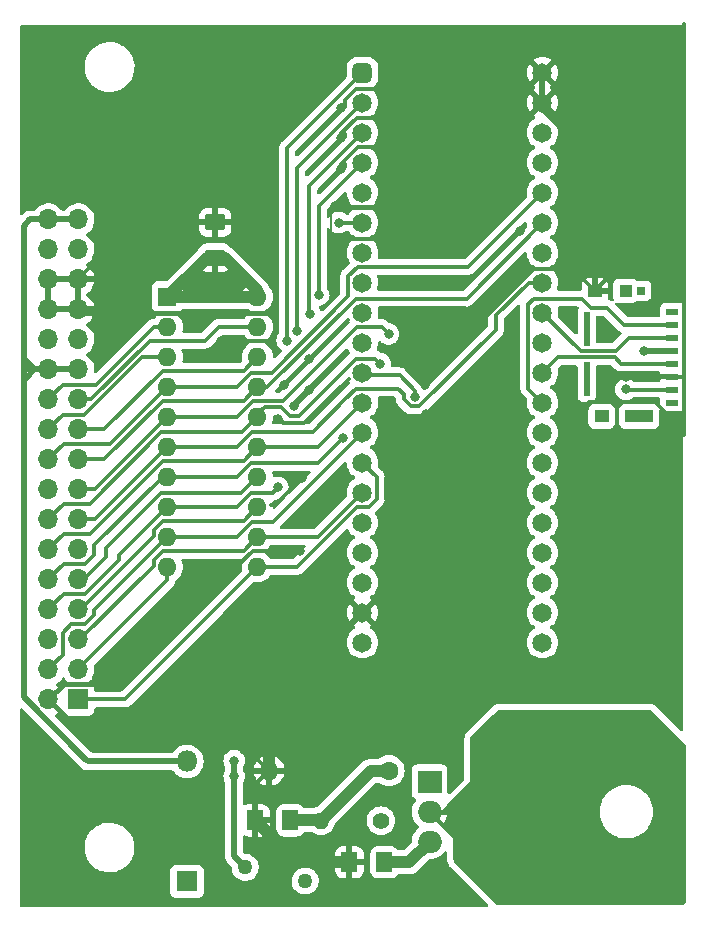
<source format=gbr>
%TF.GenerationSoftware,KiCad,Pcbnew,(6.0.2)*%
%TF.CreationDate,2022-04-07T06:34:10-06:00*%
%TF.ProjectId,MacPortable_THTV1,4d616350-6f72-4746-9162-6c655f544854,rev?*%
%TF.SameCoordinates,Original*%
%TF.FileFunction,Copper,L1,Top*%
%TF.FilePolarity,Positive*%
%FSLAX46Y46*%
G04 Gerber Fmt 4.6, Leading zero omitted, Abs format (unit mm)*
G04 Created by KiCad (PCBNEW (6.0.2)) date 2022-04-07 06:34:10*
%MOMM*%
%LPD*%
G01*
G04 APERTURE LIST*
G04 Aperture macros list*
%AMRoundRect*
0 Rectangle with rounded corners*
0 $1 Rounding radius*
0 $2 $3 $4 $5 $6 $7 $8 $9 X,Y pos of 4 corners*
0 Add a 4 corners polygon primitive as box body*
4,1,4,$2,$3,$4,$5,$6,$7,$8,$9,$2,$3,0*
0 Add four circle primitives for the rounded corners*
1,1,$1+$1,$2,$3*
1,1,$1+$1,$4,$5*
1,1,$1+$1,$6,$7*
1,1,$1+$1,$8,$9*
0 Add four rect primitives between the rounded corners*
20,1,$1+$1,$2,$3,$4,$5,0*
20,1,$1+$1,$4,$5,$6,$7,0*
20,1,$1+$1,$6,$7,$8,$9,0*
20,1,$1+$1,$8,$9,$2,$3,0*%
G04 Aperture macros list end*
%TA.AperFunction,SMDPad,CuDef*%
%ADD10RoundRect,0.250001X0.462499X0.624999X-0.462499X0.624999X-0.462499X-0.624999X0.462499X-0.624999X0*%
%TD*%
%TA.AperFunction,SMDPad,CuDef*%
%ADD11RoundRect,0.250001X0.624999X-0.462499X0.624999X0.462499X-0.624999X0.462499X-0.624999X-0.462499X0*%
%TD*%
%TA.AperFunction,ComponentPad*%
%ADD12R,1.700000X1.700000*%
%TD*%
%TA.AperFunction,ComponentPad*%
%ADD13O,1.700000X1.700000*%
%TD*%
%TA.AperFunction,ComponentPad*%
%ADD14R,2.000000X1.905000*%
%TD*%
%TA.AperFunction,ComponentPad*%
%ADD15O,2.000000X1.905000*%
%TD*%
%TA.AperFunction,ComponentPad*%
%ADD16R,1.800000X1.800000*%
%TD*%
%TA.AperFunction,ComponentPad*%
%ADD17O,1.800000X1.800000*%
%TD*%
%TA.AperFunction,ComponentPad*%
%ADD18RoundRect,0.412500X-0.412500X-0.412500X0.412500X-0.412500X0.412500X0.412500X-0.412500X0.412500X0*%
%TD*%
%TA.AperFunction,ComponentPad*%
%ADD19C,1.650000*%
%TD*%
%TA.AperFunction,SMDPad,CuDef*%
%ADD20R,0.550000X2.910000*%
%TD*%
%TA.AperFunction,SMDPad,CuDef*%
%ADD21R,1.000000X0.500000*%
%TD*%
%TA.AperFunction,SMDPad,CuDef*%
%ADD22R,0.780000X0.720000*%
%TD*%
%TA.AperFunction,SMDPad,CuDef*%
%ADD23R,1.200000X1.050000*%
%TD*%
%TA.AperFunction,SMDPad,CuDef*%
%ADD24R,2.390000X1.050000*%
%TD*%
%TA.AperFunction,SMDPad,CuDef*%
%ADD25R,1.080000X1.050000*%
%TD*%
%TA.AperFunction,ComponentPad*%
%ADD26C,1.270000*%
%TD*%
%TA.AperFunction,ComponentPad*%
%ADD27C,1.600000*%
%TD*%
%TA.AperFunction,ComponentPad*%
%ADD28O,1.600000X1.600000*%
%TD*%
%TA.AperFunction,ComponentPad*%
%ADD29C,1.400000*%
%TD*%
%TA.AperFunction,ComponentPad*%
%ADD30O,1.400000X1.400000*%
%TD*%
%TA.AperFunction,ComponentPad*%
%ADD31R,1.600000X1.600000*%
%TD*%
%TA.AperFunction,ViaPad*%
%ADD32C,0.800000*%
%TD*%
%TA.AperFunction,Conductor*%
%ADD33C,1.000000*%
%TD*%
%TA.AperFunction,Conductor*%
%ADD34C,0.330000*%
%TD*%
%TA.AperFunction,Conductor*%
%ADD35C,0.400000*%
%TD*%
%TA.AperFunction,Conductor*%
%ADD36C,0.500000*%
%TD*%
%TA.AperFunction,Conductor*%
%ADD37C,0.140000*%
%TD*%
%TA.AperFunction,Conductor*%
%ADD38C,0.450000*%
%TD*%
G04 APERTURE END LIST*
D10*
%TO.P,C1,1*%
%TO.N,Net-(C1-Pad1)*%
X138069980Y-131361180D03*
%TO.P,C1,2*%
%TO.N,GND*%
X135094980Y-131361180D03*
%TD*%
D11*
%TO.P,C2,1*%
%TO.N,+2V8*%
X123736100Y-80180840D03*
%TO.P,C2,2*%
%TO.N,GND*%
X123736100Y-77205840D03*
%TD*%
D12*
%TO.P,J2,1*%
%TO.N,REQ*%
X112156240Y-117589300D03*
D13*
%TO.P,J2,2*%
%TO.N,GND*%
X109616240Y-117589300D03*
%TO.P,J2,3*%
%TO.N,MSG*%
X112156240Y-115049300D03*
%TO.P,J2,4*%
%TO.N,C_D*%
X109616240Y-115049300D03*
%TO.P,J2,5*%
%TO.N,IO*%
X112156240Y-112509300D03*
%TO.P,J2,6*%
%TO.N,GND*%
X109616240Y-112509300D03*
%TO.P,J2,7*%
%TO.N,ACK*%
X112156240Y-109969300D03*
%TO.P,J2,8*%
%TO.N,ATN*%
X109616240Y-109969300D03*
%TO.P,J2,9*%
%TO.N,BSY*%
X112156240Y-107429300D03*
%TO.P,J2,10*%
%TO.N,RST*%
X109616240Y-107429300D03*
%TO.P,J2,11*%
%TO.N,GND*%
X112156240Y-104889300D03*
%TO.P,J2,12*%
%TO.N,SEL*%
X109616240Y-104889300D03*
%TO.P,J2,13*%
%TO.N,DBP*%
X112156240Y-102349300D03*
%TO.P,J2,14*%
%TO.N,DB0*%
X109616240Y-102349300D03*
%TO.P,J2,15*%
%TO.N,DB1*%
X112156240Y-99809300D03*
%TO.P,J2,16*%
%TO.N,GND*%
X109616240Y-99809300D03*
%TO.P,J2,17*%
%TO.N,DB2*%
X112156240Y-97269300D03*
%TO.P,J2,18*%
%TO.N,DB3*%
X109616240Y-97269300D03*
%TO.P,J2,19*%
%TO.N,DB4*%
X112156240Y-94729300D03*
%TO.P,J2,20*%
%TO.N,DB5*%
X109616240Y-94729300D03*
%TO.P,J2,21*%
%TO.N,DB6*%
X112156240Y-92189300D03*
%TO.P,J2,22*%
%TO.N,DB7*%
X109616240Y-92189300D03*
%TO.P,J2,23*%
%TO.N,+5V*%
X112156240Y-89649300D03*
%TO.P,J2,24*%
X109616240Y-89649300D03*
%TO.P,J2,25*%
%TO.N,Net-(J2-Pad25)*%
X112156240Y-87109300D03*
%TO.P,J2,26*%
%TO.N,Net-(J2-Pad26)*%
X109616240Y-87109300D03*
%TO.P,J2,27*%
%TO.N,GND*%
X112156240Y-84569300D03*
%TO.P,J2,28*%
X109616240Y-84569300D03*
%TO.P,J2,29*%
X112156240Y-82029300D03*
%TO.P,J2,30*%
X109616240Y-82029300D03*
%TO.P,J2,31*%
%TO.N,Net-(J2-Pad31)*%
X112156240Y-79489300D03*
%TO.P,J2,32*%
%TO.N,Net-(J2-Pad32)*%
X109616240Y-79489300D03*
%TO.P,J2,33*%
%TO.N,+5V*%
X112156240Y-76949300D03*
%TO.P,J2,34*%
X109616240Y-76949300D03*
%TD*%
D14*
%TO.P,U1,1*%
%TO.N,Net-(C3-Pad1)*%
X141892020Y-124556520D03*
D15*
%TO.P,U1,2*%
%TO.N,+2V8*%
X141892020Y-127096520D03*
%TO.P,U1,3*%
%TO.N,Net-(C1-Pad1)*%
X141892020Y-129636520D03*
%TD*%
D16*
%TO.P,D1,1*%
%TO.N,Net-(BP1-Pad18)*%
X121353580Y-132999480D03*
D17*
%TO.P,D1,2*%
%TO.N,+5V*%
X121353580Y-122839480D03*
%TD*%
D18*
%TO.P,BP1,1*%
%TO.N,DB4*%
X136210040Y-64513460D03*
D19*
%TO.P,BP1,2*%
%TO.N,DB5*%
X136210040Y-67053460D03*
%TO.P,BP1,3*%
%TO.N,DB6*%
X136210040Y-69593460D03*
%TO.P,BP1,4*%
%TO.N,DB7*%
X136210040Y-72133460D03*
%TO.P,BP1,5*%
%TO.N,ATN*%
X136210040Y-74673460D03*
%TO.P,BP1,6*%
%TO.N,BSY*%
X136210040Y-77213460D03*
%TO.P,BP1,7*%
%TO.N,ACK*%
X136210040Y-79753460D03*
%TO.P,BP1,8*%
%TO.N,Net-(BP1-Pad8)*%
X136210040Y-82293460D03*
%TO.P,BP1,9*%
%TO.N,Net-(BP1-Pad9)*%
X136210040Y-84833460D03*
%TO.P,BP1,10*%
%TO.N,RST*%
X136210040Y-87373460D03*
%TO.P,BP1,11*%
%TO.N,MSG*%
X136210040Y-89913460D03*
%TO.P,BP1,12*%
%TO.N,SEL*%
X136210040Y-92453460D03*
%TO.P,BP1,13*%
%TO.N,C_D*%
X136210040Y-94993460D03*
%TO.P,BP1,14*%
%TO.N,REQ*%
X136210040Y-97533460D03*
%TO.P,BP1,15*%
%TO.N,IO*%
X136210040Y-100073460D03*
%TO.P,BP1,16*%
%TO.N,DB0*%
X136210040Y-102613460D03*
%TO.P,BP1,17*%
%TO.N,DB1*%
X136210040Y-105153460D03*
%TO.P,BP1,18*%
%TO.N,Net-(BP1-Pad18)*%
X136210040Y-107693460D03*
%TO.P,BP1,19*%
%TO.N,GND*%
X136210040Y-110233460D03*
%TO.P,BP1,20*%
%TO.N,Net-(BP1-Pad20)*%
X136210040Y-112773460D03*
%TO.P,BP1,21*%
%TO.N,Net-(BP1-Pad21)*%
X151450040Y-112773460D03*
%TO.P,BP1,22*%
%TO.N,Net-(BP1-Pad22)*%
X151450040Y-110233460D03*
%TO.P,BP1,23*%
%TO.N,Net-(BP1-Pad23)*%
X151450040Y-107693460D03*
%TO.P,BP1,24*%
%TO.N,Net-(BP1-Pad24)*%
X151450040Y-105153460D03*
%TO.P,BP1,25*%
%TO.N,Net-(BP1-Pad25)*%
X151450040Y-102613460D03*
%TO.P,BP1,26*%
%TO.N,Net-(BP1-Pad26)*%
X151450040Y-100073460D03*
%TO.P,BP1,27*%
%TO.N,Net-(BP1-Pad27)*%
X151450040Y-97533460D03*
%TO.P,BP1,28*%
%TO.N,Net-(BP1-Pad28)*%
X151450040Y-94993460D03*
%TO.P,BP1,29*%
%TO.N,SD_CD_CS*%
X151450040Y-92453460D03*
%TO.P,BP1,30*%
%TO.N,SD_CLK*%
X151450040Y-89913460D03*
%TO.P,BP1,31*%
%TO.N,SD_DAT0*%
X151450040Y-87373460D03*
%TO.P,BP1,32*%
%TO.N,SD_CMD*%
X151450040Y-84833460D03*
%TO.P,BP1,33*%
%TO.N,DBP*%
X151450040Y-82293460D03*
%TO.P,BP1,34*%
%TO.N,Net-(BP1-Pad34)*%
X151450040Y-79753460D03*
%TO.P,BP1,35*%
%TO.N,DB2*%
X151450040Y-77213460D03*
%TO.P,BP1,36*%
%TO.N,DB3*%
X151450040Y-74673460D03*
%TO.P,BP1,37*%
%TO.N,Net-(BP1-Pad37)*%
X151450040Y-72133460D03*
%TO.P,BP1,38*%
%TO.N,3.3v*%
X151450040Y-69593460D03*
%TO.P,BP1,39*%
%TO.N,GND*%
X151450040Y-67053460D03*
%TO.P,BP1,40*%
X151450040Y-64513460D03*
%TD*%
D20*
%TO.P,J3,*%
%TO.N,*%
X155209460Y-90442240D03*
X155209460Y-86252240D03*
D21*
%TO.P,J3,1*%
%TO.N,Net-(J3-Pad1)*%
X162444460Y-84747240D03*
%TO.P,J3,2*%
%TO.N,SD_CD_CS*%
X162444460Y-85847240D03*
%TO.P,J3,3*%
%TO.N,SD_CMD*%
X162444460Y-86947240D03*
%TO.P,J3,4*%
%TO.N,3.3v*%
X162444460Y-88047240D03*
%TO.P,J3,5*%
%TO.N,SD_CLK*%
X162444460Y-89147240D03*
%TO.P,J3,6*%
%TO.N,GND*%
X162444460Y-90247240D03*
%TO.P,J3,7*%
%TO.N,SD_DAT0*%
X162444460Y-91347240D03*
%TO.P,J3,8*%
%TO.N,Net-(J3-Pad8)*%
X162444460Y-92447240D03*
D22*
%TO.P,J3,9*%
%TO.N,Net-(J3-Pad9)*%
X159764460Y-82987240D03*
D23*
%TO.P,J3,10*%
%TO.N,Net-(J3-Pad10)*%
X156454460Y-93622240D03*
D24*
%TO.P,J3,11*%
%TO.N,Net-(J3-Pad11)*%
X159639460Y-93622240D03*
D23*
%TO.P,J3,12*%
%TO.N,GND*%
X155884460Y-82977240D03*
D25*
%TO.P,J3,13*%
%TO.N,Net-(J3-Pad13)*%
X158494460Y-82987240D03*
%TD*%
D26*
%TO.P,F1,1*%
%TO.N,Net-(C1-Pad1)*%
X131361180Y-132946140D03*
%TO.P,F1,2*%
%TO.N,Net-(BP1-Pad18)*%
X126281180Y-131803140D03*
%TD*%
D10*
%TO.P,C3,1*%
%TO.N,Net-(C3-Pad1)*%
X130107080Y-127815340D03*
%TO.P,C3,2*%
%TO.N,GND*%
X127132080Y-127815340D03*
%TD*%
D27*
%TO.P,R1,1*%
%TO.N,Net-(C3-Pad1)*%
X138460480Y-123616720D03*
D28*
%TO.P,R1,2*%
%TO.N,GND*%
X128300480Y-123616720D03*
%TD*%
D29*
%TO.P,R2,1*%
%TO.N,+2V8*%
X137772140Y-127850900D03*
D30*
%TO.P,R2,2*%
%TO.N,Net-(C3-Pad1)*%
X132692140Y-127850900D03*
%TD*%
D31*
%TO.P,U2,1*%
%TO.N,+2V8*%
X119697500Y-83497420D03*
D28*
%TO.P,U2,2*%
%TO.N,DB7*%
X119697500Y-86037420D03*
%TO.P,U2,3*%
%TO.N,DB5*%
X119697500Y-88577420D03*
%TO.P,U2,4*%
%TO.N,DB3*%
X119697500Y-91117420D03*
%TO.P,U2,5*%
%TO.N,DB1*%
X119697500Y-93657420D03*
%TO.P,U2,6*%
%TO.N,DBP*%
X119697500Y-96197420D03*
%TO.P,U2,7*%
%TO.N,RST*%
X119697500Y-98737420D03*
%TO.P,U2,8*%
%TO.N,ATN*%
X119697500Y-101277420D03*
%TO.P,U2,9*%
%TO.N,C_D*%
X119697500Y-103817420D03*
%TO.P,U2,10*%
%TO.N,MSG*%
X119697500Y-106357420D03*
%TO.P,U2,11*%
%TO.N,REQ*%
X127317500Y-106357420D03*
%TO.P,U2,12*%
%TO.N,IO*%
X127317500Y-103817420D03*
%TO.P,U2,13*%
%TO.N,ACK*%
X127317500Y-101277420D03*
%TO.P,U2,14*%
%TO.N,BSY*%
X127317500Y-98737420D03*
%TO.P,U2,15*%
%TO.N,SEL*%
X127317500Y-96197420D03*
%TO.P,U2,16*%
%TO.N,DB0*%
X127317500Y-93657420D03*
%TO.P,U2,17*%
%TO.N,DB2*%
X127317500Y-91117420D03*
%TO.P,U2,18*%
%TO.N,DB4*%
X127317500Y-88577420D03*
%TO.P,U2,19*%
%TO.N,DB6*%
X127317500Y-86037420D03*
%TO.P,U2,20*%
%TO.N,+2V8*%
X127317500Y-83497420D03*
%TD*%
D32*
%TO.N,GND*%
X110771940Y-69314060D03*
X128310640Y-134518400D03*
X141584680Y-93426280D03*
X123484640Y-119814340D03*
X141485620Y-90952320D03*
X115848130Y-113917730D03*
X108856780Y-125415040D03*
X143857980Y-66027300D03*
X133626860Y-106052620D03*
X159354520Y-73941940D03*
X130940399Y-104982421D03*
X158412180Y-79669640D03*
X119842280Y-109923580D03*
X156735780Y-86423500D03*
X108689140Y-132770880D03*
X131132580Y-98813620D03*
X118709440Y-120403620D03*
X130385820Y-92712540D03*
X131668520Y-88747600D03*
X131789170Y-102683310D03*
X122100340Y-127866140D03*
X121683780Y-69314060D03*
X149542500Y-77891640D03*
X119214900Y-127830580D03*
X156222700Y-115084860D03*
X134360920Y-67518280D03*
X135232140Y-128633220D03*
X129275840Y-112227360D03*
X129067560Y-93819980D03*
X155884460Y-79535440D03*
X129430780Y-117012720D03*
X157601920Y-111635540D03*
X122349260Y-86052660D03*
X127205740Y-114147600D03*
X143758920Y-70411340D03*
X133906260Y-75852020D03*
X155648660Y-70518020D03*
X153799540Y-85250020D03*
X119349520Y-124810520D03*
X158489880Y-90247240D03*
X131668520Y-91391740D03*
X131893310Y-114550190D03*
X133568440Y-100904040D03*
X123248420Y-124741940D03*
X134360920Y-72704960D03*
X134378700Y-70078600D03*
X129524760Y-90952320D03*
X124274580Y-87241380D03*
X123441460Y-106324400D03*
X137962640Y-82377280D03*
X144325340Y-134282180D03*
%TO.N,+2V8*%
X159974280Y-130451860D03*
X160154620Y-123520200D03*
X156631640Y-123540520D03*
X156563060Y-130655060D03*
%TO.N,Net-(BP1-Pad18)*%
X125346460Y-122760740D03*
X125346460Y-124083540D03*
%TO.N,DB4*%
X129842260Y-87215980D03*
%TO.N,DB5*%
X130693160Y-86418420D03*
%TO.N,DB6*%
X131767580Y-84935060D03*
%TO.N,DB7*%
X132506720Y-83352640D03*
%TO.N,ATN*%
X129052320Y-99636580D03*
%TO.N,BSY*%
X134190740Y-77213460D03*
%TO.N,RST*%
X134560310Y-95464630D03*
%TO.N,MSG*%
X140670280Y-92003880D03*
%TO.N,DB0*%
X137713720Y-89166700D03*
%TO.N,DB1*%
X138423650Y-86645750D03*
%TO.N,SD_DAT0*%
X158516320Y-91335860D03*
%TO.N,3.3v*%
X160068260Y-88064340D03*
%TD*%
D33*
%TO.N,Net-(C1-Pad1)*%
X138069980Y-131361180D02*
X140167360Y-131361180D01*
X140167360Y-131361180D02*
X141892020Y-129636520D01*
D34*
%TO.N,GND*%
X158489880Y-90247240D02*
X158489880Y-90247240D01*
D35*
X123441460Y-106324400D02*
X123441460Y-106324400D01*
X119842280Y-109923580D02*
X123441460Y-106324400D01*
X115848130Y-113917730D02*
X119842280Y-109923580D01*
X122349260Y-86052660D02*
X122349260Y-86052660D01*
D34*
X130940399Y-104982421D02*
X130940399Y-104982421D01*
D36*
X155884460Y-79535440D02*
X155884460Y-82977240D01*
X131893310Y-114550190D02*
X129430780Y-117012720D01*
X129430780Y-117012720D02*
X128300480Y-118143020D01*
D34*
X123484640Y-119814340D02*
X124498100Y-119814340D01*
X138087100Y-76784842D02*
X138087100Y-78265020D01*
X137225719Y-75923461D02*
X138087100Y-76784842D01*
D35*
X126202440Y-84940140D02*
X126305161Y-84837419D01*
X112424359Y-84837419D02*
X121134019Y-84837419D01*
D34*
X134360920Y-67518280D02*
X134760919Y-67118281D01*
D36*
X112156240Y-82029300D02*
X109616240Y-82029300D01*
D34*
X163274460Y-90247240D02*
X163414990Y-90387770D01*
X109616240Y-82029300D02*
X109616240Y-84569300D01*
X157110810Y-81750890D02*
X163414990Y-81750890D01*
X129524760Y-90952320D02*
X135020039Y-85457041D01*
X134378700Y-69663598D02*
X135721378Y-68320920D01*
X161069020Y-92511880D02*
X160964880Y-92407740D01*
X123736100Y-77205840D02*
X116979700Y-77205840D01*
X155884460Y-82977240D02*
X157110810Y-81750890D01*
X163414990Y-90106710D02*
X163414990Y-89751890D01*
X134740661Y-78563459D02*
X133506261Y-79797859D01*
D36*
X128300480Y-118143020D02*
X128300480Y-120002300D01*
D34*
X124274580Y-87241380D02*
X128150620Y-87241380D01*
X134360920Y-72250300D02*
X135811260Y-70799960D01*
X128790700Y-101155500D02*
X128482501Y-101155500D01*
D35*
X121134019Y-84837419D02*
X122349260Y-86052660D01*
D34*
X135690621Y-65863459D02*
X137105379Y-65863459D01*
X163274460Y-90247240D02*
X163414990Y-90106710D01*
X163414990Y-89751890D02*
X163414990Y-81750890D01*
X138087100Y-78265020D02*
X137788661Y-78563459D01*
X163414990Y-90387770D02*
X163414990Y-93861610D01*
X116979700Y-77205840D02*
X112156240Y-82029300D01*
D37*
X133506261Y-76252019D02*
X133506261Y-79797859D01*
D34*
X162444460Y-90247240D02*
X163274460Y-90247240D01*
X155409900Y-92407740D02*
X155077160Y-92740480D01*
X127132080Y-124785120D02*
X128300480Y-123616720D01*
X162444460Y-90247240D02*
X158489880Y-90247240D01*
X135811260Y-70799960D02*
X137668000Y-70799960D01*
D35*
X126305161Y-84837419D02*
X128406039Y-84837419D01*
D36*
X155884460Y-71973020D02*
X155884460Y-79535440D01*
D34*
X134378700Y-70078600D02*
X134378700Y-69663598D01*
X129067560Y-93819980D02*
X129467559Y-94219979D01*
D35*
X122349260Y-86052660D02*
X123461780Y-84940140D01*
D34*
X150723769Y-81103459D02*
X141485620Y-90341608D01*
D35*
X109616240Y-117589300D02*
X110906239Y-116299301D01*
D34*
X135721378Y-68320920D02*
X136984740Y-68320920D01*
X131132580Y-98813620D02*
X128790700Y-101155500D01*
D33*
X127132080Y-127815340D02*
X130677920Y-131361180D01*
D34*
X123441460Y-106324400D02*
X125626318Y-106324400D01*
X130385820Y-92712540D02*
X134868920Y-88229440D01*
X109616240Y-84569300D02*
X112156240Y-84569300D01*
X163414990Y-93861610D02*
X163414990Y-95168720D01*
D38*
X133906260Y-75852020D02*
X133977701Y-75923461D01*
D36*
X151450040Y-67538600D02*
X155884460Y-71973020D01*
D38*
X109616240Y-117589300D02*
X111841280Y-119814340D01*
D34*
X117124480Y-119814340D02*
X123484640Y-119814340D01*
D38*
X111841280Y-119814340D02*
X117124480Y-119814340D01*
D37*
X133906260Y-75852020D02*
X133506261Y-76252019D01*
D34*
X163414990Y-81750890D02*
X163414990Y-60412350D01*
X137788661Y-78563459D02*
X134740661Y-78563459D01*
D33*
X128300480Y-123616720D02*
X128300480Y-120002300D01*
D34*
X141584680Y-104858820D02*
X141584680Y-93426280D01*
X134760919Y-67118281D02*
X134760919Y-66793161D01*
X134760919Y-66793161D02*
X135690621Y-65863459D01*
D36*
X151450040Y-64513460D02*
X151450040Y-67538600D01*
D34*
X126968297Y-104982421D02*
X130940399Y-104982421D01*
X160964880Y-92407740D02*
X155409900Y-92407740D01*
D35*
X110906239Y-116299301D02*
X113466559Y-116299301D01*
D34*
X155884460Y-82977240D02*
X154010679Y-81103459D01*
D35*
X112156240Y-84569300D02*
X112424359Y-84837419D01*
D33*
X130677920Y-131361180D02*
X135094980Y-131361180D01*
D34*
X141485620Y-90341608D02*
X141485620Y-90952320D01*
D35*
X113466559Y-116299301D02*
X115848130Y-113917730D01*
D34*
X127132080Y-127815340D02*
X127132080Y-124785120D01*
X163414990Y-89751890D02*
X163414990Y-90387770D01*
X154010679Y-81103459D02*
X150723769Y-81103459D01*
D38*
X133977701Y-75923461D02*
X137225719Y-75923461D01*
D34*
X162418750Y-93861610D02*
X161069020Y-92511880D01*
X131299001Y-94219979D02*
X135097520Y-90421460D01*
D35*
X123461780Y-84940140D02*
X126202440Y-84940140D01*
D34*
X129467559Y-94219979D02*
X131299001Y-94219979D01*
X136210040Y-110233460D02*
X141584680Y-104858820D01*
X124498100Y-119814340D02*
X128300480Y-123616720D01*
X163414990Y-93861610D02*
X162418750Y-93861610D01*
X125626318Y-106324400D02*
X126968297Y-104982421D01*
X134360920Y-72704960D02*
X134360920Y-72250300D01*
D36*
X136210040Y-110233460D02*
X131893310Y-114550190D01*
D34*
%TO.N,+2V8*%
X147614640Y-134795260D02*
X144147540Y-131328160D01*
X143035020Y-127096520D02*
X145516600Y-124614940D01*
X147767040Y-118635780D02*
X160550860Y-118635780D01*
X163414990Y-121499910D02*
X163414990Y-134712430D01*
D33*
X124547020Y-80180840D02*
X127317500Y-82951320D01*
D34*
X145516600Y-120886220D02*
X147767040Y-118635780D01*
D33*
X119697500Y-83497420D02*
X119700040Y-83497420D01*
D34*
X163414990Y-134712430D02*
X163332160Y-134795260D01*
D33*
X119697500Y-83497420D02*
X127317500Y-83497420D01*
X127317500Y-82951320D02*
X127317500Y-83497420D01*
D34*
X144038320Y-129306320D02*
X144038320Y-131084320D01*
X160550860Y-118635780D02*
X163414990Y-121499910D01*
X145516600Y-124614940D02*
X145516600Y-120886220D01*
X163332160Y-134795260D02*
X147614640Y-134795260D01*
D33*
X123736100Y-80180840D02*
X124547020Y-80180840D01*
X119700040Y-83497420D02*
X123016620Y-80180840D01*
D34*
X141892020Y-127160020D02*
X144038320Y-129306320D01*
X141892020Y-127096520D02*
X141892020Y-127160020D01*
X141892020Y-127096520D02*
X143035020Y-127096520D01*
D33*
X123016620Y-80180840D02*
X123736100Y-80180840D01*
D36*
%TO.N,+5V*%
X107538520Y-89857580D02*
X107538520Y-90507820D01*
X107538520Y-89126060D02*
X107538520Y-89857580D01*
X108102400Y-76949300D02*
X107538520Y-77513180D01*
X107538520Y-89126060D02*
X107538520Y-89441020D01*
X108282740Y-89649300D02*
X107746800Y-89649300D01*
X112156240Y-89649300D02*
X108282740Y-89649300D01*
D38*
X107538520Y-117398582D02*
X107538520Y-90507820D01*
X108397040Y-89649300D02*
X107538520Y-90507820D01*
D36*
X107538520Y-117398582D02*
X112749439Y-122609501D01*
X108282740Y-89649300D02*
X108282740Y-89524840D01*
X121353580Y-122839480D02*
X112979418Y-122839480D01*
X107538520Y-88780620D02*
X107538520Y-89126060D01*
X107538520Y-77513180D02*
X107538520Y-88780620D01*
X108282740Y-89524840D02*
X107538520Y-88780620D01*
D38*
X112156240Y-89649300D02*
X108397040Y-89649300D01*
D36*
X112979418Y-122839480D02*
X112749439Y-122609501D01*
X107538520Y-89441020D02*
X107746800Y-89649300D01*
X112156240Y-76949300D02*
X108102400Y-76949300D01*
X107538520Y-89126060D02*
X107538520Y-117398582D01*
X107746800Y-89649300D02*
X107538520Y-89857580D01*
D34*
%TO.N,Net-(BP1-Pad18)*%
X125346460Y-122760740D02*
X125346460Y-122760740D01*
D36*
X125346460Y-130868420D02*
X126281180Y-131803140D01*
X125346460Y-122760740D02*
X125346460Y-124083540D01*
X125346460Y-124083540D02*
X125346460Y-130868420D01*
D33*
%TO.N,Net-(C3-Pad1)*%
X130107080Y-127815340D02*
X132656580Y-127815340D01*
X136926320Y-123616720D02*
X132692140Y-127850900D01*
X132656580Y-127815340D02*
X132692140Y-127850900D01*
X138460480Y-123616720D02*
X136926320Y-123616720D01*
D34*
%TO.N,DB4*%
X129842260Y-87215980D02*
X129842260Y-87221060D01*
X114361418Y-94729300D02*
X119348297Y-89742421D01*
X129842260Y-70881240D02*
X129842260Y-87215980D01*
X126152499Y-89742421D02*
X127317500Y-88577420D01*
X119348297Y-89742421D02*
X126152499Y-89742421D01*
X112156240Y-94729300D02*
X114361418Y-94729300D01*
X136210040Y-64513460D02*
X129842260Y-70881240D01*
%TO.N,DB5*%
X130693160Y-72570340D02*
X136210040Y-67053460D01*
X130693160Y-86418420D02*
X130693160Y-72570340D01*
X117566322Y-88577420D02*
X112629443Y-93514299D01*
X119697500Y-88577420D02*
X117566322Y-88577420D01*
X110831241Y-93514299D02*
X109616240Y-94729300D01*
X112629443Y-93514299D02*
X110831241Y-93514299D01*
%TO.N,DB6*%
X122906379Y-87202421D02*
X124071380Y-86037420D01*
X131721860Y-84968080D02*
X131721860Y-74081640D01*
X113204896Y-92189300D02*
X118191775Y-87202421D01*
X118191775Y-87202421D02*
X122906379Y-87202421D01*
X124071380Y-86037420D02*
X127317500Y-86037420D01*
X112156240Y-92189300D02*
X113204896Y-92189300D01*
X131721860Y-74081640D02*
X136210040Y-69593460D01*
%TO.N,DB7*%
X109616240Y-92189300D02*
X110831241Y-90974299D01*
X118566130Y-86037420D02*
X119697500Y-86037420D01*
X113629251Y-90974299D02*
X118566130Y-86037420D01*
X132506720Y-75836780D02*
X136210040Y-72133460D01*
X110831241Y-90974299D02*
X113629251Y-90974299D01*
X132506720Y-83352640D02*
X132506720Y-75836780D01*
%TO.N,ATN*%
X126797258Y-100073460D02*
X128615440Y-100073460D01*
X110941239Y-108644301D02*
X112739441Y-108644301D01*
X115603020Y-105371900D02*
X119697500Y-101277420D01*
X125593298Y-101277420D02*
X126797258Y-100073460D01*
X119697500Y-101277420D02*
X125593298Y-101277420D01*
X109616240Y-109969300D02*
X110941239Y-108644301D01*
X128615440Y-100073460D02*
X129052320Y-99636580D01*
X115603020Y-105780722D02*
X115603020Y-105371900D01*
X112739441Y-108644301D02*
X115603020Y-105780722D01*
%TO.N,BSY*%
X134190740Y-77213460D02*
X134190740Y-77213460D01*
X119138299Y-100112419D02*
X114508280Y-104742438D01*
X127317500Y-98737420D02*
X125942501Y-100112419D01*
X112615980Y-107429300D02*
X112156240Y-107429300D01*
X114508280Y-105537000D02*
X112615980Y-107429300D01*
X114508280Y-104742438D02*
X114508280Y-105537000D01*
X136210040Y-77213460D02*
X134190740Y-77213460D01*
X125942501Y-100112419D02*
X119138299Y-100112419D01*
%TO.N,ACK*%
X118532499Y-103258219D02*
X119348297Y-102442421D01*
X112156240Y-109969300D02*
X112354360Y-109969300D01*
X112354360Y-109969300D02*
X118532499Y-103791161D01*
X126152499Y-102442421D02*
X127317500Y-101277420D01*
X119348297Y-102442421D02*
X126152499Y-102442421D01*
X118532499Y-103791161D02*
X118532499Y-103258219D01*
%TO.N,RST*%
X125593298Y-98737420D02*
X126774398Y-97556320D01*
X109616240Y-107429300D02*
X110941239Y-106104301D01*
X119697500Y-98737420D02*
X125593298Y-98737420D01*
X112739441Y-106104301D02*
X113507520Y-105336222D01*
X119311420Y-98737420D02*
X119697500Y-98737420D01*
X132468620Y-97556320D02*
X134560310Y-95464630D01*
X113507520Y-105336222D02*
X113507520Y-104541320D01*
X110941239Y-106104301D02*
X112739441Y-106104301D01*
X113507520Y-104541320D02*
X119311420Y-98737420D01*
X126774398Y-97556320D02*
X132468620Y-97556320D01*
%TO.N,MSG*%
X140662660Y-91455240D02*
X140662660Y-92049600D01*
X138831320Y-90149680D02*
X139357100Y-90149680D01*
X139357100Y-90149680D02*
X140662660Y-91455240D01*
X112156240Y-115049300D02*
X119697500Y-107508040D01*
X136446260Y-90149680D02*
X138831320Y-90149680D01*
X136210040Y-89913460D02*
X136446260Y-90149680D01*
X119697500Y-107508040D02*
X119697500Y-106357420D01*
%TO.N,SEL*%
X113146417Y-103564301D02*
X119348297Y-97362421D01*
X127317500Y-96197420D02*
X132466080Y-96197420D01*
X109616240Y-104889300D02*
X110941239Y-103564301D01*
X119348297Y-97362421D02*
X126152499Y-97362421D01*
X110941239Y-103564301D02*
X113146417Y-103564301D01*
X132466080Y-96197420D02*
X136210040Y-92453460D01*
X126152499Y-97362421D02*
X127317500Y-96197420D01*
%TO.N,C_D*%
X112739441Y-111184301D02*
X113510001Y-110413741D01*
X125593298Y-103817420D02*
X126817578Y-102593140D01*
X119697500Y-103817420D02*
X113510001Y-110004919D01*
X119697500Y-103817420D02*
X125593298Y-103817420D01*
X136210040Y-94993460D02*
X128610360Y-102593140D01*
X110831241Y-113834299D02*
X110831241Y-111926099D01*
X109616240Y-115049300D02*
X110831241Y-113834299D01*
X126817578Y-102593140D02*
X128069340Y-102593140D01*
X111573039Y-111184301D02*
X112739441Y-111184301D01*
X128610360Y-102593140D02*
X128069340Y-102593140D01*
X113510001Y-110004919D02*
X113510001Y-110413741D01*
X128069340Y-102593140D02*
X128612900Y-102593140D01*
X110831241Y-111926099D02*
X111573039Y-111184301D01*
%TO.N,REQ*%
X137400041Y-100644661D02*
X137400041Y-98723461D01*
X136781241Y-101263461D02*
X137400041Y-100644661D01*
X127317500Y-106357420D02*
X130675626Y-106357420D01*
X112156240Y-117589300D02*
X116085620Y-117589300D01*
X116085620Y-117589300D02*
X127317500Y-106357420D01*
X137400041Y-98723461D02*
X136210040Y-97533460D01*
X130675626Y-106357420D02*
X135769585Y-101263461D01*
X135769585Y-101263461D02*
X136781241Y-101263461D01*
%TO.N,IO*%
X132466080Y-103817420D02*
X136210040Y-100073460D01*
X118532499Y-106272741D02*
X118532499Y-105798219D01*
X118532499Y-105798219D02*
X119348297Y-104982421D01*
X126152499Y-104982421D02*
X127317500Y-103817420D01*
X112156240Y-112509300D02*
X112295940Y-112509300D01*
X119348297Y-104982421D02*
X126152499Y-104982421D01*
X112295940Y-112509300D02*
X118532499Y-106272741D01*
X127317500Y-103817420D02*
X132466080Y-103817420D01*
%TO.N,DB0*%
X137713720Y-89166700D02*
X137713720Y-89166700D01*
X129353509Y-92812431D02*
X130097677Y-93556599D01*
X135638839Y-88723459D02*
X136781241Y-88723459D01*
X127918649Y-92812431D02*
X129353509Y-92812431D01*
X113146417Y-101024301D02*
X119184878Y-94985840D01*
X127317500Y-93657420D02*
X127317500Y-93413580D01*
X110941239Y-101024301D02*
X113146417Y-101024301D01*
X137270479Y-88723459D02*
X137713720Y-89166700D01*
X109616240Y-102349300D02*
X110941239Y-101024301D01*
X137143479Y-88723459D02*
X137270479Y-88723459D01*
X130805699Y-93556599D02*
X135638839Y-88723459D01*
X125989080Y-94985840D02*
X127317500Y-93657420D01*
X136781241Y-88723459D02*
X137143479Y-88723459D01*
X119184878Y-94985840D02*
X125989080Y-94985840D01*
X127317500Y-93413580D02*
X127918649Y-92812431D01*
X130097677Y-93556599D02*
X130805699Y-93556599D01*
%TO.N,DB1*%
X138423650Y-86645750D02*
X138529060Y-86751160D01*
X126968297Y-92282421D02*
X129484979Y-92282421D01*
X129484979Y-92282421D02*
X135714740Y-86052660D01*
X137830560Y-86052660D02*
X138423650Y-86645750D01*
X113545620Y-99809300D02*
X119697500Y-93657420D01*
X119697500Y-93657420D02*
X125593298Y-93657420D01*
X136650442Y-86052660D02*
X137830560Y-86052660D01*
X125593298Y-93657420D02*
X126968297Y-92282421D01*
X135714740Y-86052660D02*
X136650442Y-86052660D01*
X112156240Y-99809300D02*
X113545620Y-99809300D01*
%TO.N,SD_CD_CS*%
X150718841Y-83643459D02*
X154768677Y-83643459D01*
X150260039Y-84102261D02*
X150718841Y-83643459D01*
X151450040Y-92453460D02*
X150260039Y-91263459D01*
X154768677Y-83643459D02*
X155557457Y-84432239D01*
X158336300Y-85847240D02*
X162444460Y-85847240D01*
X150260039Y-91263459D02*
X150260039Y-84102261D01*
X156921299Y-84432239D02*
X158336300Y-85847240D01*
X155557457Y-84432239D02*
X156921299Y-84432239D01*
%TO.N,SD_CLK*%
X152741261Y-88622239D02*
X157573079Y-88622239D01*
X158098080Y-89147240D02*
X162444460Y-89147240D01*
X151450040Y-89913460D02*
X152741261Y-88622239D01*
X157573079Y-88622239D02*
X158098080Y-89147240D01*
%TO.N,SD_DAT0*%
X162444460Y-91347240D02*
X158527700Y-91347240D01*
X158527700Y-91347240D02*
X158516320Y-91335860D01*
%TO.N,SD_CMD*%
X157672759Y-88072241D02*
X158797760Y-86947240D01*
X158797760Y-86947240D02*
X162444460Y-86947240D01*
X154688821Y-88072241D02*
X157672759Y-88072241D01*
X151450040Y-84833460D02*
X154688821Y-88072241D01*
%TO.N,DBP*%
X138522699Y-91263459D02*
X138522699Y-91263459D01*
X139694920Y-91757500D02*
X139694920Y-91757500D01*
X138522699Y-91263459D02*
X138583659Y-91263459D01*
X135638839Y-91263459D02*
X138522699Y-91263459D01*
X113545620Y-102349300D02*
X119697500Y-96197420D01*
X131982498Y-94919800D02*
X134747779Y-92154519D01*
X119697500Y-96197420D02*
X125593298Y-96197420D01*
X138522699Y-91263459D02*
X139200879Y-91263459D01*
X126870918Y-94919800D02*
X131982498Y-94919800D01*
X139694920Y-92160722D02*
X140303079Y-92768881D01*
X140303079Y-92768881D02*
X141037481Y-92768881D01*
X147505420Y-86300942D02*
X147505420Y-85071354D01*
X141037481Y-92768881D02*
X147505420Y-86300942D01*
X139200879Y-91263459D02*
X139694920Y-91757500D01*
X134747779Y-92154519D02*
X135638839Y-91263459D01*
X125593298Y-96197420D02*
X126870918Y-94919800D01*
X150283314Y-82293460D02*
X151450040Y-82293460D01*
X139694920Y-91757500D02*
X139694920Y-92160722D01*
X147505420Y-85071354D02*
X150283314Y-82293460D01*
X112156240Y-102349300D02*
X113545620Y-102349300D01*
%TO.N,DB2*%
X135638839Y-83643459D02*
X145020041Y-83643459D01*
X127317500Y-91117420D02*
X128164878Y-91117420D01*
X128164878Y-91117420D02*
X135638839Y-83643459D01*
X126152499Y-92282421D02*
X127317500Y-91117420D01*
X119348297Y-92282421D02*
X126152499Y-92282421D01*
X112156240Y-97269300D02*
X114361418Y-97269300D01*
X114361418Y-97269300D02*
X119348297Y-92282421D01*
X145020041Y-83643459D02*
X151450040Y-77213460D01*
%TO.N,DB3*%
X128574800Y-89908380D02*
X128574800Y-89908380D01*
X109616240Y-97269300D02*
X110941239Y-95944301D01*
X135798837Y-80943461D02*
X145180039Y-80943461D01*
X126802338Y-89908380D02*
X128574800Y-89908380D01*
X110941239Y-95944301D02*
X114870619Y-95944301D01*
X114870619Y-95944301D02*
X119697500Y-91117420D01*
X119697500Y-91117420D02*
X125593298Y-91117420D01*
X145180039Y-80943461D02*
X151450040Y-74673460D01*
X135020039Y-83463141D02*
X135020039Y-81722259D01*
X125593298Y-91117420D02*
X126802338Y-89908380D01*
X135020039Y-81722259D02*
X135798837Y-80943461D01*
X128574800Y-89908380D02*
X135020039Y-83463141D01*
D36*
%TO.N,3.3v*%
X162444460Y-88047240D02*
X160085360Y-88047240D01*
X160085360Y-88047240D02*
X160068260Y-88064340D01*
%TD*%
%TA.AperFunction,Conductor*%
%TO.N,+2V8*%
G36*
X123932221Y-79946842D02*
G01*
X123978714Y-80000498D01*
X123990100Y-80052840D01*
X123990100Y-81383225D01*
X123994575Y-81398464D01*
X123995965Y-81399669D01*
X124003648Y-81401340D01*
X124408196Y-81401340D01*
X124414711Y-81401003D01*
X124510303Y-81391084D01*
X124523702Y-81388190D01*
X124677883Y-81336752D01*
X124691062Y-81330578D01*
X124828907Y-81245277D01*
X124840308Y-81236241D01*
X124954839Y-81121510D01*
X124963851Y-81110099D01*
X125048918Y-80972095D01*
X125055063Y-80958915D01*
X125061027Y-80940935D01*
X125101457Y-80882575D01*
X125167021Y-80855337D01*
X125236902Y-80867870D01*
X125276155Y-80898449D01*
X126490951Y-82311139D01*
X126520200Y-82375830D01*
X126509831Y-82446066D01*
X126476408Y-82489812D01*
X126469627Y-82495502D01*
X126315584Y-82649545D01*
X126308528Y-82657953D01*
X126183569Y-82836413D01*
X126178086Y-82845909D01*
X126086010Y-83043367D01*
X126082264Y-83053659D01*
X126036106Y-83225923D01*
X126036442Y-83240019D01*
X126044384Y-83243420D01*
X127292635Y-83243420D01*
X127571500Y-83567712D01*
X127571500Y-83573620D01*
X119905780Y-83573620D01*
X119905780Y-83276440D01*
X119938800Y-83276440D01*
X119971820Y-83243420D01*
X120987385Y-83243420D01*
X121002624Y-83238945D01*
X121003829Y-83237555D01*
X121005500Y-83229872D01*
X121005499Y-82652751D01*
X121005129Y-82645930D01*
X120999605Y-82595068D01*
X120995979Y-82579816D01*
X120950824Y-82459366D01*
X120942287Y-82443773D01*
X120934621Y-82433544D01*
X120909775Y-82367037D01*
X120924829Y-82297655D01*
X120946354Y-82268886D01*
X122241808Y-80973432D01*
X122304120Y-80939406D01*
X122374935Y-80944471D01*
X122431771Y-80987018D01*
X122438048Y-80996224D01*
X122509168Y-81111153D01*
X122518199Y-81122548D01*
X122632930Y-81237079D01*
X122644341Y-81246091D01*
X122782345Y-81331158D01*
X122795523Y-81337302D01*
X122949816Y-81388479D01*
X122963181Y-81391345D01*
X123057539Y-81401012D01*
X123063955Y-81401340D01*
X123463985Y-81401340D01*
X123479224Y-81396865D01*
X123480429Y-81395475D01*
X123482100Y-81387792D01*
X123482100Y-80052840D01*
X123502102Y-79984719D01*
X123555758Y-79938226D01*
X123608100Y-79926840D01*
X123864100Y-79926840D01*
X123932221Y-79946842D01*
G37*
%TD.AperFunction*%
%TD*%
%TA.AperFunction,Conductor*%
%TO.N,GND*%
G36*
X149504571Y-84128842D02*
G01*
X149561407Y-84171389D01*
X149586218Y-84237909D01*
X149586539Y-84246898D01*
X149586539Y-91235754D01*
X149586247Y-91244324D01*
X149582522Y-91298966D01*
X149583827Y-91306443D01*
X149583827Y-91306446D01*
X149592937Y-91358645D01*
X149593900Y-91365169D01*
X149598165Y-91400409D01*
X149601176Y-91425291D01*
X149603860Y-91432395D01*
X149605288Y-91438209D01*
X149607519Y-91446363D01*
X149609242Y-91452071D01*
X149610548Y-91459552D01*
X149634908Y-91515044D01*
X149637380Y-91521100D01*
X149658797Y-91577781D01*
X149663100Y-91584043D01*
X149665876Y-91589352D01*
X149669969Y-91596706D01*
X149673018Y-91601861D01*
X149676071Y-91608816D01*
X149712959Y-91656889D01*
X149716802Y-91662179D01*
X149751128Y-91712124D01*
X149756796Y-91717174D01*
X149756797Y-91717175D01*
X149795233Y-91751420D01*
X149800509Y-91756402D01*
X150108520Y-92064413D01*
X150142546Y-92126725D01*
X150141132Y-92186117D01*
X150133207Y-92215694D01*
X150133206Y-92215701D01*
X150131782Y-92221016D01*
X150111446Y-92453460D01*
X150131782Y-92685904D01*
X150133206Y-92691217D01*
X150133206Y-92691219D01*
X150174732Y-92846194D01*
X150192173Y-92911286D01*
X150194495Y-92916266D01*
X150194496Y-92916268D01*
X150288458Y-93117770D01*
X150288461Y-93117775D01*
X150290784Y-93122757D01*
X150293940Y-93127264D01*
X150293941Y-93127266D01*
X150399341Y-93277792D01*
X150424618Y-93313892D01*
X150589608Y-93478882D01*
X150594116Y-93482039D01*
X150594119Y-93482041D01*
X150628241Y-93505933D01*
X150780743Y-93612716D01*
X150784747Y-93614583D01*
X150833509Y-93665724D01*
X150846945Y-93735437D01*
X150820558Y-93801348D01*
X150784852Y-93832288D01*
X150780743Y-93834204D01*
X150732904Y-93867701D01*
X150594119Y-93964879D01*
X150594116Y-93964881D01*
X150589608Y-93968038D01*
X150424618Y-94133028D01*
X150421461Y-94137536D01*
X150421459Y-94137539D01*
X150336688Y-94258605D01*
X150290784Y-94324163D01*
X150288461Y-94329145D01*
X150288458Y-94329150D01*
X150194496Y-94530652D01*
X150192173Y-94535634D01*
X150190751Y-94540942D01*
X150190750Y-94540944D01*
X150133206Y-94755701D01*
X150131782Y-94761016D01*
X150111446Y-94993460D01*
X150131782Y-95225904D01*
X150133206Y-95231217D01*
X150133206Y-95231219D01*
X150142782Y-95266955D01*
X150192173Y-95451286D01*
X150194495Y-95456266D01*
X150194496Y-95456268D01*
X150288458Y-95657770D01*
X150288461Y-95657775D01*
X150290784Y-95662757D01*
X150424618Y-95853892D01*
X150589608Y-96018882D01*
X150594116Y-96022039D01*
X150594119Y-96022041D01*
X150671137Y-96075969D01*
X150780743Y-96152716D01*
X150784747Y-96154583D01*
X150833509Y-96205724D01*
X150846945Y-96275437D01*
X150820558Y-96341348D01*
X150784852Y-96372288D01*
X150780743Y-96374204D01*
X150732904Y-96407701D01*
X150594119Y-96504879D01*
X150594116Y-96504881D01*
X150589608Y-96508038D01*
X150424618Y-96673028D01*
X150290784Y-96864163D01*
X150288461Y-96869145D01*
X150288458Y-96869150D01*
X150287633Y-96870920D01*
X150192173Y-97075634D01*
X150131782Y-97301016D01*
X150111446Y-97533460D01*
X150131782Y-97765904D01*
X150133206Y-97771217D01*
X150133206Y-97771219D01*
X150180258Y-97946817D01*
X150192173Y-97991286D01*
X150194495Y-97996266D01*
X150194496Y-97996268D01*
X150288458Y-98197770D01*
X150288461Y-98197775D01*
X150290784Y-98202757D01*
X150293940Y-98207264D01*
X150293941Y-98207266D01*
X150410516Y-98373752D01*
X150424618Y-98393892D01*
X150589608Y-98558882D01*
X150594116Y-98562039D01*
X150594119Y-98562041D01*
X150649279Y-98600664D01*
X150780743Y-98692716D01*
X150784747Y-98694583D01*
X150833509Y-98745724D01*
X150846945Y-98815437D01*
X150820558Y-98881348D01*
X150784852Y-98912288D01*
X150780743Y-98914204D01*
X150776239Y-98917358D01*
X150594119Y-99044879D01*
X150594116Y-99044881D01*
X150589608Y-99048038D01*
X150424618Y-99213028D01*
X150290784Y-99404163D01*
X150288461Y-99409145D01*
X150288458Y-99409150D01*
X150220974Y-99553870D01*
X150192173Y-99615634D01*
X150190751Y-99620942D01*
X150190750Y-99620944D01*
X150184801Y-99643145D01*
X150131782Y-99841016D01*
X150111446Y-100073460D01*
X150131782Y-100305904D01*
X150133206Y-100311217D01*
X150133206Y-100311219D01*
X150187914Y-100515390D01*
X150192173Y-100531286D01*
X150194495Y-100536266D01*
X150194496Y-100536268D01*
X150288458Y-100737770D01*
X150288461Y-100737775D01*
X150290784Y-100742757D01*
X150293940Y-100747264D01*
X150293941Y-100747266D01*
X150403696Y-100904012D01*
X150424618Y-100933892D01*
X150589608Y-101098882D01*
X150594116Y-101102039D01*
X150594119Y-101102041D01*
X150644697Y-101137456D01*
X150780743Y-101232716D01*
X150784747Y-101234583D01*
X150833509Y-101285724D01*
X150846945Y-101355437D01*
X150820558Y-101421348D01*
X150784852Y-101452288D01*
X150780743Y-101454204D01*
X150732904Y-101487701D01*
X150594119Y-101584879D01*
X150594116Y-101584881D01*
X150589608Y-101588038D01*
X150424618Y-101753028D01*
X150421461Y-101757536D01*
X150421459Y-101757539D01*
X150360400Y-101844741D01*
X150290784Y-101944163D01*
X150288461Y-101949145D01*
X150288458Y-101949150D01*
X150254251Y-102022507D01*
X150192173Y-102155634D01*
X150131782Y-102381016D01*
X150111446Y-102613460D01*
X150131782Y-102845904D01*
X150133206Y-102851217D01*
X150133206Y-102851219D01*
X150155765Y-102935408D01*
X150192173Y-103071286D01*
X150194495Y-103076266D01*
X150194496Y-103076268D01*
X150288458Y-103277770D01*
X150288461Y-103277775D01*
X150290784Y-103282757D01*
X150424618Y-103473892D01*
X150589608Y-103638882D01*
X150594116Y-103642039D01*
X150594119Y-103642041D01*
X150671137Y-103695969D01*
X150780743Y-103772716D01*
X150784747Y-103774583D01*
X150833509Y-103825724D01*
X150846945Y-103895437D01*
X150820558Y-103961348D01*
X150784852Y-103992288D01*
X150780743Y-103994204D01*
X150732904Y-104027701D01*
X150594119Y-104124879D01*
X150594116Y-104124881D01*
X150589608Y-104128038D01*
X150424618Y-104293028D01*
X150421461Y-104297536D01*
X150421459Y-104297539D01*
X150368903Y-104372597D01*
X150290784Y-104484163D01*
X150288461Y-104489145D01*
X150288458Y-104489150D01*
X150220516Y-104634852D01*
X150192173Y-104695634D01*
X150131782Y-104921016D01*
X150111446Y-105153460D01*
X150131782Y-105385904D01*
X150133206Y-105391217D01*
X150133206Y-105391219D01*
X150142736Y-105426783D01*
X150192173Y-105611286D01*
X150194495Y-105616266D01*
X150194496Y-105616268D01*
X150288458Y-105817770D01*
X150288461Y-105817775D01*
X150290784Y-105822757D01*
X150293940Y-105827264D01*
X150293941Y-105827266D01*
X150354314Y-105913487D01*
X150424618Y-106013892D01*
X150589608Y-106178882D01*
X150594116Y-106182039D01*
X150594119Y-106182041D01*
X150671137Y-106235969D01*
X150780743Y-106312716D01*
X150784747Y-106314583D01*
X150833509Y-106365724D01*
X150846945Y-106435437D01*
X150820558Y-106501348D01*
X150784852Y-106532288D01*
X150780743Y-106534204D01*
X150732904Y-106567701D01*
X150594119Y-106664879D01*
X150594116Y-106664881D01*
X150589608Y-106668038D01*
X150424618Y-106833028D01*
X150421461Y-106837536D01*
X150421459Y-106837539D01*
X150295662Y-107017196D01*
X150290784Y-107024163D01*
X150288461Y-107029145D01*
X150288458Y-107029150D01*
X150254251Y-107102507D01*
X150192173Y-107235634D01*
X150190751Y-107240942D01*
X150190750Y-107240944D01*
X150141225Y-107425775D01*
X150131782Y-107461016D01*
X150111446Y-107693460D01*
X150131782Y-107925904D01*
X150133206Y-107931217D01*
X150133206Y-107931219D01*
X150142782Y-107966955D01*
X150192173Y-108151286D01*
X150194495Y-108156266D01*
X150194496Y-108156268D01*
X150288458Y-108357770D01*
X150288461Y-108357775D01*
X150290784Y-108362757D01*
X150424618Y-108553892D01*
X150589608Y-108718882D01*
X150594116Y-108722039D01*
X150594119Y-108722041D01*
X150671137Y-108775969D01*
X150780743Y-108852716D01*
X150784747Y-108854583D01*
X150833509Y-108905724D01*
X150846945Y-108975437D01*
X150820558Y-109041348D01*
X150784852Y-109072288D01*
X150780743Y-109074204D01*
X150732904Y-109107701D01*
X150594119Y-109204879D01*
X150594116Y-109204881D01*
X150589608Y-109208038D01*
X150424618Y-109373028D01*
X150290784Y-109564163D01*
X150288461Y-109569145D01*
X150288458Y-109569150D01*
X150288341Y-109569401D01*
X150192173Y-109775634D01*
X150131782Y-110001016D01*
X150111446Y-110233460D01*
X150131782Y-110465904D01*
X150192173Y-110691286D01*
X150194495Y-110696266D01*
X150194496Y-110696268D01*
X150288458Y-110897770D01*
X150288461Y-110897775D01*
X150290784Y-110902757D01*
X150424618Y-111093892D01*
X150589608Y-111258882D01*
X150594116Y-111262039D01*
X150594119Y-111262041D01*
X150685031Y-111325698D01*
X150780743Y-111392716D01*
X150784747Y-111394583D01*
X150833509Y-111445724D01*
X150846945Y-111515437D01*
X150820558Y-111581348D01*
X150784852Y-111612288D01*
X150780743Y-111614204D01*
X150765396Y-111624950D01*
X150594119Y-111744879D01*
X150594116Y-111744881D01*
X150589608Y-111748038D01*
X150424618Y-111913028D01*
X150290784Y-112104163D01*
X150288461Y-112109145D01*
X150288458Y-112109150D01*
X150216879Y-112262652D01*
X150192173Y-112315634D01*
X150190751Y-112320942D01*
X150190750Y-112320944D01*
X150136275Y-112524247D01*
X150131782Y-112541016D01*
X150111446Y-112773460D01*
X150131782Y-113005904D01*
X150192173Y-113231286D01*
X150194495Y-113236266D01*
X150194496Y-113236268D01*
X150288458Y-113437770D01*
X150288461Y-113437775D01*
X150290784Y-113442757D01*
X150293940Y-113447264D01*
X150293941Y-113447266D01*
X150369606Y-113555326D01*
X150424618Y-113633892D01*
X150589608Y-113798882D01*
X150594116Y-113802039D01*
X150594119Y-113802041D01*
X150776234Y-113929559D01*
X150780743Y-113932716D01*
X150785725Y-113935039D01*
X150785730Y-113935042D01*
X150982570Y-114026830D01*
X150992214Y-114031327D01*
X150997522Y-114032749D01*
X150997524Y-114032750D01*
X151212281Y-114090294D01*
X151212283Y-114090294D01*
X151217596Y-114091718D01*
X151450040Y-114112054D01*
X151682484Y-114091718D01*
X151687797Y-114090294D01*
X151687799Y-114090294D01*
X151902556Y-114032750D01*
X151902558Y-114032749D01*
X151907866Y-114031327D01*
X151917510Y-114026830D01*
X152114350Y-113935042D01*
X152114355Y-113935039D01*
X152119337Y-113932716D01*
X152123846Y-113929559D01*
X152305961Y-113802041D01*
X152305964Y-113802039D01*
X152310472Y-113798882D01*
X152475462Y-113633892D01*
X152530475Y-113555326D01*
X152606139Y-113447266D01*
X152606140Y-113447264D01*
X152609296Y-113442757D01*
X152611619Y-113437775D01*
X152611622Y-113437770D01*
X152705584Y-113236268D01*
X152705585Y-113236266D01*
X152707907Y-113231286D01*
X152768298Y-113005904D01*
X152788634Y-112773460D01*
X152768298Y-112541016D01*
X152763805Y-112524247D01*
X152709330Y-112320944D01*
X152709329Y-112320942D01*
X152707907Y-112315634D01*
X152683201Y-112262652D01*
X152611622Y-112109150D01*
X152611619Y-112109145D01*
X152609296Y-112104163D01*
X152475462Y-111913028D01*
X152310472Y-111748038D01*
X152305964Y-111744881D01*
X152305961Y-111744879D01*
X152134684Y-111624950D01*
X152119337Y-111614204D01*
X152115333Y-111612337D01*
X152066571Y-111561196D01*
X152053135Y-111491483D01*
X152079522Y-111425572D01*
X152115228Y-111394632D01*
X152119337Y-111392716D01*
X152215049Y-111325698D01*
X152305961Y-111262041D01*
X152305964Y-111262039D01*
X152310472Y-111258882D01*
X152475462Y-111093892D01*
X152609296Y-110902757D01*
X152611619Y-110897775D01*
X152611622Y-110897770D01*
X152705584Y-110696268D01*
X152705585Y-110696266D01*
X152707907Y-110691286D01*
X152768298Y-110465904D01*
X152788634Y-110233460D01*
X152768298Y-110001016D01*
X152707907Y-109775634D01*
X152611739Y-109569401D01*
X152611622Y-109569150D01*
X152611619Y-109569145D01*
X152609296Y-109564163D01*
X152475462Y-109373028D01*
X152310472Y-109208038D01*
X152305964Y-109204881D01*
X152305961Y-109204879D01*
X152167176Y-109107701D01*
X152119337Y-109074204D01*
X152115333Y-109072337D01*
X152066571Y-109021196D01*
X152053135Y-108951483D01*
X152079522Y-108885572D01*
X152115228Y-108854632D01*
X152119337Y-108852716D01*
X152228943Y-108775969D01*
X152305961Y-108722041D01*
X152305964Y-108722039D01*
X152310472Y-108718882D01*
X152475462Y-108553892D01*
X152609296Y-108362757D01*
X152611619Y-108357775D01*
X152611622Y-108357770D01*
X152705584Y-108156268D01*
X152705585Y-108156266D01*
X152707907Y-108151286D01*
X152757299Y-107966955D01*
X152766874Y-107931219D01*
X152766874Y-107931217D01*
X152768298Y-107925904D01*
X152788634Y-107693460D01*
X152768298Y-107461016D01*
X152758855Y-107425775D01*
X152709330Y-107240944D01*
X152709329Y-107240942D01*
X152707907Y-107235634D01*
X152645829Y-107102507D01*
X152611622Y-107029150D01*
X152611619Y-107029145D01*
X152609296Y-107024163D01*
X152604418Y-107017196D01*
X152478621Y-106837539D01*
X152478619Y-106837536D01*
X152475462Y-106833028D01*
X152310472Y-106668038D01*
X152305964Y-106664881D01*
X152305961Y-106664879D01*
X152167176Y-106567701D01*
X152119337Y-106534204D01*
X152115333Y-106532337D01*
X152066571Y-106481196D01*
X152053135Y-106411483D01*
X152079522Y-106345572D01*
X152115228Y-106314632D01*
X152119337Y-106312716D01*
X152228943Y-106235969D01*
X152305961Y-106182041D01*
X152305964Y-106182039D01*
X152310472Y-106178882D01*
X152475462Y-106013892D01*
X152545767Y-105913487D01*
X152606139Y-105827266D01*
X152606140Y-105827264D01*
X152609296Y-105822757D01*
X152611619Y-105817775D01*
X152611622Y-105817770D01*
X152705584Y-105616268D01*
X152705585Y-105616266D01*
X152707907Y-105611286D01*
X152757345Y-105426783D01*
X152766874Y-105391219D01*
X152766874Y-105391217D01*
X152768298Y-105385904D01*
X152788634Y-105153460D01*
X152768298Y-104921016D01*
X152707907Y-104695634D01*
X152679564Y-104634852D01*
X152611622Y-104489150D01*
X152611619Y-104489145D01*
X152609296Y-104484163D01*
X152531177Y-104372597D01*
X152478621Y-104297539D01*
X152478619Y-104297536D01*
X152475462Y-104293028D01*
X152310472Y-104128038D01*
X152305964Y-104124881D01*
X152305961Y-104124879D01*
X152167176Y-104027701D01*
X152119337Y-103994204D01*
X152115333Y-103992337D01*
X152066571Y-103941196D01*
X152053135Y-103871483D01*
X152079522Y-103805572D01*
X152115228Y-103774632D01*
X152119337Y-103772716D01*
X152228943Y-103695969D01*
X152305961Y-103642041D01*
X152305964Y-103642039D01*
X152310472Y-103638882D01*
X152475462Y-103473892D01*
X152609296Y-103282757D01*
X152611619Y-103277775D01*
X152611622Y-103277770D01*
X152705584Y-103076268D01*
X152705585Y-103076266D01*
X152707907Y-103071286D01*
X152744316Y-102935408D01*
X152766874Y-102851219D01*
X152766874Y-102851217D01*
X152768298Y-102845904D01*
X152788634Y-102613460D01*
X152768298Y-102381016D01*
X152707907Y-102155634D01*
X152645829Y-102022507D01*
X152611622Y-101949150D01*
X152611619Y-101949145D01*
X152609296Y-101944163D01*
X152539680Y-101844741D01*
X152478621Y-101757539D01*
X152478619Y-101757536D01*
X152475462Y-101753028D01*
X152310472Y-101588038D01*
X152305964Y-101584881D01*
X152305961Y-101584879D01*
X152167176Y-101487701D01*
X152119337Y-101454204D01*
X152115333Y-101452337D01*
X152066571Y-101401196D01*
X152053135Y-101331483D01*
X152079522Y-101265572D01*
X152115228Y-101234632D01*
X152119337Y-101232716D01*
X152255383Y-101137456D01*
X152305961Y-101102041D01*
X152305964Y-101102039D01*
X152310472Y-101098882D01*
X152475462Y-100933892D01*
X152496385Y-100904012D01*
X152606139Y-100747266D01*
X152606140Y-100747264D01*
X152609296Y-100742757D01*
X152611619Y-100737775D01*
X152611622Y-100737770D01*
X152705584Y-100536268D01*
X152705585Y-100536266D01*
X152707907Y-100531286D01*
X152712167Y-100515390D01*
X152766874Y-100311219D01*
X152766874Y-100311217D01*
X152768298Y-100305904D01*
X152788634Y-100073460D01*
X152768298Y-99841016D01*
X152715279Y-99643145D01*
X152709330Y-99620944D01*
X152709329Y-99620942D01*
X152707907Y-99615634D01*
X152679106Y-99553870D01*
X152611622Y-99409150D01*
X152611619Y-99409145D01*
X152609296Y-99404163D01*
X152475462Y-99213028D01*
X152310472Y-99048038D01*
X152305964Y-99044881D01*
X152305961Y-99044879D01*
X152123841Y-98917358D01*
X152119337Y-98914204D01*
X152115333Y-98912337D01*
X152066571Y-98861196D01*
X152053135Y-98791483D01*
X152079522Y-98725572D01*
X152115228Y-98694632D01*
X152119337Y-98692716D01*
X152250801Y-98600664D01*
X152305961Y-98562041D01*
X152305964Y-98562039D01*
X152310472Y-98558882D01*
X152475462Y-98393892D01*
X152489565Y-98373752D01*
X152606139Y-98207266D01*
X152606140Y-98207264D01*
X152609296Y-98202757D01*
X152611619Y-98197775D01*
X152611622Y-98197770D01*
X152705584Y-97996268D01*
X152705585Y-97996266D01*
X152707907Y-97991286D01*
X152719823Y-97946817D01*
X152766874Y-97771219D01*
X152766874Y-97771217D01*
X152768298Y-97765904D01*
X152788634Y-97533460D01*
X152768298Y-97301016D01*
X152707907Y-97075634D01*
X152612447Y-96870920D01*
X152611622Y-96869150D01*
X152611619Y-96869145D01*
X152609296Y-96864163D01*
X152475462Y-96673028D01*
X152310472Y-96508038D01*
X152305964Y-96504881D01*
X152305961Y-96504879D01*
X152167176Y-96407701D01*
X152119337Y-96374204D01*
X152115333Y-96372337D01*
X152066571Y-96321196D01*
X152053135Y-96251483D01*
X152079522Y-96185572D01*
X152115228Y-96154632D01*
X152119337Y-96152716D01*
X152228943Y-96075969D01*
X152305961Y-96022041D01*
X152305964Y-96022039D01*
X152310472Y-96018882D01*
X152475462Y-95853892D01*
X152609296Y-95662757D01*
X152611619Y-95657775D01*
X152611622Y-95657770D01*
X152705584Y-95456268D01*
X152705585Y-95456266D01*
X152707907Y-95451286D01*
X152757299Y-95266955D01*
X152766874Y-95231219D01*
X152766874Y-95231217D01*
X152768298Y-95225904D01*
X152788634Y-94993460D01*
X152768298Y-94761016D01*
X152766874Y-94755701D01*
X152709330Y-94540944D01*
X152709329Y-94540942D01*
X152707907Y-94535634D01*
X152705584Y-94530652D01*
X152611622Y-94329150D01*
X152611619Y-94329145D01*
X152609296Y-94324163D01*
X152563392Y-94258605D01*
X152519117Y-94195374D01*
X155345960Y-94195374D01*
X155352715Y-94257556D01*
X155403845Y-94393945D01*
X155491199Y-94510501D01*
X155607755Y-94597855D01*
X155744144Y-94648985D01*
X155806326Y-94655740D01*
X157102594Y-94655740D01*
X157164776Y-94648985D01*
X157301165Y-94597855D01*
X157417721Y-94510501D01*
X157505075Y-94393945D01*
X157556205Y-94257556D01*
X157562960Y-94195374D01*
X157562960Y-93049106D01*
X157556205Y-92986924D01*
X157505075Y-92850535D01*
X157417721Y-92733979D01*
X157301165Y-92646625D01*
X157164776Y-92595495D01*
X157102594Y-92588740D01*
X155806326Y-92588740D01*
X155802921Y-92589110D01*
X155802919Y-92589110D01*
X155790089Y-92590503D01*
X155720207Y-92577973D01*
X155684612Y-92544904D01*
X155666012Y-92600989D01*
X155622944Y-92639760D01*
X155616160Y-92643474D01*
X155607755Y-92646625D01*
X155600572Y-92652009D01*
X155600571Y-92652009D01*
X155571706Y-92673642D01*
X155491199Y-92733979D01*
X155403845Y-92850535D01*
X155352715Y-92986924D01*
X155345960Y-93049106D01*
X155345960Y-94195374D01*
X152519117Y-94195374D01*
X152478621Y-94137539D01*
X152478619Y-94137536D01*
X152475462Y-94133028D01*
X152310472Y-93968038D01*
X152305964Y-93964881D01*
X152305961Y-93964879D01*
X152167176Y-93867701D01*
X152119337Y-93834204D01*
X152115333Y-93832337D01*
X152066571Y-93781196D01*
X152053135Y-93711483D01*
X152079522Y-93645572D01*
X152115228Y-93614632D01*
X152119337Y-93612716D01*
X152271839Y-93505933D01*
X152305961Y-93482041D01*
X152305964Y-93482039D01*
X152310472Y-93478882D01*
X152475462Y-93313892D01*
X152500740Y-93277792D01*
X152606139Y-93127266D01*
X152606140Y-93127264D01*
X152609296Y-93122757D01*
X152611619Y-93117775D01*
X152611622Y-93117770D01*
X152705584Y-92916268D01*
X152705585Y-92916266D01*
X152707907Y-92911286D01*
X152725349Y-92846194D01*
X152766874Y-92691219D01*
X152766874Y-92691217D01*
X152768298Y-92685904D01*
X152788634Y-92453460D01*
X152768298Y-92221016D01*
X152766872Y-92215694D01*
X152709330Y-92000944D01*
X152709329Y-92000942D01*
X152707907Y-91995634D01*
X152705584Y-91990652D01*
X152611622Y-91789150D01*
X152611619Y-91789145D01*
X152609296Y-91784163D01*
X152558854Y-91712124D01*
X152478621Y-91597539D01*
X152478619Y-91597536D01*
X152475462Y-91593028D01*
X152310472Y-91428038D01*
X152305964Y-91424881D01*
X152305961Y-91424879D01*
X152169452Y-91329295D01*
X152119337Y-91294204D01*
X152115333Y-91292337D01*
X152066571Y-91241196D01*
X152053135Y-91171483D01*
X152079522Y-91105572D01*
X152115228Y-91074632D01*
X152119337Y-91072716D01*
X152265190Y-90970589D01*
X152305961Y-90942041D01*
X152305964Y-90942039D01*
X152310472Y-90938882D01*
X152475462Y-90773892D01*
X152492575Y-90749453D01*
X152606139Y-90587266D01*
X152606140Y-90587264D01*
X152609296Y-90582757D01*
X152611619Y-90577775D01*
X152611622Y-90577770D01*
X152705584Y-90376268D01*
X152705585Y-90376266D01*
X152707907Y-90371286D01*
X152768298Y-90145904D01*
X152788634Y-89913460D01*
X152768298Y-89681016D01*
X152766875Y-89675705D01*
X152766873Y-89675694D01*
X152758948Y-89646117D01*
X152760639Y-89575141D01*
X152791560Y-89524413D01*
X152983329Y-89332644D01*
X153045641Y-89298618D01*
X153072424Y-89295739D01*
X154299960Y-89295739D01*
X154368081Y-89315741D01*
X154414574Y-89369397D01*
X154425960Y-89421739D01*
X154425960Y-91945374D01*
X154432715Y-92007556D01*
X154483845Y-92143945D01*
X154571199Y-92260501D01*
X154687755Y-92347855D01*
X154824144Y-92398985D01*
X154886326Y-92405740D01*
X155532594Y-92405740D01*
X155535999Y-92405370D01*
X155536001Y-92405370D01*
X155548831Y-92403977D01*
X155618713Y-92416507D01*
X155654308Y-92449576D01*
X155672908Y-92393491D01*
X155715976Y-92354720D01*
X155722760Y-92351006D01*
X155731165Y-92347855D01*
X155847721Y-92260501D01*
X155935075Y-92143945D01*
X155986205Y-92007556D01*
X155992960Y-91945374D01*
X155992960Y-89421739D01*
X156012962Y-89353618D01*
X156066618Y-89307125D01*
X156118960Y-89295739D01*
X157241916Y-89295739D01*
X157310037Y-89315741D01*
X157331011Y-89332644D01*
X157602247Y-89603880D01*
X157608100Y-89610145D01*
X157644110Y-89651424D01*
X157650324Y-89655791D01*
X157693675Y-89686259D01*
X157698970Y-89690192D01*
X157746626Y-89727559D01*
X157753552Y-89730686D01*
X157758698Y-89733803D01*
X157765986Y-89737960D01*
X157771263Y-89740789D01*
X157777479Y-89745158D01*
X157833916Y-89767162D01*
X157839996Y-89769718D01*
X157888273Y-89791516D01*
X157888275Y-89791517D01*
X157895197Y-89794642D01*
X157902664Y-89796026D01*
X157908361Y-89797811D01*
X157916457Y-89800117D01*
X157922278Y-89801612D01*
X157929357Y-89804372D01*
X157936886Y-89805363D01*
X157936889Y-89805364D01*
X157989397Y-89812277D01*
X157995911Y-89813309D01*
X158048011Y-89822965D01*
X158048014Y-89822965D01*
X158055480Y-89824349D01*
X158063060Y-89823912D01*
X158063061Y-89823912D01*
X158114444Y-89820949D01*
X158121697Y-89820740D01*
X161310591Y-89820740D01*
X161378712Y-89840742D01*
X161425205Y-89894398D01*
X161435568Y-89949151D01*
X161436460Y-89949151D01*
X161436460Y-89979125D01*
X161440935Y-89994364D01*
X161442325Y-89995569D01*
X161450008Y-89997240D01*
X162568460Y-89997240D01*
X162636581Y-90017242D01*
X162683074Y-90070898D01*
X162694460Y-90123240D01*
X162694460Y-90371240D01*
X162674458Y-90439361D01*
X162620802Y-90485854D01*
X162568460Y-90497240D01*
X161454576Y-90497240D01*
X161439337Y-90501715D01*
X161438132Y-90503105D01*
X161436461Y-90510788D01*
X161436461Y-90545328D01*
X161435366Y-90545328D01*
X161420128Y-90610012D01*
X161369073Y-90659346D01*
X161310592Y-90673740D01*
X159191562Y-90673740D01*
X159123441Y-90653738D01*
X159117501Y-90649676D01*
X158978414Y-90548623D01*
X158978413Y-90548622D01*
X158973072Y-90544742D01*
X158967044Y-90542058D01*
X158967042Y-90542057D01*
X158804639Y-90469751D01*
X158804638Y-90469751D01*
X158798608Y-90467066D01*
X158705208Y-90447213D01*
X158618264Y-90428732D01*
X158618259Y-90428732D01*
X158611807Y-90427360D01*
X158420833Y-90427360D01*
X158414381Y-90428732D01*
X158414376Y-90428732D01*
X158327432Y-90447213D01*
X158234032Y-90467066D01*
X158228002Y-90469751D01*
X158228001Y-90469751D01*
X158065598Y-90542057D01*
X158065596Y-90542058D01*
X158059568Y-90544742D01*
X157905067Y-90656994D01*
X157900646Y-90661904D01*
X157900645Y-90661905D01*
X157806421Y-90766552D01*
X157777280Y-90798916D01*
X157766081Y-90818313D01*
X157694647Y-90942041D01*
X157681793Y-90964304D01*
X157622778Y-91145932D01*
X157622088Y-91152493D01*
X157622088Y-91152495D01*
X157609031Y-91276723D01*
X157602816Y-91335860D01*
X157603506Y-91342425D01*
X157611423Y-91417747D01*
X157622778Y-91525788D01*
X157681793Y-91707416D01*
X157777280Y-91872804D01*
X157781698Y-91877711D01*
X157781699Y-91877712D01*
X157892658Y-92000944D01*
X157905067Y-92014726D01*
X158059568Y-92126978D01*
X158065596Y-92129662D01*
X158065598Y-92129663D01*
X158192397Y-92186117D01*
X158234032Y-92204654D01*
X158311009Y-92221016D01*
X158414376Y-92242988D01*
X158414381Y-92242988D01*
X158420833Y-92244360D01*
X158611807Y-92244360D01*
X158618259Y-92242988D01*
X158618264Y-92242988D01*
X158721631Y-92221016D01*
X158798608Y-92204654D01*
X158840243Y-92186117D01*
X158967042Y-92129663D01*
X158967044Y-92129662D01*
X158973072Y-92126978D01*
X159086174Y-92044804D01*
X159153041Y-92020946D01*
X159160235Y-92020740D01*
X161310088Y-92020740D01*
X161378209Y-92040742D01*
X161424702Y-92094398D01*
X161435063Y-92149106D01*
X161435960Y-92149106D01*
X161435960Y-92673642D01*
X161415958Y-92741763D01*
X161362302Y-92788256D01*
X161292028Y-92798360D01*
X161227448Y-92768866D01*
X161209135Y-92749208D01*
X161203104Y-92741161D01*
X161203102Y-92741159D01*
X161197721Y-92733979D01*
X161081165Y-92646625D01*
X160944776Y-92595495D01*
X160882594Y-92588740D01*
X158396326Y-92588740D01*
X158334144Y-92595495D01*
X158197755Y-92646625D01*
X158081199Y-92733979D01*
X157993845Y-92850535D01*
X157942715Y-92986924D01*
X157935960Y-93049106D01*
X157935960Y-94195374D01*
X157942715Y-94257556D01*
X157993845Y-94393945D01*
X158081199Y-94510501D01*
X158197755Y-94597855D01*
X158334144Y-94648985D01*
X158396326Y-94655740D01*
X160882594Y-94655740D01*
X160944776Y-94648985D01*
X161081165Y-94597855D01*
X161197721Y-94510501D01*
X161285075Y-94393945D01*
X161336205Y-94257556D01*
X161342960Y-94195374D01*
X161342960Y-93120838D01*
X161362962Y-93052717D01*
X161416618Y-93006224D01*
X161486892Y-92996120D01*
X161551472Y-93025614D01*
X161569785Y-93045272D01*
X161575365Y-93052717D01*
X161581199Y-93060501D01*
X161697755Y-93147855D01*
X161834144Y-93198985D01*
X161896326Y-93205740D01*
X162992594Y-93205740D01*
X163054776Y-93198985D01*
X163062172Y-93196213D01*
X163062178Y-93196211D01*
X163151771Y-93162624D01*
X163222578Y-93157441D01*
X163284947Y-93191362D01*
X163319076Y-93253618D01*
X163322000Y-93280606D01*
X163322000Y-120150257D01*
X163301998Y-120218378D01*
X163248342Y-120264871D01*
X163178068Y-120274975D01*
X163113488Y-120245481D01*
X163106905Y-120239352D01*
X161046693Y-118179140D01*
X161040839Y-118172874D01*
X161009826Y-118137323D01*
X161004830Y-118131596D01*
X160955255Y-118096754D01*
X160950013Y-118092861D01*
X160902314Y-118055461D01*
X160895388Y-118052334D01*
X160890242Y-118049217D01*
X160882954Y-118045060D01*
X160877677Y-118042231D01*
X160871461Y-118037862D01*
X160815022Y-118015857D01*
X160808944Y-118013302D01*
X160760667Y-117991504D01*
X160760665Y-117991503D01*
X160753743Y-117988378D01*
X160746276Y-117986994D01*
X160740579Y-117985209D01*
X160732491Y-117982905D01*
X160726663Y-117981409D01*
X160719583Y-117978648D01*
X160706436Y-117976917D01*
X160659521Y-117970740D01*
X160653016Y-117969709D01*
X160593460Y-117958672D01*
X160585880Y-117959109D01*
X160585879Y-117959109D01*
X160534513Y-117962071D01*
X160527260Y-117962280D01*
X147794746Y-117962280D01*
X147786176Y-117961988D01*
X147739110Y-117958779D01*
X147739106Y-117958779D01*
X147731534Y-117958263D01*
X147724057Y-117959568D01*
X147724054Y-117959568D01*
X147671856Y-117968678D01*
X147665332Y-117969641D01*
X147664779Y-117969708D01*
X147605208Y-117976917D01*
X147598104Y-117979601D01*
X147592290Y-117981029D01*
X147584136Y-117983260D01*
X147578428Y-117984983D01*
X147570947Y-117986289D01*
X147563999Y-117989339D01*
X147563996Y-117989340D01*
X147559067Y-117991504D01*
X147515455Y-118010649D01*
X147509399Y-118013121D01*
X147452718Y-118034538D01*
X147446456Y-118038841D01*
X147441147Y-118041617D01*
X147433787Y-118045714D01*
X147428639Y-118048758D01*
X147421683Y-118051812D01*
X147415659Y-118056434D01*
X147415658Y-118056435D01*
X147400379Y-118068159D01*
X147373629Y-118088686D01*
X147368299Y-118092558D01*
X147324636Y-118122565D01*
X147324631Y-118122570D01*
X147318375Y-118126869D01*
X147313325Y-118132537D01*
X147313324Y-118132538D01*
X147279071Y-118170983D01*
X147274089Y-118176259D01*
X145059960Y-120390387D01*
X145053695Y-120396240D01*
X145012416Y-120432250D01*
X144977574Y-120481825D01*
X144973681Y-120487067D01*
X144936281Y-120534766D01*
X144933154Y-120541692D01*
X144930037Y-120546838D01*
X144925880Y-120554126D01*
X144923051Y-120559403D01*
X144918682Y-120565619D01*
X144915922Y-120572699D01*
X144896678Y-120622056D01*
X144894123Y-120628134D01*
X144869198Y-120683337D01*
X144867814Y-120690804D01*
X144866029Y-120696501D01*
X144863725Y-120704589D01*
X144862229Y-120710417D01*
X144859468Y-120717497D01*
X144858476Y-120725031D01*
X144851560Y-120777559D01*
X144850529Y-120784064D01*
X144839492Y-120843620D01*
X144839929Y-120851200D01*
X144839929Y-120851201D01*
X144842891Y-120902567D01*
X144843100Y-120909820D01*
X144843100Y-124283777D01*
X144823098Y-124351898D01*
X144806195Y-124372872D01*
X143615615Y-125563452D01*
X143553303Y-125597478D01*
X143482488Y-125592413D01*
X143425652Y-125549866D01*
X143400841Y-125483346D01*
X143400520Y-125474357D01*
X143400520Y-123555886D01*
X143393765Y-123493704D01*
X143342635Y-123357315D01*
X143255281Y-123240759D01*
X143138725Y-123153405D01*
X143002336Y-123102275D01*
X142940154Y-123095520D01*
X140843886Y-123095520D01*
X140781704Y-123102275D01*
X140645315Y-123153405D01*
X140528759Y-123240759D01*
X140441405Y-123357315D01*
X140390275Y-123493704D01*
X140383520Y-123555886D01*
X140383520Y-125557154D01*
X140390275Y-125619336D01*
X140441405Y-125755725D01*
X140528759Y-125872281D01*
X140645315Y-125959635D01*
X140665209Y-125967093D01*
X140721973Y-126009733D01*
X140746674Y-126076294D01*
X140731467Y-126145643D01*
X140719862Y-126163167D01*
X140626653Y-126281190D01*
X140626650Y-126281195D01*
X140623452Y-126285244D01*
X140620959Y-126289760D01*
X140620957Y-126289763D01*
X140509843Y-126491046D01*
X140507346Y-126495570D01*
X140505622Y-126500439D01*
X140505620Y-126500443D01*
X140431011Y-126711132D01*
X140427150Y-126722035D01*
X140426243Y-126727128D01*
X140426242Y-126727131D01*
X140392165Y-126918440D01*
X140385019Y-126958557D01*
X140384956Y-126963721D01*
X140382763Y-127143244D01*
X140382084Y-127198783D01*
X140418424Y-127436264D01*
X140453384Y-127543225D01*
X140491454Y-127659703D01*
X140491457Y-127659709D01*
X140493062Y-127664621D01*
X140495449Y-127669207D01*
X140495451Y-127669211D01*
X140502274Y-127682317D01*
X140603995Y-127877720D01*
X140607105Y-127881862D01*
X140719010Y-128030905D01*
X140748243Y-128069840D01*
X140766676Y-128087455D01*
X140877080Y-128192959D01*
X140921932Y-128235821D01*
X140958923Y-128261055D01*
X141003924Y-128315964D01*
X141012095Y-128386488D01*
X140980841Y-128450236D01*
X140956360Y-128470931D01*
X140954385Y-128472209D01*
X140950043Y-128475018D01*
X140772350Y-128636706D01*
X140729367Y-128691132D01*
X140626653Y-128821190D01*
X140626650Y-128821195D01*
X140623452Y-128825244D01*
X140620959Y-128829760D01*
X140620957Y-128829763D01*
X140527478Y-128999101D01*
X140507346Y-129035570D01*
X140505622Y-129040439D01*
X140505620Y-129040443D01*
X140445175Y-129211133D01*
X140427150Y-129262035D01*
X140426243Y-129267128D01*
X140426242Y-129267131D01*
X140402249Y-129401830D01*
X140385019Y-129498557D01*
X140382991Y-129664623D01*
X140382941Y-129668705D01*
X140362108Y-129736576D01*
X140346045Y-129756261D01*
X139786531Y-130315775D01*
X139724219Y-130349801D01*
X139697436Y-130352680D01*
X139257380Y-130352680D01*
X139189259Y-130332678D01*
X139150236Y-130292983D01*
X139134812Y-130268058D01*
X139134806Y-130268051D01*
X139130958Y-130261832D01*
X139119183Y-130250077D01*
X139010963Y-130142046D01*
X139005783Y-130136875D01*
X138984627Y-130123834D01*
X138861448Y-130047905D01*
X138861446Y-130047904D01*
X138855218Y-130044065D01*
X138755545Y-130011005D01*
X138693869Y-129990548D01*
X138693867Y-129990548D01*
X138687341Y-129988383D01*
X138680505Y-129987683D01*
X138680502Y-129987682D01*
X138637449Y-129983271D01*
X138582880Y-129977680D01*
X137557080Y-129977680D01*
X137553834Y-129978017D01*
X137553830Y-129978017D01*
X137458173Y-129987942D01*
X137458169Y-129987943D01*
X137451315Y-129988654D01*
X137444779Y-129990835D01*
X137444777Y-129990835D01*
X137428412Y-129996295D01*
X137283535Y-130044630D01*
X137133132Y-130137702D01*
X137008175Y-130262877D01*
X136915365Y-130413442D01*
X136895298Y-130473943D01*
X136862251Y-130573578D01*
X136859683Y-130581319D01*
X136858983Y-130588155D01*
X136858982Y-130588158D01*
X136858676Y-130591144D01*
X136848980Y-130685780D01*
X136848980Y-132036580D01*
X136849317Y-132039826D01*
X136849317Y-132039830D01*
X136859232Y-132135383D01*
X136859954Y-132142345D01*
X136862135Y-132148881D01*
X136862135Y-132148883D01*
X136884469Y-132215825D01*
X136915930Y-132310125D01*
X137009002Y-132460528D01*
X137134177Y-132585485D01*
X137140407Y-132589325D01*
X137140408Y-132589326D01*
X137277570Y-132673874D01*
X137284742Y-132678295D01*
X137346626Y-132698821D01*
X137446091Y-132731812D01*
X137446093Y-132731812D01*
X137452619Y-132733977D01*
X137459455Y-132734677D01*
X137459458Y-132734678D01*
X137502511Y-132739089D01*
X137557080Y-132744680D01*
X138582880Y-132744680D01*
X138586126Y-132744343D01*
X138586130Y-132744343D01*
X138681787Y-132734418D01*
X138681791Y-132734417D01*
X138688645Y-132733706D01*
X138695181Y-132731525D01*
X138695183Y-132731525D01*
X138827285Y-132687452D01*
X138856425Y-132677730D01*
X139006828Y-132584658D01*
X139051254Y-132540155D01*
X139126614Y-132464663D01*
X139131785Y-132459483D01*
X139150229Y-132429562D01*
X139203002Y-132382070D01*
X139257488Y-132369680D01*
X140105517Y-132369680D01*
X140119124Y-132370417D01*
X140150622Y-132373839D01*
X140150627Y-132373839D01*
X140156748Y-132374504D01*
X140184307Y-132372093D01*
X140206748Y-132370130D01*
X140211574Y-132369801D01*
X140214046Y-132369680D01*
X140217129Y-132369680D01*
X140229098Y-132368506D01*
X140259866Y-132365490D01*
X140261179Y-132365368D01*
X140305444Y-132361495D01*
X140353773Y-132357267D01*
X140358892Y-132355780D01*
X140364193Y-132355260D01*
X140453194Y-132328389D01*
X140454327Y-132328054D01*
X140537774Y-132303810D01*
X140537778Y-132303808D01*
X140543696Y-132302089D01*
X140548428Y-132299636D01*
X140553529Y-132298096D01*
X140596443Y-132275279D01*
X140635620Y-132254449D01*
X140636786Y-132253837D01*
X140713813Y-132213909D01*
X140719286Y-132211072D01*
X140723449Y-132207749D01*
X140728156Y-132205246D01*
X140800278Y-132146425D01*
X140801134Y-132145734D01*
X140840333Y-132114442D01*
X140842837Y-132111938D01*
X140843555Y-132111296D01*
X140847888Y-132107595D01*
X140881422Y-132080245D01*
X140910651Y-132044913D01*
X140918632Y-132036143D01*
X141366478Y-131588297D01*
X141820349Y-131134425D01*
X141882662Y-131100400D01*
X141909445Y-131097520D01*
X142000422Y-131097520D01*
X142002995Y-131097308D01*
X142003006Y-131097308D01*
X142103966Y-131089007D01*
X142178957Y-131082842D01*
X142386162Y-131030795D01*
X142406952Y-131025573D01*
X142406953Y-131025573D01*
X142411964Y-131024314D01*
X142605950Y-130939967D01*
X142627546Y-130930577D01*
X142627549Y-130930575D01*
X142632283Y-130928517D01*
X142804459Y-130817131D01*
X142829657Y-130800830D01*
X142829660Y-130800828D01*
X142833997Y-130798022D01*
X143011690Y-130636334D01*
X143139939Y-130473942D01*
X143197855Y-130432880D01*
X143268778Y-130429648D01*
X143330189Y-130465273D01*
X143362592Y-130528444D01*
X143364820Y-130552035D01*
X143364820Y-131125199D01*
X143379457Y-131246152D01*
X143437078Y-131398642D01*
X143441379Y-131404900D01*
X143473857Y-131452156D01*
X143494141Y-131501860D01*
X143498049Y-131524253D01*
X143563572Y-131673517D01*
X143639909Y-131773002D01*
X145285187Y-133418279D01*
X146800133Y-134933225D01*
X146834159Y-134995537D01*
X146829094Y-135066352D01*
X146786547Y-135123188D01*
X146720027Y-135147999D01*
X146711038Y-135148320D01*
X107314000Y-135148320D01*
X107245879Y-135128318D01*
X107199386Y-135074662D01*
X107188000Y-135022320D01*
X107188000Y-133947614D01*
X119945080Y-133947614D01*
X119951835Y-134009796D01*
X120002965Y-134146185D01*
X120090319Y-134262741D01*
X120206875Y-134350095D01*
X120343264Y-134401225D01*
X120405446Y-134407980D01*
X122301714Y-134407980D01*
X122363896Y-134401225D01*
X122500285Y-134350095D01*
X122616841Y-134262741D01*
X122704195Y-134146185D01*
X122755325Y-134009796D01*
X122762080Y-133947614D01*
X122762080Y-132051346D01*
X122755325Y-131989164D01*
X122704195Y-131852775D01*
X122616841Y-131736219D01*
X122500285Y-131648865D01*
X122363896Y-131597735D01*
X122301714Y-131590980D01*
X120405446Y-131590980D01*
X120343264Y-131597735D01*
X120206875Y-131648865D01*
X120090319Y-131736219D01*
X120002965Y-131852775D01*
X119951835Y-131989164D01*
X119945080Y-132051346D01*
X119945080Y-133947614D01*
X107188000Y-133947614D01*
X107188000Y-130254363D01*
X112678423Y-130254363D01*
X112678982Y-130258607D01*
X112678982Y-130258611D01*
X112680364Y-130269108D01*
X112715948Y-130539394D01*
X112791809Y-130816696D01*
X112793493Y-130820644D01*
X112883210Y-131030980D01*
X112904603Y-131081136D01*
X112967534Y-131186286D01*
X113048773Y-131322026D01*
X113052241Y-131327821D01*
X113231993Y-131552188D01*
X113317462Y-131633295D01*
X113433488Y-131743399D01*
X113440531Y-131750083D01*
X113673997Y-131917846D01*
X113677792Y-131919855D01*
X113677793Y-131919856D01*
X113699549Y-131931375D01*
X113928072Y-132052372D01*
X113991272Y-132075500D01*
X114191801Y-132148883D01*
X114198053Y-132151171D01*
X114478944Y-132212415D01*
X114507521Y-132214664D01*
X114701962Y-132229967D01*
X114701971Y-132229967D01*
X114704419Y-132230160D01*
X114859951Y-132230160D01*
X114862087Y-132230014D01*
X114862098Y-132230014D01*
X115070228Y-132215825D01*
X115070234Y-132215824D01*
X115074505Y-132215533D01*
X115078700Y-132214664D01*
X115078702Y-132214664D01*
X115234813Y-132182335D01*
X115356022Y-132157234D01*
X115627023Y-132061267D01*
X115882492Y-131929410D01*
X115885993Y-131926949D01*
X115885997Y-131926947D01*
X116064801Y-131801281D01*
X116117703Y-131764101D01*
X116215183Y-131673517D01*
X116325159Y-131571321D01*
X116325161Y-131571318D01*
X116328302Y-131568400D01*
X116510393Y-131345928D01*
X116660607Y-131100802D01*
X116663755Y-131093632D01*
X116774437Y-130841490D01*
X116776163Y-130837558D01*
X116780192Y-130823416D01*
X116826448Y-130661032D01*
X116854924Y-130561066D01*
X116887428Y-130332678D01*
X116894826Y-130280696D01*
X116894826Y-130280694D01*
X116895431Y-130276444D01*
X116895470Y-130269108D01*
X116896915Y-129993243D01*
X116896915Y-129993236D01*
X116896937Y-129988957D01*
X116896291Y-129984045D01*
X116870252Y-129786266D01*
X116859412Y-129703926D01*
X116783551Y-129426624D01*
X116740399Y-129325456D01*
X116672443Y-129166136D01*
X116672441Y-129166132D01*
X116670757Y-129162184D01*
X116593586Y-129033241D01*
X116525323Y-128919181D01*
X116525320Y-128919177D01*
X116523119Y-128915499D01*
X116343367Y-128691132D01*
X116134829Y-128493237D01*
X115901363Y-128325474D01*
X115879523Y-128313910D01*
X115779691Y-128261052D01*
X115647288Y-128190948D01*
X115377307Y-128092149D01*
X115096416Y-128030905D01*
X115065365Y-128028461D01*
X114873398Y-128013353D01*
X114873389Y-128013353D01*
X114870941Y-128013160D01*
X114715409Y-128013160D01*
X114713273Y-128013306D01*
X114713262Y-128013306D01*
X114505132Y-128027495D01*
X114505126Y-128027496D01*
X114500855Y-128027787D01*
X114496660Y-128028656D01*
X114496658Y-128028656D01*
X114364257Y-128056075D01*
X114219338Y-128086086D01*
X113948337Y-128182053D01*
X113692868Y-128313910D01*
X113689367Y-128316371D01*
X113689363Y-128316373D01*
X113679274Y-128323464D01*
X113457657Y-128479219D01*
X113445259Y-128490740D01*
X113290479Y-128634571D01*
X113247058Y-128674920D01*
X113064967Y-128897392D01*
X112914753Y-129142518D01*
X112913027Y-129146451D01*
X112913026Y-129146452D01*
X112886055Y-129207894D01*
X112799197Y-129405762D01*
X112720436Y-129682254D01*
X112679929Y-129966876D01*
X112679907Y-129971165D01*
X112679906Y-129971172D01*
X112678511Y-130237470D01*
X112678423Y-130254363D01*
X107188000Y-130254363D01*
X107188000Y-118424933D01*
X107208002Y-118356812D01*
X107261658Y-118310319D01*
X107331932Y-118300215D01*
X107396512Y-118329709D01*
X107403095Y-118335838D01*
X112395648Y-123328391D01*
X112408034Y-123342803D01*
X112416567Y-123354398D01*
X112416572Y-123354403D01*
X112420910Y-123360298D01*
X112426488Y-123365037D01*
X112426491Y-123365040D01*
X112461186Y-123394515D01*
X112468702Y-123401445D01*
X112474397Y-123407140D01*
X112477279Y-123409420D01*
X112496669Y-123424761D01*
X112500073Y-123427552D01*
X112550121Y-123470071D01*
X112555703Y-123474813D01*
X112562219Y-123478141D01*
X112567268Y-123481508D01*
X112572397Y-123484675D01*
X112578134Y-123489214D01*
X112644293Y-123520135D01*
X112648187Y-123522038D01*
X112713226Y-123555249D01*
X112720334Y-123556988D01*
X112725977Y-123559087D01*
X112731740Y-123561004D01*
X112738368Y-123564102D01*
X112745530Y-123565592D01*
X112745531Y-123565592D01*
X112809830Y-123578966D01*
X112814114Y-123579936D01*
X112885028Y-123597288D01*
X112890630Y-123597636D01*
X112890633Y-123597636D01*
X112896182Y-123597980D01*
X112896180Y-123598016D01*
X112900173Y-123598255D01*
X112904365Y-123598629D01*
X112911533Y-123600120D01*
X112988938Y-123598026D01*
X112992346Y-123597980D01*
X120095810Y-123597980D01*
X120163931Y-123617982D01*
X120203242Y-123658145D01*
X120210378Y-123669789D01*
X120210381Y-123669794D01*
X120213081Y-123674199D01*
X120364727Y-123849264D01*
X120542929Y-123997210D01*
X120742902Y-124114064D01*
X120959274Y-124196689D01*
X120964340Y-124197720D01*
X120964341Y-124197720D01*
X120970957Y-124199066D01*
X121186236Y-124242865D01*
X121316904Y-124247656D01*
X121412529Y-124251163D01*
X121412533Y-124251163D01*
X121417693Y-124251352D01*
X121422813Y-124250696D01*
X121422815Y-124250696D01*
X121495850Y-124241340D01*
X121647427Y-124221922D01*
X121652375Y-124220437D01*
X121652382Y-124220436D01*
X121864327Y-124156849D01*
X121869270Y-124155366D01*
X121949816Y-124115907D01*
X122015886Y-124083540D01*
X124432956Y-124083540D01*
X124433646Y-124090105D01*
X124450594Y-124251352D01*
X124452918Y-124273468D01*
X124511933Y-124455096D01*
X124515236Y-124460818D01*
X124515237Y-124460819D01*
X124571079Y-124557539D01*
X124587960Y-124620539D01*
X124587960Y-130801350D01*
X124586527Y-130820300D01*
X124584530Y-130833430D01*
X124583261Y-130841769D01*
X124583854Y-130849061D01*
X124583854Y-130849064D01*
X124587545Y-130894438D01*
X124587960Y-130904653D01*
X124587960Y-130912713D01*
X124588385Y-130916357D01*
X124591249Y-130940927D01*
X124591682Y-130945302D01*
X124595620Y-130993712D01*
X124597600Y-131018057D01*
X124599856Y-131025021D01*
X124601047Y-131030980D01*
X124602431Y-131036835D01*
X124603278Y-131044101D01*
X124628195Y-131112747D01*
X124629612Y-131116875D01*
X124635298Y-131134425D01*
X124652109Y-131186319D01*
X124655905Y-131192574D01*
X124658411Y-131198048D01*
X124661130Y-131203478D01*
X124663627Y-131210357D01*
X124667640Y-131216477D01*
X124667640Y-131216478D01*
X124703646Y-131271396D01*
X124705983Y-131275100D01*
X124743865Y-131337527D01*
X124747581Y-131341735D01*
X124747582Y-131341736D01*
X124751263Y-131345904D01*
X124751236Y-131345928D01*
X124753889Y-131348920D01*
X124756592Y-131352153D01*
X124760604Y-131358272D01*
X124765916Y-131363304D01*
X124816843Y-131411548D01*
X124819285Y-131413926D01*
X125096567Y-131691208D01*
X125130593Y-131753520D01*
X125132438Y-131773126D01*
X125133175Y-131773078D01*
X125146920Y-131982789D01*
X125198651Y-132186483D01*
X125201070Y-132191730D01*
X125284218Y-132372093D01*
X125284221Y-132372098D01*
X125286637Y-132377339D01*
X125289968Y-132382052D01*
X125289969Y-132382054D01*
X125401705Y-132540155D01*
X125407931Y-132548965D01*
X125558469Y-132695614D01*
X125563265Y-132698819D01*
X125563268Y-132698821D01*
X125630662Y-132743852D01*
X125733211Y-132812373D01*
X125738519Y-132814654D01*
X125738520Y-132814654D01*
X125921002Y-132893054D01*
X125921005Y-132893055D01*
X125926305Y-132895332D01*
X125931934Y-132896606D01*
X125931935Y-132896606D01*
X126125647Y-132940439D01*
X126125653Y-132940440D01*
X126131284Y-132941714D01*
X126137055Y-132941941D01*
X126137057Y-132941941D01*
X126200613Y-132944438D01*
X126341283Y-132949965D01*
X126549268Y-132919809D01*
X126554732Y-132917954D01*
X126554737Y-132917953D01*
X126560261Y-132916078D01*
X130213175Y-132916078D01*
X130226920Y-133125789D01*
X130278651Y-133329483D01*
X130281070Y-133334730D01*
X130364218Y-133515093D01*
X130364221Y-133515098D01*
X130366637Y-133520339D01*
X130487931Y-133691965D01*
X130638469Y-133838614D01*
X130643265Y-133841819D01*
X130643268Y-133841821D01*
X130713679Y-133888868D01*
X130813211Y-133955373D01*
X130818519Y-133957654D01*
X130818520Y-133957654D01*
X131001002Y-134036054D01*
X131001005Y-134036055D01*
X131006305Y-134038332D01*
X131011934Y-134039606D01*
X131011935Y-134039606D01*
X131205647Y-134083439D01*
X131205653Y-134083440D01*
X131211284Y-134084714D01*
X131217055Y-134084941D01*
X131217057Y-134084941D01*
X131280613Y-134087438D01*
X131421283Y-134092965D01*
X131629268Y-134062809D01*
X131634732Y-134060954D01*
X131634737Y-134060953D01*
X131822804Y-133997113D01*
X131822809Y-133997111D01*
X131828276Y-133995255D01*
X132011640Y-133892566D01*
X132173221Y-133758181D01*
X132307606Y-133596600D01*
X132410295Y-133413236D01*
X132412151Y-133407769D01*
X132412153Y-133407764D01*
X132475993Y-133219697D01*
X132475994Y-133219692D01*
X132477849Y-133214228D01*
X132508005Y-133006243D01*
X132509579Y-132946140D01*
X132491037Y-132744352D01*
X132490878Y-132742618D01*
X132490349Y-132736861D01*
X132488705Y-132731030D01*
X132448399Y-132588117D01*
X132433303Y-132534591D01*
X132340351Y-132346103D01*
X132327153Y-132328428D01*
X132218060Y-132182335D01*
X132218059Y-132182334D01*
X132214607Y-132177711D01*
X132185896Y-132151171D01*
X132064521Y-132038973D01*
X132064518Y-132038971D01*
X132060281Y-132035054D01*
X132057463Y-132033276D01*
X133874480Y-132033276D01*
X133874817Y-132039791D01*
X133884736Y-132135383D01*
X133887630Y-132148782D01*
X133939068Y-132302963D01*
X133945242Y-132316142D01*
X134030543Y-132453987D01*
X134039579Y-132465388D01*
X134154310Y-132579919D01*
X134165721Y-132588931D01*
X134303725Y-132673998D01*
X134316903Y-132680142D01*
X134471196Y-132731319D01*
X134484561Y-132734185D01*
X134578919Y-132743852D01*
X134585335Y-132744180D01*
X134822865Y-132744180D01*
X134838104Y-132739705D01*
X134839309Y-132738315D01*
X134840980Y-132730632D01*
X134840980Y-132726065D01*
X135348980Y-132726065D01*
X135353455Y-132741304D01*
X135354845Y-132742509D01*
X135362528Y-132744180D01*
X135604576Y-132744180D01*
X135611091Y-132743843D01*
X135706683Y-132733924D01*
X135720082Y-132731030D01*
X135874263Y-132679592D01*
X135887442Y-132673418D01*
X136025287Y-132588117D01*
X136036688Y-132579081D01*
X136151219Y-132464350D01*
X136160231Y-132452939D01*
X136245298Y-132314935D01*
X136251442Y-132301757D01*
X136302619Y-132147464D01*
X136305485Y-132134099D01*
X136315152Y-132039741D01*
X136315480Y-132033325D01*
X136315480Y-131633295D01*
X136311005Y-131618056D01*
X136309615Y-131616851D01*
X136301932Y-131615180D01*
X135367095Y-131615180D01*
X135351856Y-131619655D01*
X135350651Y-131621045D01*
X135348980Y-131628728D01*
X135348980Y-132726065D01*
X134840980Y-132726065D01*
X134840980Y-131633295D01*
X134836505Y-131618056D01*
X134835115Y-131616851D01*
X134827432Y-131615180D01*
X133892595Y-131615180D01*
X133877356Y-131619655D01*
X133876151Y-131621045D01*
X133874480Y-131628728D01*
X133874480Y-132033276D01*
X132057463Y-132033276D01*
X131882542Y-131922909D01*
X131687343Y-131845032D01*
X131681686Y-131843907D01*
X131681680Y-131843905D01*
X131486887Y-131805159D01*
X131486885Y-131805159D01*
X131481220Y-131804032D01*
X131475445Y-131803956D01*
X131475441Y-131803956D01*
X131370181Y-131802578D01*
X131271078Y-131801281D01*
X131265381Y-131802260D01*
X131265380Y-131802260D01*
X131238703Y-131806844D01*
X131063952Y-131836872D01*
X130866781Y-131909612D01*
X130861820Y-131912564D01*
X130861819Y-131912564D01*
X130837644Y-131926947D01*
X130686168Y-132017066D01*
X130528161Y-132155634D01*
X130524590Y-132160164D01*
X130402579Y-132314935D01*
X130398052Y-132320677D01*
X130395361Y-132325793D01*
X130395359Y-132325795D01*
X130324473Y-132460528D01*
X130300198Y-132506667D01*
X130237876Y-132707374D01*
X130237197Y-132713109D01*
X130237197Y-132713110D01*
X130233499Y-132744352D01*
X130213175Y-132916078D01*
X126560261Y-132916078D01*
X126742804Y-132854113D01*
X126742809Y-132854111D01*
X126748276Y-132852255D01*
X126931640Y-132749566D01*
X127093221Y-132615181D01*
X127227606Y-132453600D01*
X127311967Y-132302963D01*
X127327471Y-132275279D01*
X127327472Y-132275277D01*
X127330295Y-132270236D01*
X127332151Y-132264769D01*
X127332153Y-132264764D01*
X127395993Y-132076697D01*
X127395994Y-132076692D01*
X127397849Y-132071228D01*
X127428005Y-131863243D01*
X127429579Y-131803140D01*
X127410349Y-131593861D01*
X127397654Y-131548846D01*
X127381826Y-131492726D01*
X127353303Y-131391591D01*
X127260351Y-131203103D01*
X127202638Y-131125815D01*
X127175195Y-131089065D01*
X133874480Y-131089065D01*
X133878955Y-131104304D01*
X133880345Y-131105509D01*
X133888028Y-131107180D01*
X134822865Y-131107180D01*
X134838104Y-131102705D01*
X134839309Y-131101315D01*
X134840980Y-131093632D01*
X134840980Y-131089065D01*
X135348980Y-131089065D01*
X135353455Y-131104304D01*
X135354845Y-131105509D01*
X135362528Y-131107180D01*
X136297365Y-131107180D01*
X136312604Y-131102705D01*
X136313809Y-131101315D01*
X136315480Y-131093632D01*
X136315480Y-130689084D01*
X136315143Y-130682569D01*
X136305224Y-130586977D01*
X136302330Y-130573578D01*
X136250892Y-130419397D01*
X136244718Y-130406218D01*
X136159417Y-130268373D01*
X136150381Y-130256972D01*
X136035650Y-130142441D01*
X136024239Y-130133429D01*
X135886235Y-130048362D01*
X135873057Y-130042218D01*
X135718764Y-129991041D01*
X135705399Y-129988175D01*
X135611041Y-129978508D01*
X135604624Y-129978180D01*
X135367095Y-129978180D01*
X135351856Y-129982655D01*
X135350651Y-129984045D01*
X135348980Y-129991728D01*
X135348980Y-131089065D01*
X134840980Y-131089065D01*
X134840980Y-129996295D01*
X134836505Y-129981056D01*
X134835115Y-129979851D01*
X134827432Y-129978180D01*
X134585384Y-129978180D01*
X134578869Y-129978517D01*
X134483277Y-129988436D01*
X134469878Y-129991330D01*
X134315697Y-130042768D01*
X134302518Y-130048942D01*
X134164673Y-130134243D01*
X134153272Y-130143279D01*
X134038741Y-130258010D01*
X134029729Y-130269421D01*
X133944662Y-130407425D01*
X133938518Y-130420603D01*
X133887341Y-130574896D01*
X133884475Y-130588261D01*
X133874808Y-130682619D01*
X133874480Y-130689036D01*
X133874480Y-131089065D01*
X127175195Y-131089065D01*
X127138060Y-131039335D01*
X127138059Y-131039334D01*
X127134607Y-131034711D01*
X127108696Y-131010759D01*
X126984521Y-130895973D01*
X126984518Y-130895971D01*
X126980281Y-130892054D01*
X126802542Y-130779909D01*
X126607343Y-130702032D01*
X126601686Y-130700907D01*
X126601680Y-130700905D01*
X126406887Y-130662159D01*
X126406885Y-130662159D01*
X126401220Y-130661032D01*
X126395445Y-130660956D01*
X126395441Y-130660956D01*
X126260461Y-130659189D01*
X126192608Y-130638297D01*
X126173016Y-130622295D01*
X126141865Y-130591144D01*
X126107839Y-130528832D01*
X126104960Y-130502049D01*
X126104960Y-129208450D01*
X126124962Y-129140329D01*
X126178618Y-129093836D01*
X126248892Y-129083732D01*
X126297077Y-129101191D01*
X126340823Y-129128157D01*
X126354003Y-129134302D01*
X126508296Y-129185479D01*
X126521661Y-129188345D01*
X126616019Y-129198012D01*
X126622435Y-129198340D01*
X126859965Y-129198340D01*
X126875204Y-129193865D01*
X126876409Y-129192475D01*
X126878080Y-129184792D01*
X126878080Y-129180225D01*
X127386080Y-129180225D01*
X127390555Y-129195464D01*
X127391945Y-129196669D01*
X127399628Y-129198340D01*
X127641676Y-129198340D01*
X127648191Y-129198003D01*
X127743783Y-129188084D01*
X127757182Y-129185190D01*
X127911363Y-129133752D01*
X127924542Y-129127578D01*
X128062387Y-129042277D01*
X128073788Y-129033241D01*
X128188319Y-128918510D01*
X128197331Y-128907099D01*
X128282398Y-128769095D01*
X128288542Y-128755917D01*
X128339719Y-128601624D01*
X128342585Y-128588259D01*
X128352252Y-128493901D01*
X128352414Y-128490740D01*
X128886080Y-128490740D01*
X128897054Y-128596505D01*
X128953030Y-128764285D01*
X129046102Y-128914688D01*
X129171277Y-129039645D01*
X129177507Y-129043485D01*
X129177508Y-129043486D01*
X129314670Y-129128034D01*
X129321842Y-129132455D01*
X129358121Y-129144488D01*
X129483191Y-129185972D01*
X129483193Y-129185972D01*
X129489719Y-129188137D01*
X129496555Y-129188837D01*
X129496558Y-129188838D01*
X129539611Y-129193249D01*
X129594180Y-129198840D01*
X130619980Y-129198840D01*
X130623226Y-129198503D01*
X130623230Y-129198503D01*
X130718887Y-129188578D01*
X130718891Y-129188577D01*
X130725745Y-129187866D01*
X130732281Y-129185685D01*
X130732283Y-129185685D01*
X130872630Y-129138861D01*
X130893525Y-129131890D01*
X131043928Y-129038818D01*
X131168885Y-128913643D01*
X131187329Y-128883722D01*
X131240102Y-128836230D01*
X131294588Y-128823840D01*
X131934960Y-128823840D01*
X132007228Y-128846625D01*
X132085582Y-128901489D01*
X132090560Y-128903810D01*
X132090563Y-128903812D01*
X132272248Y-128988533D01*
X132277230Y-128990856D01*
X132282538Y-128992278D01*
X132282540Y-128992279D01*
X132476170Y-129044162D01*
X132476172Y-129044162D01*
X132481485Y-129045586D01*
X132692140Y-129064016D01*
X132902795Y-129045586D01*
X132908108Y-129044162D01*
X132908110Y-129044162D01*
X133101740Y-128992279D01*
X133101742Y-128992278D01*
X133107050Y-128990856D01*
X133112032Y-128988533D01*
X133293717Y-128903812D01*
X133293720Y-128903810D01*
X133298698Y-128901489D01*
X133471916Y-128780201D01*
X133621441Y-128630676D01*
X133742729Y-128457458D01*
X133805212Y-128323464D01*
X133829773Y-128270792D01*
X133829774Y-128270791D01*
X133832096Y-128265810D01*
X133842176Y-128228193D01*
X133870440Y-128122707D01*
X133903052Y-128066223D01*
X134118375Y-127850900D01*
X136559024Y-127850900D01*
X136577454Y-128061555D01*
X136578878Y-128066868D01*
X136578878Y-128066870D01*
X136624928Y-128238729D01*
X136632184Y-128265810D01*
X136634506Y-128270791D01*
X136634507Y-128270792D01*
X136659069Y-128323464D01*
X136721551Y-128457458D01*
X136842839Y-128630676D01*
X136992364Y-128780201D01*
X137165582Y-128901489D01*
X137170560Y-128903810D01*
X137170563Y-128903812D01*
X137352248Y-128988533D01*
X137357230Y-128990856D01*
X137362538Y-128992278D01*
X137362540Y-128992279D01*
X137556170Y-129044162D01*
X137556172Y-129044162D01*
X137561485Y-129045586D01*
X137772140Y-129064016D01*
X137982795Y-129045586D01*
X137988108Y-129044162D01*
X137988110Y-129044162D01*
X138181740Y-128992279D01*
X138181742Y-128992278D01*
X138187050Y-128990856D01*
X138192032Y-128988533D01*
X138373717Y-128903812D01*
X138373720Y-128903810D01*
X138378698Y-128901489D01*
X138551916Y-128780201D01*
X138701441Y-128630676D01*
X138822729Y-128457458D01*
X138885212Y-128323464D01*
X138909773Y-128270792D01*
X138909774Y-128270791D01*
X138912096Y-128265810D01*
X138919353Y-128238729D01*
X138965402Y-128066870D01*
X138965402Y-128066868D01*
X138966826Y-128061555D01*
X138985256Y-127850900D01*
X138966826Y-127640245D01*
X138965402Y-127634930D01*
X138913519Y-127441300D01*
X138913518Y-127441298D01*
X138912096Y-127435990D01*
X138909773Y-127431008D01*
X138825052Y-127249323D01*
X138825050Y-127249320D01*
X138822729Y-127244342D01*
X138701441Y-127071124D01*
X138551916Y-126921599D01*
X138378698Y-126800311D01*
X138373720Y-126797990D01*
X138373717Y-126797988D01*
X138192032Y-126713267D01*
X138192031Y-126713266D01*
X138187050Y-126710944D01*
X138181742Y-126709522D01*
X138181740Y-126709521D01*
X137988110Y-126657638D01*
X137988108Y-126657638D01*
X137982795Y-126656214D01*
X137772140Y-126637784D01*
X137561485Y-126656214D01*
X137556172Y-126657638D01*
X137556170Y-126657638D01*
X137362540Y-126709521D01*
X137362538Y-126709522D01*
X137357230Y-126710944D01*
X137352249Y-126713266D01*
X137352248Y-126713267D01*
X137170563Y-126797988D01*
X137170560Y-126797990D01*
X137165582Y-126800311D01*
X136992364Y-126921599D01*
X136842839Y-127071124D01*
X136721551Y-127244342D01*
X136719230Y-127249320D01*
X136719228Y-127249323D01*
X136634507Y-127431008D01*
X136632184Y-127435990D01*
X136630762Y-127441298D01*
X136630761Y-127441300D01*
X136578878Y-127634930D01*
X136577454Y-127640245D01*
X136559024Y-127850900D01*
X134118375Y-127850900D01*
X137307149Y-124662125D01*
X137369461Y-124628099D01*
X137396244Y-124625220D01*
X137579740Y-124625220D01*
X137652011Y-124648007D01*
X137803731Y-124754243D01*
X137808713Y-124756566D01*
X137808718Y-124756569D01*
X137954924Y-124824745D01*
X138011237Y-124851004D01*
X138016545Y-124852426D01*
X138016547Y-124852427D01*
X138227078Y-124908839D01*
X138227080Y-124908839D01*
X138232393Y-124910263D01*
X138460480Y-124930218D01*
X138688567Y-124910263D01*
X138693880Y-124908839D01*
X138693882Y-124908839D01*
X138904413Y-124852427D01*
X138904415Y-124852426D01*
X138909723Y-124851004D01*
X138966036Y-124824745D01*
X139112242Y-124756569D01*
X139112247Y-124756566D01*
X139117229Y-124754243D01*
X139266160Y-124649960D01*
X139300269Y-124626077D01*
X139300272Y-124626075D01*
X139304780Y-124622918D01*
X139466678Y-124461020D01*
X139476042Y-124447648D01*
X139555392Y-124334323D01*
X139598003Y-124273469D01*
X139600326Y-124268487D01*
X139600329Y-124268482D01*
X139692441Y-124070945D01*
X139692441Y-124070944D01*
X139694764Y-124065963D01*
X139713187Y-123997210D01*
X139752599Y-123850122D01*
X139752599Y-123850120D01*
X139754023Y-123844807D01*
X139773978Y-123616720D01*
X139754023Y-123388633D01*
X139746309Y-123359844D01*
X139696187Y-123172787D01*
X139696186Y-123172785D01*
X139694764Y-123167477D01*
X139688202Y-123153405D01*
X139600329Y-122964958D01*
X139600326Y-122964953D01*
X139598003Y-122959971D01*
X139511286Y-122836126D01*
X139469837Y-122776931D01*
X139469835Y-122776928D01*
X139466678Y-122772420D01*
X139304780Y-122610522D01*
X139300272Y-122607365D01*
X139300269Y-122607363D01*
X139222091Y-122552622D01*
X139117229Y-122479197D01*
X139112247Y-122476874D01*
X139112242Y-122476871D01*
X138914705Y-122384759D01*
X138914704Y-122384759D01*
X138909723Y-122382436D01*
X138904415Y-122381014D01*
X138904413Y-122381013D01*
X138693882Y-122324601D01*
X138693880Y-122324601D01*
X138688567Y-122323177D01*
X138460480Y-122303222D01*
X138232393Y-122323177D01*
X138227080Y-122324601D01*
X138227078Y-122324601D01*
X138016547Y-122381013D01*
X138016545Y-122381014D01*
X138011237Y-122382436D01*
X138006256Y-122384759D01*
X138006255Y-122384759D01*
X137808718Y-122476871D01*
X137808713Y-122476874D01*
X137803731Y-122479197D01*
X137681858Y-122564534D01*
X137652011Y-122585433D01*
X137579740Y-122608220D01*
X136988163Y-122608220D01*
X136974556Y-122607483D01*
X136943058Y-122604061D01*
X136943053Y-122604061D01*
X136936932Y-122603396D01*
X136910682Y-122605693D01*
X136886932Y-122607770D01*
X136882106Y-122608099D01*
X136879634Y-122608220D01*
X136876551Y-122608220D01*
X136864582Y-122609394D01*
X136833814Y-122612410D01*
X136832501Y-122612532D01*
X136788236Y-122616405D01*
X136739907Y-122620633D01*
X136734788Y-122622120D01*
X136729487Y-122622640D01*
X136640486Y-122649511D01*
X136639353Y-122649846D01*
X136555906Y-122674090D01*
X136555902Y-122674092D01*
X136549984Y-122675811D01*
X136545252Y-122678264D01*
X136540151Y-122679804D01*
X136534708Y-122682698D01*
X136458060Y-122723451D01*
X136456894Y-122724063D01*
X136398804Y-122754175D01*
X136374394Y-122766828D01*
X136370231Y-122770151D01*
X136365524Y-122772654D01*
X136360749Y-122776548D01*
X136360748Y-122776549D01*
X136293422Y-122831459D01*
X136292395Y-122832287D01*
X136256112Y-122861251D01*
X136256107Y-122861256D01*
X136253348Y-122863458D01*
X136250847Y-122865959D01*
X136250129Y-122866601D01*
X136245781Y-122870314D01*
X136212258Y-122897655D01*
X136208335Y-122902397D01*
X136208333Y-122902399D01*
X136183023Y-122932993D01*
X136175033Y-122941773D01*
X132476819Y-126639987D01*
X132420335Y-126672599D01*
X132282540Y-126709521D01*
X132282538Y-126709522D01*
X132277230Y-126710944D01*
X132272249Y-126713266D01*
X132272248Y-126713267D01*
X132096896Y-126795035D01*
X132043646Y-126806840D01*
X131294480Y-126806840D01*
X131226359Y-126786838D01*
X131187336Y-126747143D01*
X131171912Y-126722218D01*
X131171906Y-126722211D01*
X131168058Y-126715992D01*
X131042883Y-126591035D01*
X130973311Y-126548150D01*
X130898548Y-126502065D01*
X130898546Y-126502064D01*
X130892318Y-126498225D01*
X130812575Y-126471776D01*
X130730969Y-126444708D01*
X130730967Y-126444708D01*
X130724441Y-126442543D01*
X130717605Y-126441843D01*
X130717602Y-126441842D01*
X130674549Y-126437431D01*
X130619980Y-126431840D01*
X129594180Y-126431840D01*
X129590934Y-126432177D01*
X129590930Y-126432177D01*
X129495273Y-126442102D01*
X129495269Y-126442103D01*
X129488415Y-126442814D01*
X129481879Y-126444995D01*
X129481877Y-126444995D01*
X129349775Y-126489068D01*
X129320635Y-126498790D01*
X129170232Y-126591862D01*
X129045275Y-126717037D01*
X129041435Y-126723267D01*
X129041434Y-126723268D01*
X128990927Y-126805206D01*
X128952465Y-126867602D01*
X128950161Y-126874549D01*
X128899351Y-127027738D01*
X128896783Y-127035479D01*
X128896083Y-127042315D01*
X128896082Y-127042318D01*
X128891671Y-127085371D01*
X128886080Y-127139940D01*
X128886080Y-128490740D01*
X128352414Y-128490740D01*
X128352580Y-128487485D01*
X128352580Y-128087455D01*
X128348105Y-128072216D01*
X128346715Y-128071011D01*
X128339032Y-128069340D01*
X127404195Y-128069340D01*
X127388956Y-128073815D01*
X127387751Y-128075205D01*
X127386080Y-128082888D01*
X127386080Y-129180225D01*
X126878080Y-129180225D01*
X126878080Y-127543225D01*
X127386080Y-127543225D01*
X127390555Y-127558464D01*
X127391945Y-127559669D01*
X127399628Y-127561340D01*
X128334465Y-127561340D01*
X128349704Y-127556865D01*
X128350909Y-127555475D01*
X128352580Y-127547792D01*
X128352580Y-127143244D01*
X128352243Y-127136729D01*
X128342324Y-127041137D01*
X128339430Y-127027738D01*
X128287992Y-126873557D01*
X128281818Y-126860378D01*
X128196517Y-126722533D01*
X128187481Y-126711132D01*
X128072750Y-126596601D01*
X128061339Y-126587589D01*
X127923335Y-126502522D01*
X127910157Y-126496378D01*
X127755864Y-126445201D01*
X127742499Y-126442335D01*
X127648141Y-126432668D01*
X127641724Y-126432340D01*
X127404195Y-126432340D01*
X127388956Y-126436815D01*
X127387751Y-126438205D01*
X127386080Y-126445888D01*
X127386080Y-127543225D01*
X126878080Y-127543225D01*
X126878080Y-126450455D01*
X126873605Y-126435216D01*
X126872215Y-126434011D01*
X126864532Y-126432340D01*
X126622484Y-126432340D01*
X126615969Y-126432677D01*
X126520377Y-126442596D01*
X126506978Y-126445490D01*
X126352797Y-126496928D01*
X126339619Y-126503102D01*
X126297263Y-126529312D01*
X126228811Y-126548150D01*
X126161041Y-126526989D01*
X126115470Y-126472548D01*
X126104960Y-126422168D01*
X126104960Y-124620539D01*
X126121841Y-124557539D01*
X126177683Y-124460819D01*
X126177684Y-124460818D01*
X126180987Y-124455096D01*
X126240002Y-124273468D01*
X126242327Y-124251352D01*
X126259274Y-124090105D01*
X126259964Y-124083540D01*
X126251165Y-123999820D01*
X126240692Y-123900175D01*
X126240692Y-123900173D01*
X126240002Y-123893612D01*
X126236633Y-123883242D01*
X127017753Y-123883242D01*
X127065244Y-124060481D01*
X127068990Y-124070773D01*
X127161066Y-124268231D01*
X127166549Y-124277727D01*
X127291508Y-124456187D01*
X127298564Y-124464595D01*
X127452605Y-124618636D01*
X127461013Y-124625692D01*
X127639473Y-124750651D01*
X127648969Y-124756134D01*
X127846427Y-124848210D01*
X127856719Y-124851956D01*
X128028983Y-124898114D01*
X128043079Y-124897778D01*
X128046480Y-124889836D01*
X128046480Y-124884687D01*
X128554480Y-124884687D01*
X128558453Y-124898218D01*
X128567002Y-124899447D01*
X128744241Y-124851956D01*
X128754533Y-124848210D01*
X128951991Y-124756134D01*
X128961487Y-124750651D01*
X129139947Y-124625692D01*
X129148355Y-124618636D01*
X129302396Y-124464595D01*
X129309452Y-124456187D01*
X129434411Y-124277727D01*
X129439894Y-124268231D01*
X129531970Y-124070773D01*
X129535716Y-124060481D01*
X129581874Y-123888217D01*
X129581538Y-123874121D01*
X129573596Y-123870720D01*
X128572595Y-123870720D01*
X128557356Y-123875195D01*
X128556151Y-123876585D01*
X128554480Y-123884268D01*
X128554480Y-124884687D01*
X128046480Y-124884687D01*
X128046480Y-123888835D01*
X128042005Y-123873596D01*
X128040615Y-123872391D01*
X128032932Y-123870720D01*
X127032513Y-123870720D01*
X127018982Y-123874693D01*
X127017753Y-123883242D01*
X126236633Y-123883242D01*
X126180987Y-123711984D01*
X126121841Y-123609540D01*
X126104960Y-123546541D01*
X126104960Y-123345223D01*
X127019086Y-123345223D01*
X127019422Y-123359319D01*
X127027364Y-123362720D01*
X128028365Y-123362720D01*
X128043604Y-123358245D01*
X128044809Y-123356855D01*
X128046480Y-123349172D01*
X128046480Y-123344605D01*
X128554480Y-123344605D01*
X128558955Y-123359844D01*
X128560345Y-123361049D01*
X128568028Y-123362720D01*
X129568447Y-123362720D01*
X129581978Y-123358747D01*
X129583207Y-123350198D01*
X129535716Y-123172959D01*
X129531970Y-123162667D01*
X129439894Y-122965209D01*
X129434411Y-122955713D01*
X129309452Y-122777253D01*
X129302396Y-122768845D01*
X129148355Y-122614804D01*
X129139947Y-122607748D01*
X128961487Y-122482789D01*
X128951991Y-122477306D01*
X128754533Y-122385230D01*
X128744241Y-122381484D01*
X128571977Y-122335326D01*
X128557881Y-122335662D01*
X128554480Y-122343604D01*
X128554480Y-123344605D01*
X128046480Y-123344605D01*
X128046480Y-122348753D01*
X128042507Y-122335222D01*
X128033958Y-122333993D01*
X127856719Y-122381484D01*
X127846427Y-122385230D01*
X127648969Y-122477306D01*
X127639473Y-122482789D01*
X127461013Y-122607748D01*
X127452605Y-122614804D01*
X127298564Y-122768845D01*
X127291508Y-122777253D01*
X127166549Y-122955713D01*
X127161066Y-122965209D01*
X127068990Y-123162667D01*
X127065244Y-123172959D01*
X127019086Y-123345223D01*
X126104960Y-123345223D01*
X126104960Y-123297739D01*
X126121841Y-123234739D01*
X126177683Y-123138019D01*
X126177684Y-123138018D01*
X126180987Y-123132296D01*
X126240002Y-122950668D01*
X126241380Y-122937562D01*
X126259274Y-122767305D01*
X126259964Y-122760740D01*
X126248473Y-122651406D01*
X126240692Y-122577375D01*
X126240692Y-122577373D01*
X126240002Y-122570812D01*
X126180987Y-122389184D01*
X126176542Y-122381484D01*
X126088801Y-122229514D01*
X126085500Y-122223796D01*
X126038513Y-122171611D01*
X125962135Y-122086785D01*
X125962134Y-122086784D01*
X125957713Y-122081874D01*
X125858617Y-122009876D01*
X125808554Y-121973503D01*
X125808553Y-121973502D01*
X125803212Y-121969622D01*
X125797184Y-121966938D01*
X125797182Y-121966937D01*
X125634779Y-121894631D01*
X125634778Y-121894631D01*
X125628748Y-121891946D01*
X125535347Y-121872093D01*
X125448404Y-121853612D01*
X125448399Y-121853612D01*
X125441947Y-121852240D01*
X125250973Y-121852240D01*
X125244521Y-121853612D01*
X125244516Y-121853612D01*
X125157573Y-121872093D01*
X125064172Y-121891946D01*
X125058142Y-121894631D01*
X125058141Y-121894631D01*
X124895738Y-121966937D01*
X124895736Y-121966938D01*
X124889708Y-121969622D01*
X124884367Y-121973502D01*
X124884366Y-121973503D01*
X124834303Y-122009876D01*
X124735207Y-122081874D01*
X124730786Y-122086784D01*
X124730785Y-122086785D01*
X124654408Y-122171611D01*
X124607420Y-122223796D01*
X124604119Y-122229514D01*
X124516379Y-122381484D01*
X124511933Y-122389184D01*
X124452918Y-122570812D01*
X124452228Y-122577373D01*
X124452228Y-122577375D01*
X124444447Y-122651406D01*
X124432956Y-122760740D01*
X124433646Y-122767305D01*
X124451541Y-122937562D01*
X124452918Y-122950668D01*
X124511933Y-123132296D01*
X124515236Y-123138018D01*
X124515237Y-123138019D01*
X124571079Y-123234739D01*
X124587960Y-123297739D01*
X124587960Y-123546541D01*
X124571079Y-123609540D01*
X124511933Y-123711984D01*
X124452918Y-123893612D01*
X124452228Y-123900173D01*
X124452228Y-123900175D01*
X124441755Y-123999820D01*
X124432956Y-124083540D01*
X122015886Y-124083540D01*
X122072629Y-124055742D01*
X122072632Y-124055740D01*
X122077264Y-124053471D01*
X122265823Y-123918974D01*
X122429883Y-123755485D01*
X122565038Y-123567397D01*
X122569039Y-123559303D01*
X122665364Y-123364402D01*
X122665365Y-123364400D01*
X122667658Y-123359760D01*
X122734988Y-123138151D01*
X122765220Y-122908521D01*
X122766154Y-122870314D01*
X122766825Y-122842845D01*
X122766825Y-122842841D01*
X122766907Y-122839480D01*
X122759501Y-122749402D01*
X122748353Y-122613798D01*
X122748352Y-122613792D01*
X122747929Y-122608647D01*
X122716316Y-122482789D01*
X122692764Y-122389024D01*
X122692763Y-122389020D01*
X122691505Y-122384013D01*
X122673935Y-122343604D01*
X122601210Y-122176348D01*
X122601208Y-122176345D01*
X122599150Y-122171611D01*
X122473344Y-121977145D01*
X122464056Y-121966937D01*
X122395819Y-121891946D01*
X122317467Y-121805838D01*
X122313416Y-121802639D01*
X122313412Y-121802635D01*
X122139757Y-121665491D01*
X122139752Y-121665488D01*
X122135703Y-121662290D01*
X122131187Y-121659797D01*
X122131184Y-121659795D01*
X121937459Y-121552853D01*
X121937455Y-121552851D01*
X121932935Y-121550356D01*
X121928066Y-121548632D01*
X121928062Y-121548630D01*
X121719483Y-121474768D01*
X121719479Y-121474767D01*
X121714608Y-121473042D01*
X121709515Y-121472135D01*
X121709512Y-121472134D01*
X121491675Y-121433331D01*
X121491669Y-121433330D01*
X121486586Y-121432425D01*
X121413676Y-121431534D01*
X121260161Y-121429659D01*
X121260159Y-121429659D01*
X121254991Y-121429596D01*
X121026044Y-121464630D01*
X120805894Y-121536586D01*
X120801306Y-121538974D01*
X120801302Y-121538976D01*
X120774645Y-121552853D01*
X120600452Y-121643532D01*
X120596319Y-121646635D01*
X120596316Y-121646637D01*
X120419370Y-121779492D01*
X120415235Y-121782597D01*
X120255219Y-121950044D01*
X120239216Y-121973503D01*
X120203415Y-122025985D01*
X120148503Y-122070987D01*
X120099327Y-122080980D01*
X113345789Y-122080980D01*
X113277668Y-122060978D01*
X113256694Y-122044075D01*
X110209381Y-118996762D01*
X110175355Y-118934450D01*
X110180420Y-118863635D01*
X110222967Y-118806799D01*
X110243043Y-118794516D01*
X110309334Y-118762039D01*
X110318185Y-118756764D01*
X110491568Y-118633092D01*
X110499433Y-118626445D01*
X110604137Y-118522105D01*
X110666508Y-118488189D01*
X110737315Y-118493377D01*
X110794077Y-118536023D01*
X110811059Y-118567126D01*
X110855625Y-118686005D01*
X110942979Y-118802561D01*
X111059535Y-118889915D01*
X111195924Y-118941045D01*
X111258106Y-118947800D01*
X113054374Y-118947800D01*
X113116556Y-118941045D01*
X113252945Y-118889915D01*
X113369501Y-118802561D01*
X113456855Y-118686005D01*
X113507985Y-118549616D01*
X113514740Y-118487434D01*
X113514740Y-118388800D01*
X113534742Y-118320679D01*
X113588398Y-118274186D01*
X113640740Y-118262800D01*
X116057915Y-118262800D01*
X116066485Y-118263092D01*
X116113551Y-118266301D01*
X116113555Y-118266301D01*
X116121127Y-118266817D01*
X116128604Y-118265512D01*
X116128607Y-118265512D01*
X116180806Y-118256402D01*
X116187330Y-118255439D01*
X116239908Y-118249076D01*
X116247452Y-118248163D01*
X116254556Y-118245479D01*
X116260370Y-118244051D01*
X116268524Y-118241820D01*
X116274232Y-118240097D01*
X116281713Y-118238791D01*
X116288661Y-118235741D01*
X116288664Y-118235740D01*
X116308246Y-118227144D01*
X116337205Y-118214431D01*
X116343261Y-118211959D01*
X116399942Y-118190542D01*
X116406204Y-118186239D01*
X116411513Y-118183463D01*
X116418867Y-118179370D01*
X116424022Y-118176321D01*
X116430977Y-118173268D01*
X116479050Y-118136380D01*
X116484340Y-118132537D01*
X116534285Y-118098211D01*
X116573581Y-118054106D01*
X116578563Y-118048830D01*
X121853933Y-112773460D01*
X134871446Y-112773460D01*
X134891782Y-113005904D01*
X134952173Y-113231286D01*
X134954495Y-113236266D01*
X134954496Y-113236268D01*
X135048458Y-113437770D01*
X135048461Y-113437775D01*
X135050784Y-113442757D01*
X135053940Y-113447264D01*
X135053941Y-113447266D01*
X135129606Y-113555326D01*
X135184618Y-113633892D01*
X135349608Y-113798882D01*
X135354116Y-113802039D01*
X135354119Y-113802041D01*
X135536234Y-113929559D01*
X135540743Y-113932716D01*
X135545725Y-113935039D01*
X135545730Y-113935042D01*
X135742570Y-114026830D01*
X135752214Y-114031327D01*
X135757522Y-114032749D01*
X135757524Y-114032750D01*
X135972281Y-114090294D01*
X135972283Y-114090294D01*
X135977596Y-114091718D01*
X136210040Y-114112054D01*
X136442484Y-114091718D01*
X136447797Y-114090294D01*
X136447799Y-114090294D01*
X136662556Y-114032750D01*
X136662558Y-114032749D01*
X136667866Y-114031327D01*
X136677510Y-114026830D01*
X136874350Y-113935042D01*
X136874355Y-113935039D01*
X136879337Y-113932716D01*
X136883846Y-113929559D01*
X137065961Y-113802041D01*
X137065964Y-113802039D01*
X137070472Y-113798882D01*
X137235462Y-113633892D01*
X137290475Y-113555326D01*
X137366139Y-113447266D01*
X137366140Y-113447264D01*
X137369296Y-113442757D01*
X137371619Y-113437775D01*
X137371622Y-113437770D01*
X137465584Y-113236268D01*
X137465585Y-113236266D01*
X137467907Y-113231286D01*
X137528298Y-113005904D01*
X137548634Y-112773460D01*
X137528298Y-112541016D01*
X137523805Y-112524247D01*
X137469330Y-112320944D01*
X137469329Y-112320942D01*
X137467907Y-112315634D01*
X137443201Y-112262652D01*
X137371622Y-112109150D01*
X137371619Y-112109145D01*
X137369296Y-112104163D01*
X137235462Y-111913028D01*
X137070472Y-111748038D01*
X137065964Y-111744881D01*
X137065961Y-111744879D01*
X136927627Y-111648017D01*
X136879337Y-111614204D01*
X136874927Y-111612148D01*
X136826070Y-111560909D01*
X136812633Y-111491195D01*
X136839019Y-111425284D01*
X136875059Y-111394054D01*
X136883591Y-111389128D01*
X136941040Y-111348901D01*
X136949415Y-111338424D01*
X136942347Y-111324977D01*
X136222852Y-110605482D01*
X136208908Y-110597868D01*
X136207075Y-110597999D01*
X136200460Y-110602250D01*
X135477012Y-111325698D01*
X135470582Y-111337473D01*
X135479878Y-111349488D01*
X135536489Y-111389128D01*
X135545021Y-111394054D01*
X135594013Y-111445439D01*
X135607446Y-111515153D01*
X135581057Y-111581063D01*
X135545215Y-111612119D01*
X135540743Y-111614204D01*
X135492453Y-111648017D01*
X135354119Y-111744879D01*
X135354116Y-111744881D01*
X135349608Y-111748038D01*
X135184618Y-111913028D01*
X135050784Y-112104163D01*
X135048461Y-112109145D01*
X135048458Y-112109150D01*
X134976879Y-112262652D01*
X134952173Y-112315634D01*
X134950751Y-112320942D01*
X134950750Y-112320944D01*
X134896275Y-112524247D01*
X134891782Y-112541016D01*
X134871446Y-112773460D01*
X121853933Y-112773460D01*
X124388458Y-110238935D01*
X134872427Y-110238935D01*
X134891798Y-110460337D01*
X134893701Y-110471132D01*
X134951222Y-110685804D01*
X134954968Y-110696096D01*
X135048892Y-110897519D01*
X135054375Y-110907014D01*
X135094599Y-110964460D01*
X135105076Y-110972835D01*
X135118523Y-110965767D01*
X135838018Y-110246272D01*
X135844396Y-110234592D01*
X136574448Y-110234592D01*
X136574579Y-110236425D01*
X136578830Y-110243040D01*
X137302278Y-110966488D01*
X137314053Y-110972918D01*
X137326068Y-110963622D01*
X137365705Y-110907014D01*
X137371188Y-110897519D01*
X137465112Y-110696096D01*
X137468858Y-110685804D01*
X137526379Y-110471132D01*
X137528282Y-110460337D01*
X137547653Y-110238935D01*
X137547653Y-110227985D01*
X137528282Y-110006583D01*
X137526379Y-109995788D01*
X137468858Y-109781116D01*
X137465112Y-109770824D01*
X137371188Y-109569401D01*
X137365705Y-109559906D01*
X137325481Y-109502460D01*
X137315004Y-109494085D01*
X137301557Y-109501153D01*
X136582062Y-110220648D01*
X136574448Y-110234592D01*
X135844396Y-110234592D01*
X135845632Y-110232328D01*
X135845501Y-110230495D01*
X135841250Y-110223880D01*
X135117802Y-109500432D01*
X135106027Y-109494002D01*
X135094012Y-109503298D01*
X135054375Y-109559906D01*
X135048892Y-109569401D01*
X134954968Y-109770824D01*
X134951222Y-109781116D01*
X134893701Y-109995788D01*
X134891798Y-110006583D01*
X134872427Y-110227985D01*
X134872427Y-110238935D01*
X124388458Y-110238935D01*
X126948866Y-107678527D01*
X127011178Y-107644501D01*
X127070570Y-107645915D01*
X127084091Y-107649538D01*
X127084102Y-107649540D01*
X127089413Y-107650963D01*
X127317500Y-107670918D01*
X127545587Y-107650963D01*
X127550900Y-107649539D01*
X127550902Y-107649539D01*
X127761433Y-107593127D01*
X127761435Y-107593126D01*
X127766743Y-107591704D01*
X127771725Y-107589381D01*
X127969262Y-107497269D01*
X127969267Y-107497266D01*
X127974249Y-107494943D01*
X128079111Y-107421518D01*
X128157289Y-107366777D01*
X128157292Y-107366775D01*
X128161800Y-107363618D01*
X128323698Y-107201720D01*
X128405673Y-107084648D01*
X128461129Y-107040321D01*
X128508885Y-107030920D01*
X130647921Y-107030920D01*
X130656491Y-107031212D01*
X130703557Y-107034421D01*
X130703561Y-107034421D01*
X130711133Y-107034937D01*
X130718610Y-107033632D01*
X130718613Y-107033632D01*
X130770812Y-107024522D01*
X130777336Y-107023559D01*
X130829914Y-107017196D01*
X130837458Y-107016283D01*
X130844562Y-107013599D01*
X130850376Y-107012171D01*
X130858530Y-107009940D01*
X130864238Y-107008217D01*
X130871719Y-107006911D01*
X130878667Y-107003861D01*
X130878670Y-107003860D01*
X130898252Y-106995264D01*
X130927211Y-106982551D01*
X130933267Y-106980079D01*
X130989948Y-106958662D01*
X130996210Y-106954359D01*
X131001519Y-106951583D01*
X131008873Y-106947490D01*
X131014028Y-106944441D01*
X131020983Y-106941388D01*
X131069056Y-106904500D01*
X131074346Y-106900657D01*
X131124291Y-106866331D01*
X131163587Y-106822226D01*
X131168569Y-106816950D01*
X134812866Y-103172653D01*
X134875178Y-103138627D01*
X134945993Y-103143692D01*
X135002829Y-103186239D01*
X135016156Y-103208498D01*
X135050784Y-103282757D01*
X135184618Y-103473892D01*
X135349608Y-103638882D01*
X135354116Y-103642039D01*
X135354119Y-103642041D01*
X135431137Y-103695969D01*
X135540743Y-103772716D01*
X135544747Y-103774583D01*
X135593509Y-103825724D01*
X135606945Y-103895437D01*
X135580558Y-103961348D01*
X135544852Y-103992288D01*
X135540743Y-103994204D01*
X135492904Y-104027701D01*
X135354119Y-104124879D01*
X135354116Y-104124881D01*
X135349608Y-104128038D01*
X135184618Y-104293028D01*
X135181461Y-104297536D01*
X135181459Y-104297539D01*
X135128903Y-104372597D01*
X135050784Y-104484163D01*
X135048461Y-104489145D01*
X135048458Y-104489150D01*
X134980516Y-104634852D01*
X134952173Y-104695634D01*
X134891782Y-104921016D01*
X134871446Y-105153460D01*
X134891782Y-105385904D01*
X134893206Y-105391217D01*
X134893206Y-105391219D01*
X134902736Y-105426783D01*
X134952173Y-105611286D01*
X134954495Y-105616266D01*
X134954496Y-105616268D01*
X135048458Y-105817770D01*
X135048461Y-105817775D01*
X135050784Y-105822757D01*
X135053940Y-105827264D01*
X135053941Y-105827266D01*
X135114314Y-105913487D01*
X135184618Y-106013892D01*
X135349608Y-106178882D01*
X135354116Y-106182039D01*
X135354119Y-106182041D01*
X135431137Y-106235969D01*
X135540743Y-106312716D01*
X135544747Y-106314583D01*
X135593509Y-106365724D01*
X135606945Y-106435437D01*
X135580558Y-106501348D01*
X135544852Y-106532288D01*
X135540743Y-106534204D01*
X135492904Y-106567701D01*
X135354119Y-106664879D01*
X135354116Y-106664881D01*
X135349608Y-106668038D01*
X135184618Y-106833028D01*
X135181461Y-106837536D01*
X135181459Y-106837539D01*
X135055662Y-107017196D01*
X135050784Y-107024163D01*
X135048461Y-107029145D01*
X135048458Y-107029150D01*
X135014251Y-107102507D01*
X134952173Y-107235634D01*
X134950751Y-107240942D01*
X134950750Y-107240944D01*
X134901225Y-107425775D01*
X134891782Y-107461016D01*
X134871446Y-107693460D01*
X134891782Y-107925904D01*
X134893206Y-107931217D01*
X134893206Y-107931219D01*
X134902782Y-107966955D01*
X134952173Y-108151286D01*
X134954495Y-108156266D01*
X134954496Y-108156268D01*
X135048458Y-108357770D01*
X135048461Y-108357775D01*
X135050784Y-108362757D01*
X135184618Y-108553892D01*
X135349608Y-108718882D01*
X135354116Y-108722039D01*
X135354119Y-108722041D01*
X135431137Y-108775969D01*
X135540743Y-108852716D01*
X135545153Y-108854772D01*
X135594010Y-108906011D01*
X135607447Y-108975725D01*
X135581061Y-109041636D01*
X135545021Y-109072866D01*
X135536489Y-109077792D01*
X135479040Y-109118019D01*
X135470665Y-109128496D01*
X135477733Y-109141943D01*
X136197228Y-109861438D01*
X136211172Y-109869052D01*
X136213005Y-109868921D01*
X136219620Y-109864670D01*
X136943068Y-109141222D01*
X136949498Y-109129447D01*
X136940202Y-109117432D01*
X136883591Y-109077792D01*
X136875059Y-109072866D01*
X136826067Y-109021481D01*
X136812634Y-108951767D01*
X136839023Y-108885857D01*
X136874865Y-108854801D01*
X136879337Y-108852716D01*
X136988943Y-108775969D01*
X137065961Y-108722041D01*
X137065964Y-108722039D01*
X137070472Y-108718882D01*
X137235462Y-108553892D01*
X137369296Y-108362757D01*
X137371619Y-108357775D01*
X137371622Y-108357770D01*
X137465584Y-108156268D01*
X137465585Y-108156266D01*
X137467907Y-108151286D01*
X137517299Y-107966955D01*
X137526874Y-107931219D01*
X137526874Y-107931217D01*
X137528298Y-107925904D01*
X137548634Y-107693460D01*
X137528298Y-107461016D01*
X137518855Y-107425775D01*
X137469330Y-107240944D01*
X137469329Y-107240942D01*
X137467907Y-107235634D01*
X137405829Y-107102507D01*
X137371622Y-107029150D01*
X137371619Y-107029145D01*
X137369296Y-107024163D01*
X137364418Y-107017196D01*
X137238621Y-106837539D01*
X137238619Y-106837536D01*
X137235462Y-106833028D01*
X137070472Y-106668038D01*
X137065964Y-106664881D01*
X137065961Y-106664879D01*
X136927176Y-106567701D01*
X136879337Y-106534204D01*
X136875333Y-106532337D01*
X136826571Y-106481196D01*
X136813135Y-106411483D01*
X136839522Y-106345572D01*
X136875228Y-106314632D01*
X136879337Y-106312716D01*
X136988943Y-106235969D01*
X137065961Y-106182041D01*
X137065964Y-106182039D01*
X137070472Y-106178882D01*
X137235462Y-106013892D01*
X137305767Y-105913487D01*
X137366139Y-105827266D01*
X137366140Y-105827264D01*
X137369296Y-105822757D01*
X137371619Y-105817775D01*
X137371622Y-105817770D01*
X137465584Y-105616268D01*
X137465585Y-105616266D01*
X137467907Y-105611286D01*
X137517345Y-105426783D01*
X137526874Y-105391219D01*
X137526874Y-105391217D01*
X137528298Y-105385904D01*
X137548634Y-105153460D01*
X137528298Y-104921016D01*
X137467907Y-104695634D01*
X137439564Y-104634852D01*
X137371622Y-104489150D01*
X137371619Y-104489145D01*
X137369296Y-104484163D01*
X137291177Y-104372597D01*
X137238621Y-104297539D01*
X137238619Y-104297536D01*
X137235462Y-104293028D01*
X137070472Y-104128038D01*
X137065964Y-104124881D01*
X137065961Y-104124879D01*
X136927176Y-104027701D01*
X136879337Y-103994204D01*
X136875333Y-103992337D01*
X136826571Y-103941196D01*
X136813135Y-103871483D01*
X136839522Y-103805572D01*
X136875228Y-103774632D01*
X136879337Y-103772716D01*
X136988943Y-103695969D01*
X137065961Y-103642041D01*
X137065964Y-103642039D01*
X137070472Y-103638882D01*
X137235462Y-103473892D01*
X137369296Y-103282757D01*
X137371619Y-103277775D01*
X137371622Y-103277770D01*
X137465584Y-103076268D01*
X137465585Y-103076266D01*
X137467907Y-103071286D01*
X137504316Y-102935408D01*
X137526874Y-102851219D01*
X137526874Y-102851217D01*
X137528298Y-102845904D01*
X137548634Y-102613460D01*
X137528298Y-102381016D01*
X137467907Y-102155634D01*
X137405829Y-102022507D01*
X137371622Y-101949150D01*
X137371619Y-101949145D01*
X137369296Y-101944163D01*
X137366139Y-101939654D01*
X137366136Y-101939649D01*
X137299681Y-101844741D01*
X137276993Y-101777467D01*
X137294278Y-101708607D01*
X137313799Y-101683376D01*
X137856681Y-101140494D01*
X137862947Y-101134640D01*
X137898498Y-101103627D01*
X137904225Y-101098631D01*
X137939067Y-101049056D01*
X137942960Y-101043814D01*
X137980360Y-100996115D01*
X137983486Y-100989191D01*
X137986583Y-100984078D01*
X137990784Y-100976714D01*
X137993594Y-100971473D01*
X137997959Y-100965262D01*
X138019968Y-100908814D01*
X138022523Y-100902735D01*
X138044317Y-100854466D01*
X138044318Y-100854464D01*
X138047442Y-100847544D01*
X138048826Y-100840077D01*
X138050618Y-100834359D01*
X138052930Y-100826242D01*
X138054414Y-100820460D01*
X138057173Y-100813384D01*
X138062327Y-100774240D01*
X138065079Y-100753333D01*
X138066111Y-100746818D01*
X138075765Y-100694729D01*
X138077149Y-100687262D01*
X138073750Y-100628314D01*
X138073541Y-100621062D01*
X138073541Y-98751177D01*
X138073833Y-98742606D01*
X138077042Y-98695531D01*
X138077559Y-98687955D01*
X138067138Y-98628242D01*
X138066178Y-98621738D01*
X138059818Y-98569178D01*
X138059817Y-98569175D01*
X138058904Y-98561629D01*
X138056217Y-98554518D01*
X138054775Y-98548648D01*
X138052574Y-98540604D01*
X138050838Y-98534856D01*
X138049532Y-98527369D01*
X138025178Y-98471889D01*
X138022697Y-98465809D01*
X138003967Y-98416242D01*
X138001283Y-98409139D01*
X137996982Y-98402880D01*
X137994204Y-98397567D01*
X137990117Y-98390225D01*
X137987064Y-98385062D01*
X137984009Y-98378104D01*
X137947119Y-98330027D01*
X137943262Y-98324718D01*
X137908952Y-98274796D01*
X137864847Y-98235500D01*
X137859571Y-98230518D01*
X137551560Y-97922507D01*
X137517534Y-97860195D01*
X137518948Y-97800803D01*
X137526873Y-97771226D01*
X137526875Y-97771215D01*
X137528298Y-97765904D01*
X137548634Y-97533460D01*
X137528298Y-97301016D01*
X137467907Y-97075634D01*
X137372447Y-96870920D01*
X137371622Y-96869150D01*
X137371619Y-96869145D01*
X137369296Y-96864163D01*
X137235462Y-96673028D01*
X137070472Y-96508038D01*
X137065964Y-96504881D01*
X137065961Y-96504879D01*
X136927176Y-96407701D01*
X136879337Y-96374204D01*
X136875333Y-96372337D01*
X136826571Y-96321196D01*
X136813135Y-96251483D01*
X136839522Y-96185572D01*
X136875228Y-96154632D01*
X136879337Y-96152716D01*
X136988943Y-96075969D01*
X137065961Y-96022041D01*
X137065964Y-96022039D01*
X137070472Y-96018882D01*
X137235462Y-95853892D01*
X137369296Y-95662757D01*
X137371619Y-95657775D01*
X137371622Y-95657770D01*
X137465584Y-95456268D01*
X137465585Y-95456266D01*
X137467907Y-95451286D01*
X137517299Y-95266955D01*
X137526874Y-95231219D01*
X137526874Y-95231217D01*
X137528298Y-95225904D01*
X137548634Y-94993460D01*
X137528298Y-94761016D01*
X137526874Y-94755701D01*
X137469330Y-94540944D01*
X137469329Y-94540942D01*
X137467907Y-94535634D01*
X137465584Y-94530652D01*
X137371622Y-94329150D01*
X137371619Y-94329145D01*
X137369296Y-94324163D01*
X137323392Y-94258605D01*
X137238621Y-94137539D01*
X137238619Y-94137536D01*
X137235462Y-94133028D01*
X137070472Y-93968038D01*
X137065964Y-93964881D01*
X137065961Y-93964879D01*
X136927176Y-93867701D01*
X136879337Y-93834204D01*
X136875333Y-93832337D01*
X136826571Y-93781196D01*
X136813135Y-93711483D01*
X136839522Y-93645572D01*
X136875228Y-93614632D01*
X136879337Y-93612716D01*
X137031839Y-93505933D01*
X137065961Y-93482041D01*
X137065964Y-93482039D01*
X137070472Y-93478882D01*
X137235462Y-93313892D01*
X137260740Y-93277792D01*
X137366139Y-93127266D01*
X137366140Y-93127264D01*
X137369296Y-93122757D01*
X137371619Y-93117775D01*
X137371622Y-93117770D01*
X137465584Y-92916268D01*
X137465585Y-92916266D01*
X137467907Y-92911286D01*
X137485349Y-92846194D01*
X137526874Y-92691219D01*
X137526874Y-92691217D01*
X137528298Y-92685904D01*
X137548634Y-92453460D01*
X137528298Y-92221016D01*
X137526872Y-92215694D01*
X137494685Y-92095570D01*
X137496375Y-92024594D01*
X137536169Y-91965798D01*
X137601434Y-91937850D01*
X137616392Y-91936959D01*
X138869716Y-91936959D01*
X138937837Y-91956961D01*
X138958811Y-91973864D01*
X138984515Y-91999568D01*
X139018541Y-92061880D01*
X139021420Y-92088663D01*
X139021420Y-92133017D01*
X139021128Y-92141587D01*
X139017403Y-92196229D01*
X139018708Y-92203706D01*
X139018708Y-92203709D01*
X139027818Y-92255908D01*
X139028781Y-92262432D01*
X139036057Y-92322554D01*
X139038741Y-92329658D01*
X139040169Y-92335472D01*
X139042400Y-92343626D01*
X139044123Y-92349334D01*
X139045429Y-92356815D01*
X139069789Y-92412307D01*
X139072261Y-92418363D01*
X139093678Y-92475044D01*
X139097981Y-92481306D01*
X139100757Y-92486615D01*
X139104850Y-92493969D01*
X139107899Y-92499124D01*
X139110952Y-92506079D01*
X139147840Y-92554152D01*
X139151683Y-92559442D01*
X139186009Y-92609387D01*
X139230115Y-92648684D01*
X139235372Y-92653647D01*
X139807246Y-93225520D01*
X139813100Y-93231787D01*
X139819733Y-93239391D01*
X139849109Y-93273065D01*
X139861953Y-93282092D01*
X139898677Y-93307903D01*
X139903971Y-93311835D01*
X139906694Y-93313970D01*
X139951625Y-93349200D01*
X139958551Y-93352327D01*
X139963697Y-93355444D01*
X139970985Y-93359601D01*
X139976262Y-93362430D01*
X139982478Y-93366799D01*
X140038915Y-93388803D01*
X140044995Y-93391359D01*
X140093272Y-93413157D01*
X140093274Y-93413158D01*
X140100196Y-93416283D01*
X140107663Y-93417667D01*
X140113360Y-93419452D01*
X140121456Y-93421758D01*
X140127277Y-93423253D01*
X140134356Y-93426013D01*
X140141885Y-93427004D01*
X140141888Y-93427005D01*
X140194396Y-93433918D01*
X140200910Y-93434950D01*
X140253010Y-93444606D01*
X140253013Y-93444606D01*
X140260479Y-93445990D01*
X140268059Y-93445553D01*
X140268060Y-93445553D01*
X140319443Y-93442590D01*
X140326696Y-93442381D01*
X141009776Y-93442381D01*
X141018346Y-93442673D01*
X141065412Y-93445882D01*
X141065416Y-93445882D01*
X141072988Y-93446398D01*
X141080465Y-93445093D01*
X141080468Y-93445093D01*
X141132667Y-93435983D01*
X141139191Y-93435020D01*
X141191769Y-93428657D01*
X141199313Y-93427744D01*
X141206417Y-93425060D01*
X141212231Y-93423632D01*
X141220385Y-93421401D01*
X141226093Y-93419678D01*
X141233574Y-93418372D01*
X141240522Y-93415322D01*
X141240525Y-93415321D01*
X141274482Y-93400414D01*
X141289066Y-93394012D01*
X141295122Y-93391540D01*
X141351803Y-93370123D01*
X141358065Y-93365820D01*
X141363374Y-93363044D01*
X141370728Y-93358951D01*
X141375883Y-93355902D01*
X141382838Y-93352849D01*
X141430911Y-93315961D01*
X141436201Y-93312118D01*
X141486146Y-93277792D01*
X141525442Y-93233687D01*
X141530424Y-93228411D01*
X147962060Y-86796775D01*
X147968326Y-86790921D01*
X148003877Y-86759908D01*
X148009604Y-86754912D01*
X148044446Y-86705337D01*
X148048339Y-86700095D01*
X148085739Y-86652396D01*
X148088865Y-86645472D01*
X148091962Y-86640359D01*
X148096163Y-86632995D01*
X148098973Y-86627754D01*
X148103338Y-86621543D01*
X148125347Y-86565095D01*
X148127902Y-86559016D01*
X148149696Y-86510747D01*
X148149697Y-86510745D01*
X148152821Y-86503825D01*
X148154205Y-86496358D01*
X148155997Y-86490640D01*
X148158309Y-86482523D01*
X148159793Y-86476742D01*
X148162552Y-86469665D01*
X148163720Y-86460792D01*
X148170458Y-86409613D01*
X148171490Y-86403097D01*
X148181144Y-86351009D01*
X148182528Y-86343542D01*
X148179129Y-86284594D01*
X148178920Y-86277342D01*
X148178920Y-85402517D01*
X148198922Y-85334396D01*
X148215825Y-85313422D01*
X149371444Y-84157803D01*
X149433756Y-84123777D01*
X149504571Y-84128842D01*
G37*
%TD.AperFunction*%
%TA.AperFunction,Conductor*%
G36*
X126071185Y-105675923D02*
G01*
X126117678Y-105729579D01*
X126127782Y-105799853D01*
X126117259Y-105835171D01*
X126102632Y-105866540D01*
X126083216Y-105908177D01*
X126081794Y-105913485D01*
X126081793Y-105913487D01*
X126053845Y-106017789D01*
X126023957Y-106129333D01*
X126004002Y-106357420D01*
X126023957Y-106585507D01*
X126025380Y-106590818D01*
X126025382Y-106590829D01*
X126029005Y-106604350D01*
X126027314Y-106675327D01*
X125996393Y-106726054D01*
X115843552Y-116878895D01*
X115781240Y-116912921D01*
X115754457Y-116915800D01*
X113640740Y-116915800D01*
X113572619Y-116895798D01*
X113526126Y-116842142D01*
X113514740Y-116789800D01*
X113514740Y-116691166D01*
X113507985Y-116628984D01*
X113456855Y-116492595D01*
X113369501Y-116376039D01*
X113252945Y-116288685D01*
X113226145Y-116278638D01*
X113134443Y-116244260D01*
X113077679Y-116201618D01*
X113052979Y-116135056D01*
X113068187Y-116065708D01*
X113089733Y-116037027D01*
X113190675Y-115936437D01*
X113194336Y-115932789D01*
X113272067Y-115824615D01*
X113321675Y-115755577D01*
X113324693Y-115751377D01*
X113345560Y-115709157D01*
X113421376Y-115555753D01*
X113421377Y-115555751D01*
X113423670Y-115551111D01*
X113488610Y-115337369D01*
X113517769Y-115115890D01*
X113519396Y-115049300D01*
X113501092Y-114826661D01*
X113499833Y-114821647D01*
X113484418Y-114760275D01*
X113487223Y-114689334D01*
X113517527Y-114640486D01*
X120154140Y-108003873D01*
X120160406Y-107998019D01*
X120195957Y-107967006D01*
X120201684Y-107962010D01*
X120236526Y-107912435D01*
X120240419Y-107907193D01*
X120277819Y-107859494D01*
X120280945Y-107852570D01*
X120284042Y-107847457D01*
X120288243Y-107840093D01*
X120291053Y-107834852D01*
X120295418Y-107828641D01*
X120317427Y-107772193D01*
X120319982Y-107766114D01*
X120341776Y-107717845D01*
X120341777Y-107717843D01*
X120344901Y-107710923D01*
X120346285Y-107703456D01*
X120348077Y-107697738D01*
X120350389Y-107689621D01*
X120351873Y-107683840D01*
X120354632Y-107676763D01*
X120355624Y-107669229D01*
X120362538Y-107616711D01*
X120363570Y-107610195D01*
X120373224Y-107558107D01*
X120374608Y-107550640D01*
X120374171Y-107543059D01*
X120374448Y-107538654D01*
X120398687Y-107471923D01*
X120427927Y-107443353D01*
X120486392Y-107402415D01*
X120537289Y-107366777D01*
X120537292Y-107366775D01*
X120541800Y-107363618D01*
X120703698Y-107201720D01*
X120835023Y-107014169D01*
X120837346Y-107009187D01*
X120837349Y-107009182D01*
X120929461Y-106811645D01*
X120929461Y-106811644D01*
X120931784Y-106806663D01*
X120991043Y-106585507D01*
X121010998Y-106357420D01*
X120991043Y-106129333D01*
X120961155Y-106017789D01*
X120933207Y-105913487D01*
X120933206Y-105913485D01*
X120931784Y-105908177D01*
X120912369Y-105866540D01*
X120897741Y-105835171D01*
X120887080Y-105764979D01*
X120916060Y-105700166D01*
X120975480Y-105661310D01*
X121011936Y-105655921D01*
X126003064Y-105655921D01*
X126071185Y-105675923D01*
G37*
%TD.AperFunction*%
%TA.AperFunction,Conductor*%
G36*
X110968266Y-115724444D02*
G01*
X110996115Y-115756294D01*
X111056227Y-115854388D01*
X111202490Y-116023238D01*
X111206470Y-116026542D01*
X111211221Y-116030487D01*
X111250856Y-116089390D01*
X111252353Y-116160371D01*
X111215237Y-116220893D01*
X111174964Y-116245412D01*
X111059535Y-116288685D01*
X110942979Y-116376039D01*
X110855625Y-116492595D01*
X110852473Y-116501003D01*
X110852472Y-116501005D01*
X110810962Y-116611733D01*
X110768321Y-116668498D01*
X110701759Y-116693198D01*
X110632410Y-116677991D01*
X110599786Y-116652304D01*
X110549039Y-116596534D01*
X110541513Y-116589515D01*
X110374379Y-116457522D01*
X110365796Y-116451820D01*
X110328842Y-116431420D01*
X110278871Y-116380987D01*
X110264099Y-116311545D01*
X110289215Y-116245139D01*
X110316567Y-116218532D01*
X110340280Y-116201618D01*
X110496100Y-116090473D01*
X110654336Y-115932789D01*
X110732067Y-115824615D01*
X110784693Y-115751377D01*
X110786016Y-115752328D01*
X110832885Y-115709157D01*
X110902820Y-115696925D01*
X110968266Y-115724444D01*
G37*
%TD.AperFunction*%
%TA.AperFunction,Conductor*%
G36*
X131353584Y-104510922D02*
G01*
X131400077Y-104564578D01*
X131410181Y-104634852D01*
X131380687Y-104699432D01*
X131374558Y-104706015D01*
X130433558Y-105647015D01*
X130371246Y-105681041D01*
X130344463Y-105683920D01*
X128508885Y-105683920D01*
X128440764Y-105663918D01*
X128405672Y-105630191D01*
X128326857Y-105517631D01*
X128326855Y-105517628D01*
X128323698Y-105513120D01*
X128161800Y-105351222D01*
X128157292Y-105348065D01*
X128157289Y-105348063D01*
X128079111Y-105293322D01*
X127974249Y-105219897D01*
X127969267Y-105217574D01*
X127969262Y-105217571D01*
X127935043Y-105201615D01*
X127881758Y-105154698D01*
X127862297Y-105086421D01*
X127882839Y-105018461D01*
X127935043Y-104973225D01*
X127969262Y-104957269D01*
X127969267Y-104957266D01*
X127974249Y-104954943D01*
X128079111Y-104881518D01*
X128157289Y-104826777D01*
X128157292Y-104826775D01*
X128161800Y-104823618D01*
X128323698Y-104661720D01*
X128405673Y-104544648D01*
X128461129Y-104500321D01*
X128508885Y-104490920D01*
X131285463Y-104490920D01*
X131353584Y-104510922D01*
G37*
%TD.AperFunction*%
%TA.AperFunction,Conductor*%
G36*
X134793480Y-97466659D02*
G01*
X134850316Y-97509206D01*
X134874969Y-97573733D01*
X134891782Y-97765904D01*
X134893206Y-97771217D01*
X134893206Y-97771219D01*
X134940258Y-97946817D01*
X134952173Y-97991286D01*
X134954495Y-97996266D01*
X134954496Y-97996268D01*
X135048458Y-98197770D01*
X135048461Y-98197775D01*
X135050784Y-98202757D01*
X135053940Y-98207264D01*
X135053941Y-98207266D01*
X135170516Y-98373752D01*
X135184618Y-98393892D01*
X135349608Y-98558882D01*
X135354116Y-98562039D01*
X135354119Y-98562041D01*
X135409279Y-98600664D01*
X135540743Y-98692716D01*
X135544747Y-98694583D01*
X135593509Y-98745724D01*
X135606945Y-98815437D01*
X135580558Y-98881348D01*
X135544852Y-98912288D01*
X135540743Y-98914204D01*
X135536239Y-98917358D01*
X135354119Y-99044879D01*
X135354116Y-99044881D01*
X135349608Y-99048038D01*
X135184618Y-99213028D01*
X135050784Y-99404163D01*
X135048461Y-99409145D01*
X135048458Y-99409150D01*
X134980974Y-99553870D01*
X134952173Y-99615634D01*
X134950751Y-99620942D01*
X134950750Y-99620944D01*
X134944801Y-99643145D01*
X134891782Y-99841016D01*
X134871446Y-100073460D01*
X134891782Y-100305904D01*
X134893205Y-100311215D01*
X134893207Y-100311226D01*
X134901132Y-100340803D01*
X134899441Y-100411779D01*
X134868520Y-100462507D01*
X132224012Y-103107015D01*
X132161700Y-103141041D01*
X132134917Y-103143920D01*
X129316243Y-103143920D01*
X129248122Y-103123918D01*
X129201629Y-103070262D01*
X129191525Y-102999988D01*
X129221019Y-102935408D01*
X129227148Y-102928825D01*
X134660353Y-97495620D01*
X134722665Y-97461594D01*
X134793480Y-97466659D01*
G37*
%TD.AperFunction*%
%TA.AperFunction,Conductor*%
G36*
X129589139Y-100472679D02*
G01*
X129626953Y-100532767D01*
X129626277Y-100603761D01*
X129594819Y-100656208D01*
X128842938Y-101408089D01*
X128780626Y-101442115D01*
X128709811Y-101437050D01*
X128652975Y-101394503D01*
X128628164Y-101327983D01*
X128628322Y-101308014D01*
X128630519Y-101282898D01*
X128630519Y-101282895D01*
X128630998Y-101277420D01*
X128611043Y-101049333D01*
X128572104Y-100904012D01*
X128573794Y-100833036D01*
X128613588Y-100774240D01*
X128672149Y-100747277D01*
X128710626Y-100740562D01*
X128717150Y-100739599D01*
X128769728Y-100733236D01*
X128777272Y-100732323D01*
X128784376Y-100729639D01*
X128790190Y-100728211D01*
X128798344Y-100725980D01*
X128804052Y-100724257D01*
X128811533Y-100722951D01*
X128818481Y-100719901D01*
X128818484Y-100719900D01*
X128838066Y-100711304D01*
X128867025Y-100698591D01*
X128873081Y-100696119D01*
X128929762Y-100674702D01*
X128936024Y-100670399D01*
X128941333Y-100667623D01*
X128948687Y-100663530D01*
X128953842Y-100660481D01*
X128960797Y-100657428D01*
X129008870Y-100620540D01*
X129014160Y-100616697D01*
X129064105Y-100582371D01*
X129069161Y-100576696D01*
X129069962Y-100575990D01*
X129140119Y-100545194D01*
X129141204Y-100545080D01*
X129147807Y-100545080D01*
X129154259Y-100543708D01*
X129154264Y-100543708D01*
X129241208Y-100525227D01*
X129334608Y-100505374D01*
X129454475Y-100452006D01*
X129524842Y-100442572D01*
X129589139Y-100472679D01*
G37*
%TD.AperFunction*%
%TA.AperFunction,Conductor*%
G36*
X131785138Y-98249822D02*
G01*
X131831631Y-98303478D01*
X131841735Y-98373752D01*
X131812241Y-98438332D01*
X131806112Y-98444915D01*
X130077227Y-100173800D01*
X130014915Y-100207826D01*
X129944100Y-100202761D01*
X129887264Y-100160214D01*
X129862453Y-100093694D01*
X129879013Y-100021705D01*
X129883543Y-100013859D01*
X129883544Y-100013858D01*
X129886847Y-100008136D01*
X129945862Y-99826508D01*
X129965824Y-99636580D01*
X129945862Y-99446652D01*
X129886847Y-99265024D01*
X129859432Y-99217539D01*
X129809633Y-99131286D01*
X129791360Y-99099636D01*
X129745883Y-99049128D01*
X129667995Y-98962625D01*
X129667994Y-98962624D01*
X129663573Y-98957714D01*
X129509072Y-98845462D01*
X129503044Y-98842778D01*
X129503042Y-98842777D01*
X129340639Y-98770471D01*
X129340638Y-98770471D01*
X129334608Y-98767786D01*
X129230815Y-98745724D01*
X129154264Y-98729452D01*
X129154259Y-98729452D01*
X129147807Y-98728080D01*
X128956833Y-98728080D01*
X128950381Y-98729452D01*
X128950376Y-98729452D01*
X128775450Y-98766634D01*
X128704659Y-98761232D01*
X128648026Y-98718415D01*
X128623732Y-98654369D01*
X128620877Y-98621738D01*
X128611043Y-98509333D01*
X128578647Y-98388430D01*
X128580337Y-98317455D01*
X128620131Y-98258659D01*
X128685395Y-98230711D01*
X128700354Y-98229820D01*
X131717017Y-98229820D01*
X131785138Y-98249822D01*
G37*
%TD.AperFunction*%
%TA.AperFunction,Conductor*%
G36*
X129090467Y-93505933D02*
G01*
X129111441Y-93522836D01*
X129601844Y-94013239D01*
X129607697Y-94019504D01*
X129623370Y-94037470D01*
X129653079Y-94101952D01*
X129643210Y-94172259D01*
X129596896Y-94226070D01*
X129528422Y-94246300D01*
X128678575Y-94246300D01*
X128610454Y-94226298D01*
X128563961Y-94172642D01*
X128553857Y-94102368D01*
X128556868Y-94087689D01*
X128609619Y-93890822D01*
X128609619Y-93890820D01*
X128611043Y-93885507D01*
X128630998Y-93657420D01*
X128627979Y-93622912D01*
X128641968Y-93553308D01*
X128691368Y-93502315D01*
X128753500Y-93485931D01*
X129022346Y-93485931D01*
X129090467Y-93505933D01*
G37*
%TD.AperFunction*%
%TA.AperFunction,Conductor*%
G36*
X134955296Y-90463641D02*
G01*
X135012132Y-90506188D01*
X135025458Y-90528445D01*
X135033678Y-90546074D01*
X135048458Y-90577770D01*
X135048461Y-90577775D01*
X135050784Y-90582757D01*
X135053940Y-90587265D01*
X135053944Y-90587271D01*
X135120399Y-90682179D01*
X135143087Y-90749453D01*
X135125802Y-90818313D01*
X135106281Y-90843544D01*
X131740430Y-94209395D01*
X131678118Y-94243421D01*
X131651335Y-94246300D01*
X131374305Y-94246300D01*
X131306184Y-94226298D01*
X131259691Y-94172642D01*
X131249587Y-94102368D01*
X131280228Y-94036482D01*
X131293660Y-94021406D01*
X131298642Y-94016129D01*
X134822169Y-90492602D01*
X134884481Y-90458576D01*
X134955296Y-90463641D01*
G37*
%TD.AperFunction*%
%TA.AperFunction,Conductor*%
G36*
X134937837Y-87886202D02*
G01*
X134994673Y-87928749D01*
X135007999Y-87951007D01*
X135048455Y-88037765D01*
X135048461Y-88037776D01*
X135050784Y-88042757D01*
X135053940Y-88047265D01*
X135053944Y-88047271D01*
X135120399Y-88142179D01*
X135143087Y-88209453D01*
X135125802Y-88278313D01*
X135106281Y-88303544D01*
X130563631Y-92846194D01*
X130501319Y-92880220D01*
X130474536Y-92883099D01*
X130428840Y-92883099D01*
X130360719Y-92863097D01*
X130339745Y-92846194D01*
X130195807Y-92702256D01*
X130161781Y-92639944D01*
X130166846Y-92569129D01*
X130195807Y-92524066D01*
X134804710Y-87915163D01*
X134867022Y-87881137D01*
X134937837Y-87886202D01*
G37*
%TD.AperFunction*%
%TA.AperFunction,Conductor*%
G36*
X134955296Y-85383641D02*
G01*
X135012132Y-85426188D01*
X135025458Y-85448445D01*
X135030130Y-85458464D01*
X135044984Y-85490318D01*
X135050784Y-85502757D01*
X135081191Y-85546183D01*
X135097791Y-85569890D01*
X135120478Y-85637165D01*
X135103192Y-85706025D01*
X135083672Y-85731255D01*
X129242911Y-91572016D01*
X129180599Y-91606042D01*
X129153816Y-91608921D01*
X128930040Y-91608921D01*
X128861919Y-91588919D01*
X128815426Y-91535263D01*
X128805322Y-91464989D01*
X128834816Y-91400409D01*
X128840945Y-91393826D01*
X134822169Y-85412602D01*
X134884481Y-85378576D01*
X134955296Y-85383641D01*
G37*
%TD.AperFunction*%
%TA.AperFunction,Conductor*%
G36*
X150033480Y-79686658D02*
G01*
X150090316Y-79729205D01*
X150114969Y-79793732D01*
X150131782Y-79985904D01*
X150133206Y-79991217D01*
X150133206Y-79991219D01*
X150175526Y-80149157D01*
X150192173Y-80211286D01*
X150194495Y-80216266D01*
X150194496Y-80216268D01*
X150288458Y-80417770D01*
X150288461Y-80417775D01*
X150290784Y-80422757D01*
X150293940Y-80427264D01*
X150293941Y-80427266D01*
X150407506Y-80589453D01*
X150424618Y-80613892D01*
X150589608Y-80778882D01*
X150594116Y-80782039D01*
X150594119Y-80782041D01*
X150649740Y-80820987D01*
X150780743Y-80912716D01*
X150784747Y-80914583D01*
X150833509Y-80965724D01*
X150846945Y-81035437D01*
X150820558Y-81101348D01*
X150784852Y-81132288D01*
X150780743Y-81134204D01*
X150719457Y-81177117D01*
X150594119Y-81264879D01*
X150594116Y-81264881D01*
X150589608Y-81268038D01*
X150424618Y-81433028D01*
X150421461Y-81437536D01*
X150421459Y-81437539D01*
X150332980Y-81563900D01*
X150277523Y-81608228D01*
X150247630Y-81614931D01*
X150247807Y-81615943D01*
X150188128Y-81626358D01*
X150181604Y-81627321D01*
X150166491Y-81629150D01*
X150121482Y-81634597D01*
X150114378Y-81637281D01*
X150108564Y-81638709D01*
X150100421Y-81640937D01*
X150094705Y-81642663D01*
X150087221Y-81643969D01*
X150080267Y-81647022D01*
X150080266Y-81647022D01*
X150031762Y-81668314D01*
X150025654Y-81670807D01*
X150021989Y-81672192D01*
X149968992Y-81692218D01*
X149962730Y-81696521D01*
X149957419Y-81699298D01*
X149950055Y-81703396D01*
X149944903Y-81706443D01*
X149937956Y-81709493D01*
X149889883Y-81746380D01*
X149884573Y-81750237D01*
X149840911Y-81780244D01*
X149840904Y-81780250D01*
X149834649Y-81784549D01*
X149829599Y-81790217D01*
X149829598Y-81790218D01*
X149795353Y-81828654D01*
X149790371Y-81833930D01*
X147048780Y-84575521D01*
X147042515Y-84581374D01*
X147001236Y-84617384D01*
X146966394Y-84666959D01*
X146962501Y-84672201D01*
X146925101Y-84719900D01*
X146921974Y-84726826D01*
X146918857Y-84731972D01*
X146914700Y-84739260D01*
X146911871Y-84744537D01*
X146907502Y-84750753D01*
X146889708Y-84796391D01*
X146885498Y-84807190D01*
X146882943Y-84813268D01*
X146858018Y-84868471D01*
X146856634Y-84875937D01*
X146854855Y-84881615D01*
X146852545Y-84889723D01*
X146851049Y-84895551D01*
X146848288Y-84902631D01*
X146847296Y-84910165D01*
X146840380Y-84962693D01*
X146839349Y-84969198D01*
X146828312Y-85028754D01*
X146828749Y-85036334D01*
X146828749Y-85036335D01*
X146831711Y-85087701D01*
X146831920Y-85094954D01*
X146831920Y-85969779D01*
X146811918Y-86037900D01*
X146795015Y-86058874D01*
X141525658Y-91328231D01*
X141463346Y-91362257D01*
X141392531Y-91357192D01*
X141335695Y-91314645D01*
X141317815Y-91273253D01*
X141315653Y-91273906D01*
X141313457Y-91266634D01*
X141312151Y-91259148D01*
X141287797Y-91203668D01*
X141285316Y-91197588D01*
X141266586Y-91148021D01*
X141263902Y-91140918D01*
X141259601Y-91134659D01*
X141256823Y-91129346D01*
X141252726Y-91121987D01*
X141249682Y-91116839D01*
X141246628Y-91109883D01*
X141209754Y-91061829D01*
X141205882Y-91056499D01*
X141175875Y-91012836D01*
X141175870Y-91012831D01*
X141171571Y-91006575D01*
X141127457Y-90967271D01*
X141122181Y-90962289D01*
X139852933Y-89693040D01*
X139847079Y-89686774D01*
X139846837Y-89686496D01*
X139811070Y-89645496D01*
X139761495Y-89610654D01*
X139756253Y-89606761D01*
X139708554Y-89569361D01*
X139701628Y-89566234D01*
X139696482Y-89563117D01*
X139689194Y-89558960D01*
X139683917Y-89556131D01*
X139677701Y-89551762D01*
X139621262Y-89529757D01*
X139615184Y-89527202D01*
X139566907Y-89505404D01*
X139566905Y-89505403D01*
X139559983Y-89502278D01*
X139552516Y-89500894D01*
X139546819Y-89499109D01*
X139538731Y-89496805D01*
X139532903Y-89495309D01*
X139525823Y-89492548D01*
X139518289Y-89491556D01*
X139465761Y-89484640D01*
X139459256Y-89483609D01*
X139399700Y-89472572D01*
X139392120Y-89473009D01*
X139392119Y-89473009D01*
X139340753Y-89475971D01*
X139333500Y-89476180D01*
X138734634Y-89476180D01*
X138666513Y-89456178D01*
X138620020Y-89402522D01*
X138609324Y-89337010D01*
X138626534Y-89173265D01*
X138627224Y-89166700D01*
X138609787Y-89000792D01*
X138607952Y-88983335D01*
X138607952Y-88983333D01*
X138607262Y-88976772D01*
X138548247Y-88795144D01*
X138526874Y-88758124D01*
X138477285Y-88672235D01*
X138452760Y-88629756D01*
X138431114Y-88605715D01*
X138329395Y-88492745D01*
X138329394Y-88492744D01*
X138324973Y-88487834D01*
X138170472Y-88375582D01*
X138164444Y-88372898D01*
X138164442Y-88372897D01*
X138002039Y-88300591D01*
X138002038Y-88300591D01*
X137996008Y-88297906D01*
X137809207Y-88258200D01*
X137802603Y-88258200D01*
X137802241Y-88258162D01*
X137736583Y-88231152D01*
X137731099Y-88226490D01*
X137729439Y-88224996D01*
X137724449Y-88219275D01*
X137674874Y-88184433D01*
X137669632Y-88180540D01*
X137621933Y-88143140D01*
X137615007Y-88140013D01*
X137609861Y-88136896D01*
X137602573Y-88132739D01*
X137597296Y-88129910D01*
X137591080Y-88125541D01*
X137534641Y-88103536D01*
X137528564Y-88100981D01*
X137490819Y-88083939D01*
X137436964Y-88037677D01*
X137416669Y-87969643D01*
X137428473Y-87915852D01*
X137465584Y-87836268D01*
X137465585Y-87836266D01*
X137467907Y-87831286D01*
X137477206Y-87796584D01*
X137526874Y-87611219D01*
X137526874Y-87611217D01*
X137528298Y-87605904D01*
X137548634Y-87373460D01*
X137548155Y-87367985D01*
X137548155Y-87362478D01*
X137549856Y-87362478D01*
X137562317Y-87300441D01*
X137611711Y-87249444D01*
X137680836Y-87233247D01*
X137747744Y-87256992D01*
X137767487Y-87274739D01*
X137812397Y-87324616D01*
X137905472Y-87392239D01*
X137935056Y-87413733D01*
X137966898Y-87436868D01*
X137972926Y-87439552D01*
X137972928Y-87439553D01*
X138135331Y-87511859D01*
X138141362Y-87514544D01*
X138234763Y-87534397D01*
X138321706Y-87552878D01*
X138321711Y-87552878D01*
X138328163Y-87554250D01*
X138519137Y-87554250D01*
X138525589Y-87552878D01*
X138525594Y-87552878D01*
X138612537Y-87534397D01*
X138705938Y-87514544D01*
X138711969Y-87511859D01*
X138874372Y-87439553D01*
X138874374Y-87439552D01*
X138880402Y-87436868D01*
X138912245Y-87413733D01*
X138941828Y-87392239D01*
X139034903Y-87324616D01*
X139079810Y-87274742D01*
X139158271Y-87187602D01*
X139158272Y-87187601D01*
X139162690Y-87182694D01*
X139249338Y-87032615D01*
X139254873Y-87023029D01*
X139254874Y-87023028D01*
X139258177Y-87017306D01*
X139317192Y-86835678D01*
X139322781Y-86782507D01*
X139336464Y-86652315D01*
X139337154Y-86645750D01*
X139334522Y-86620706D01*
X139317882Y-86462385D01*
X139317882Y-86462383D01*
X139317192Y-86455822D01*
X139258177Y-86274194D01*
X139162690Y-86108806D01*
X139157877Y-86103460D01*
X139039325Y-85971795D01*
X139039324Y-85971794D01*
X139034903Y-85966884D01*
X138935807Y-85894886D01*
X138885744Y-85858513D01*
X138885743Y-85858512D01*
X138880402Y-85854632D01*
X138874374Y-85851948D01*
X138874372Y-85851947D01*
X138711969Y-85779641D01*
X138711968Y-85779641D01*
X138705938Y-85776956D01*
X138583995Y-85751036D01*
X138525594Y-85738622D01*
X138525589Y-85738622D01*
X138519137Y-85737250D01*
X138512537Y-85737250D01*
X138506722Y-85736639D01*
X138441065Y-85709626D01*
X138430797Y-85700424D01*
X138326393Y-85596020D01*
X138320539Y-85589754D01*
X138289526Y-85554203D01*
X138284530Y-85548476D01*
X138234955Y-85513634D01*
X138229713Y-85509741D01*
X138182014Y-85472341D01*
X138175088Y-85469214D01*
X138169942Y-85466097D01*
X138162654Y-85461940D01*
X138157377Y-85459111D01*
X138151161Y-85454742D01*
X138094722Y-85432737D01*
X138088644Y-85430182D01*
X138040367Y-85408384D01*
X138040365Y-85408383D01*
X138033443Y-85405258D01*
X138025976Y-85403874D01*
X138020279Y-85402089D01*
X138012191Y-85399785D01*
X138006363Y-85398289D01*
X137999283Y-85395528D01*
X137991749Y-85394536D01*
X137939221Y-85387620D01*
X137932716Y-85386589D01*
X137873160Y-85375552D01*
X137865580Y-85375989D01*
X137865579Y-85375989D01*
X137814213Y-85378951D01*
X137806960Y-85379160D01*
X137608568Y-85379160D01*
X137540447Y-85359158D01*
X137493954Y-85305502D01*
X137483850Y-85235228D01*
X137486861Y-85220549D01*
X137526874Y-85071219D01*
X137526874Y-85071217D01*
X137528298Y-85065904D01*
X137548634Y-84833460D01*
X137528298Y-84601016D01*
X137494685Y-84475570D01*
X137496375Y-84404594D01*
X137536169Y-84345798D01*
X137601434Y-84317850D01*
X137616392Y-84316959D01*
X144992336Y-84316959D01*
X145000906Y-84317251D01*
X145047972Y-84320460D01*
X145047976Y-84320460D01*
X145055548Y-84320976D01*
X145063025Y-84319671D01*
X145063028Y-84319671D01*
X145115227Y-84310561D01*
X145121751Y-84309598D01*
X145174329Y-84303235D01*
X145181873Y-84302322D01*
X145188977Y-84299638D01*
X145194791Y-84298210D01*
X145202945Y-84295979D01*
X145208653Y-84294256D01*
X145216134Y-84292950D01*
X145223082Y-84289900D01*
X145223085Y-84289899D01*
X145242667Y-84281303D01*
X145271626Y-84268590D01*
X145277682Y-84266118D01*
X145334363Y-84244701D01*
X145340625Y-84240398D01*
X145345934Y-84237622D01*
X145353288Y-84233529D01*
X145358443Y-84230480D01*
X145365398Y-84227427D01*
X145413471Y-84190539D01*
X145418761Y-84186696D01*
X145468706Y-84152370D01*
X145508002Y-84108265D01*
X145512984Y-84102989D01*
X147671733Y-81944240D01*
X149900353Y-79715619D01*
X149962665Y-79681593D01*
X150033480Y-79686658D01*
G37*
%TD.AperFunction*%
%TA.AperFunction,Conductor*%
G36*
X163264121Y-60525342D02*
G01*
X163310614Y-60578998D01*
X163322000Y-60631340D01*
X163322000Y-83913874D01*
X163301998Y-83981995D01*
X163248342Y-84028488D01*
X163178068Y-84038592D01*
X163151771Y-84031856D01*
X163062178Y-83998269D01*
X163062172Y-83998267D01*
X163054776Y-83995495D01*
X162992594Y-83988740D01*
X161896326Y-83988740D01*
X161834144Y-83995495D01*
X161697755Y-84046625D01*
X161581199Y-84133979D01*
X161493845Y-84250535D01*
X161442715Y-84386924D01*
X161435960Y-84449106D01*
X161435960Y-85045374D01*
X161434857Y-85045374D01*
X161419611Y-85110035D01*
X161368545Y-85159359D01*
X161310088Y-85173740D01*
X158667463Y-85173740D01*
X158599342Y-85153738D01*
X158578368Y-85136835D01*
X157633675Y-84192142D01*
X157599649Y-84129830D01*
X157604714Y-84059015D01*
X157647261Y-84002179D01*
X157713781Y-83977368D01*
X157766999Y-83985065D01*
X157836742Y-84011211D01*
X157836748Y-84011213D01*
X157844144Y-84013985D01*
X157906326Y-84020740D01*
X159082594Y-84020740D01*
X159144776Y-84013985D01*
X159281165Y-83962855D01*
X159390499Y-83880914D01*
X159457004Y-83856066D01*
X159466063Y-83855740D01*
X160202594Y-83855740D01*
X160264776Y-83848985D01*
X160401165Y-83797855D01*
X160517721Y-83710501D01*
X160605075Y-83593945D01*
X160656205Y-83457556D01*
X160662960Y-83395374D01*
X160662960Y-82579106D01*
X160656205Y-82516924D01*
X160605075Y-82380535D01*
X160517721Y-82263979D01*
X160401165Y-82176625D01*
X160264776Y-82125495D01*
X160202594Y-82118740D01*
X159466063Y-82118740D01*
X159397942Y-82098738D01*
X159390498Y-82093566D01*
X159281165Y-82011625D01*
X159144776Y-81960495D01*
X159082594Y-81953740D01*
X157906326Y-81953740D01*
X157844144Y-81960495D01*
X157707755Y-82011625D01*
X157591199Y-82098979D01*
X157503845Y-82215535D01*
X157452715Y-82351924D01*
X157445960Y-82414106D01*
X157445960Y-83560374D01*
X157452715Y-83622556D01*
X157490819Y-83724196D01*
X157491803Y-83726822D01*
X157496986Y-83797629D01*
X157463065Y-83859998D01*
X157400810Y-83894128D01*
X157329986Y-83889181D01*
X157296077Y-83870207D01*
X157278738Y-83856612D01*
X157278734Y-83856609D01*
X157272753Y-83851920D01*
X157265828Y-83848793D01*
X157260681Y-83845676D01*
X157253393Y-83841519D01*
X157248116Y-83838690D01*
X157241900Y-83834321D01*
X157185461Y-83812316D01*
X157179383Y-83809761D01*
X157131106Y-83787963D01*
X157131104Y-83787962D01*
X157124182Y-83784837D01*
X157116715Y-83783453D01*
X157111018Y-83781668D01*
X157102930Y-83779364D01*
X157097102Y-83777867D01*
X157090022Y-83775107D01*
X157082489Y-83774115D01*
X157075132Y-83772226D01*
X157075903Y-83769225D01*
X157023927Y-83746249D01*
X156984820Y-83686995D01*
X156982692Y-83620882D01*
X156986565Y-83604591D01*
X156992091Y-83553726D01*
X156992460Y-83546912D01*
X156992460Y-83249355D01*
X156987985Y-83234116D01*
X156986595Y-83232911D01*
X156978912Y-83231240D01*
X155756460Y-83231240D01*
X155688339Y-83211238D01*
X155641846Y-83157582D01*
X155630460Y-83105240D01*
X155630460Y-82705125D01*
X156138460Y-82705125D01*
X156142935Y-82720364D01*
X156144325Y-82721569D01*
X156152008Y-82723240D01*
X156974344Y-82723240D01*
X156989583Y-82718765D01*
X156990788Y-82717375D01*
X156992459Y-82709692D01*
X156992459Y-82407571D01*
X156992089Y-82400750D01*
X156986565Y-82349888D01*
X156982939Y-82334636D01*
X156937784Y-82214186D01*
X156929246Y-82198591D01*
X156852745Y-82096516D01*
X156840184Y-82083955D01*
X156738109Y-82007454D01*
X156722514Y-81998916D01*
X156602066Y-81953762D01*
X156586811Y-81950135D01*
X156535946Y-81944609D01*
X156529132Y-81944240D01*
X156156575Y-81944240D01*
X156141336Y-81948715D01*
X156140131Y-81950105D01*
X156138460Y-81957788D01*
X156138460Y-82705125D01*
X155630460Y-82705125D01*
X155630460Y-81962356D01*
X155625985Y-81947117D01*
X155624595Y-81945912D01*
X155616912Y-81944241D01*
X155239791Y-81944241D01*
X155232970Y-81944611D01*
X155182108Y-81950135D01*
X155166856Y-81953761D01*
X155046406Y-81998916D01*
X155030811Y-82007454D01*
X154928736Y-82083955D01*
X154916175Y-82096516D01*
X154839674Y-82198591D01*
X154831136Y-82214186D01*
X154785982Y-82334634D01*
X154782355Y-82349889D01*
X154776829Y-82400754D01*
X154776460Y-82407568D01*
X154776460Y-82843959D01*
X154756458Y-82912080D01*
X154702802Y-82958573D01*
X154650460Y-82969959D01*
X152803719Y-82969959D01*
X152735598Y-82949957D01*
X152689105Y-82896301D01*
X152679001Y-82826027D01*
X152689524Y-82790710D01*
X152705582Y-82756273D01*
X152705584Y-82756268D01*
X152707907Y-82751286D01*
X152710153Y-82742906D01*
X152766874Y-82531219D01*
X152766874Y-82531217D01*
X152768298Y-82525904D01*
X152788634Y-82293460D01*
X152768298Y-82061016D01*
X152741862Y-81962356D01*
X152709330Y-81840944D01*
X152709329Y-81840942D01*
X152707907Y-81835634D01*
X152666044Y-81745859D01*
X152611622Y-81629150D01*
X152611619Y-81629145D01*
X152609296Y-81624163D01*
X152604253Y-81616961D01*
X152478621Y-81437539D01*
X152478619Y-81437536D01*
X152475462Y-81433028D01*
X152310472Y-81268038D01*
X152305964Y-81264881D01*
X152305961Y-81264879D01*
X152180623Y-81177117D01*
X152119337Y-81134204D01*
X152115333Y-81132337D01*
X152066571Y-81081196D01*
X152053135Y-81011483D01*
X152079522Y-80945572D01*
X152115228Y-80914632D01*
X152119337Y-80912716D01*
X152250340Y-80820987D01*
X152305961Y-80782041D01*
X152305964Y-80782039D01*
X152310472Y-80778882D01*
X152475462Y-80613892D01*
X152492575Y-80589453D01*
X152606139Y-80427266D01*
X152606140Y-80427264D01*
X152609296Y-80422757D01*
X152611619Y-80417775D01*
X152611622Y-80417770D01*
X152705584Y-80216268D01*
X152705585Y-80216266D01*
X152707907Y-80211286D01*
X152724555Y-80149157D01*
X152766874Y-79991219D01*
X152766874Y-79991217D01*
X152768298Y-79985904D01*
X152788634Y-79753460D01*
X152768298Y-79521016D01*
X152764246Y-79505893D01*
X152709330Y-79300944D01*
X152709329Y-79300942D01*
X152707907Y-79295634D01*
X152681898Y-79239857D01*
X152611622Y-79089150D01*
X152611619Y-79089145D01*
X152609296Y-79084163D01*
X152569123Y-79026790D01*
X152478621Y-78897539D01*
X152478619Y-78897536D01*
X152475462Y-78893028D01*
X152310472Y-78728038D01*
X152305964Y-78724881D01*
X152305961Y-78724879D01*
X152167176Y-78627701D01*
X152119337Y-78594204D01*
X152115333Y-78592337D01*
X152066571Y-78541196D01*
X152053135Y-78471483D01*
X152079522Y-78405572D01*
X152115228Y-78374632D01*
X152119337Y-78372716D01*
X152264473Y-78271091D01*
X152305961Y-78242041D01*
X152305964Y-78242039D01*
X152310472Y-78238882D01*
X152475462Y-78073892D01*
X152531774Y-77993471D01*
X152606139Y-77887266D01*
X152606140Y-77887264D01*
X152609296Y-77882757D01*
X152611619Y-77877775D01*
X152611622Y-77877770D01*
X152705584Y-77676268D01*
X152705585Y-77676266D01*
X152707907Y-77671286D01*
X152768298Y-77445904D01*
X152788634Y-77213460D01*
X152768298Y-76981016D01*
X152766874Y-76975701D01*
X152709330Y-76760944D01*
X152709329Y-76760942D01*
X152707907Y-76755634D01*
X152692056Y-76721642D01*
X152611622Y-76549150D01*
X152611619Y-76549145D01*
X152609296Y-76544163D01*
X152606139Y-76539654D01*
X152478621Y-76357539D01*
X152478619Y-76357536D01*
X152475462Y-76353028D01*
X152310472Y-76188038D01*
X152305964Y-76184881D01*
X152305961Y-76184879D01*
X152123841Y-76057358D01*
X152119337Y-76054204D01*
X152115333Y-76052337D01*
X152066571Y-76001196D01*
X152053135Y-75931483D01*
X152079522Y-75865572D01*
X152115228Y-75834632D01*
X152119337Y-75832716D01*
X152200812Y-75775667D01*
X152305961Y-75702041D01*
X152305964Y-75702039D01*
X152310472Y-75698882D01*
X152475462Y-75533892D01*
X152609296Y-75342757D01*
X152611619Y-75337775D01*
X152611622Y-75337770D01*
X152705584Y-75136268D01*
X152705585Y-75136266D01*
X152707907Y-75131286D01*
X152768298Y-74905904D01*
X152788634Y-74673460D01*
X152768298Y-74441016D01*
X152746754Y-74360613D01*
X152709330Y-74220944D01*
X152709329Y-74220942D01*
X152707907Y-74215634D01*
X152705584Y-74210652D01*
X152611622Y-74009150D01*
X152611619Y-74009145D01*
X152609296Y-74004163D01*
X152475462Y-73813028D01*
X152310472Y-73648038D01*
X152305964Y-73644881D01*
X152305961Y-73644879D01*
X152123841Y-73517358D01*
X152119337Y-73514204D01*
X152115333Y-73512337D01*
X152066571Y-73461196D01*
X152053135Y-73391483D01*
X152079522Y-73325572D01*
X152115228Y-73294632D01*
X152119337Y-73292716D01*
X152280060Y-73180177D01*
X152305961Y-73162041D01*
X152305964Y-73162039D01*
X152310472Y-73158882D01*
X152475462Y-72993892D01*
X152540154Y-72901503D01*
X152606139Y-72807266D01*
X152606140Y-72807264D01*
X152609296Y-72802757D01*
X152611619Y-72797775D01*
X152611622Y-72797770D01*
X152705584Y-72596268D01*
X152705585Y-72596266D01*
X152707907Y-72591286D01*
X152768298Y-72365904D01*
X152788634Y-72133460D01*
X152768298Y-71901016D01*
X152707907Y-71675634D01*
X152626038Y-71500066D01*
X152611622Y-71469150D01*
X152611619Y-71469145D01*
X152609296Y-71464163D01*
X152475462Y-71273028D01*
X152310472Y-71108038D01*
X152305964Y-71104881D01*
X152305961Y-71104879D01*
X152123841Y-70977358D01*
X152119337Y-70974204D01*
X152115333Y-70972337D01*
X152066571Y-70921196D01*
X152053135Y-70851483D01*
X152079522Y-70785572D01*
X152115228Y-70754632D01*
X152119337Y-70752716D01*
X152235421Y-70671433D01*
X152305961Y-70622041D01*
X152305964Y-70622039D01*
X152310472Y-70618882D01*
X152475462Y-70453892D01*
X152521289Y-70388445D01*
X152606139Y-70267266D01*
X152606140Y-70267264D01*
X152609296Y-70262757D01*
X152611619Y-70257775D01*
X152611622Y-70257770D01*
X152705584Y-70056268D01*
X152705585Y-70056266D01*
X152707907Y-70051286D01*
X152768298Y-69825904D01*
X152788634Y-69593460D01*
X152768298Y-69361016D01*
X152707907Y-69135634D01*
X152705584Y-69130652D01*
X152611622Y-68929150D01*
X152611619Y-68929145D01*
X152609296Y-68924163D01*
X152475462Y-68733028D01*
X152310472Y-68568038D01*
X152305964Y-68564881D01*
X152305961Y-68564879D01*
X152225861Y-68508793D01*
X152119337Y-68434204D01*
X152114927Y-68432148D01*
X152066070Y-68380909D01*
X152052633Y-68311195D01*
X152079019Y-68245284D01*
X152115059Y-68214054D01*
X152123591Y-68209128D01*
X152181040Y-68168901D01*
X152189415Y-68158424D01*
X152182347Y-68144977D01*
X151462852Y-67425482D01*
X151448908Y-67417868D01*
X151447075Y-67417999D01*
X151440460Y-67422250D01*
X150717012Y-68145698D01*
X150710582Y-68157473D01*
X150719878Y-68169488D01*
X150776489Y-68209128D01*
X150785021Y-68214054D01*
X150834013Y-68265439D01*
X150847446Y-68335153D01*
X150821057Y-68401063D01*
X150785215Y-68432119D01*
X150780743Y-68434204D01*
X150674219Y-68508793D01*
X150594119Y-68564879D01*
X150594116Y-68564881D01*
X150589608Y-68568038D01*
X150424618Y-68733028D01*
X150290784Y-68924163D01*
X150288461Y-68929145D01*
X150288458Y-68929150D01*
X150194496Y-69130652D01*
X150192173Y-69135634D01*
X150131782Y-69361016D01*
X150111446Y-69593460D01*
X150131782Y-69825904D01*
X150192173Y-70051286D01*
X150194495Y-70056266D01*
X150194496Y-70056268D01*
X150288458Y-70257770D01*
X150288461Y-70257775D01*
X150290784Y-70262757D01*
X150293940Y-70267264D01*
X150293941Y-70267266D01*
X150378792Y-70388445D01*
X150424618Y-70453892D01*
X150589608Y-70618882D01*
X150594116Y-70622039D01*
X150594119Y-70622041D01*
X150664659Y-70671433D01*
X150780743Y-70752716D01*
X150784747Y-70754583D01*
X150833509Y-70805724D01*
X150846945Y-70875437D01*
X150820558Y-70941348D01*
X150784852Y-70972288D01*
X150780743Y-70974204D01*
X150776239Y-70977358D01*
X150594119Y-71104879D01*
X150594116Y-71104881D01*
X150589608Y-71108038D01*
X150424618Y-71273028D01*
X150290784Y-71464163D01*
X150288461Y-71469145D01*
X150288458Y-71469150D01*
X150274042Y-71500066D01*
X150192173Y-71675634D01*
X150131782Y-71901016D01*
X150111446Y-72133460D01*
X150131782Y-72365904D01*
X150192173Y-72591286D01*
X150194495Y-72596266D01*
X150194496Y-72596268D01*
X150288458Y-72797770D01*
X150288461Y-72797775D01*
X150290784Y-72802757D01*
X150293940Y-72807264D01*
X150293941Y-72807266D01*
X150359927Y-72901503D01*
X150424618Y-72993892D01*
X150589608Y-73158882D01*
X150594116Y-73162039D01*
X150594119Y-73162041D01*
X150620020Y-73180177D01*
X150780743Y-73292716D01*
X150784747Y-73294583D01*
X150833509Y-73345724D01*
X150846945Y-73415437D01*
X150820558Y-73481348D01*
X150784852Y-73512288D01*
X150780743Y-73514204D01*
X150776239Y-73517358D01*
X150594119Y-73644879D01*
X150594116Y-73644881D01*
X150589608Y-73648038D01*
X150424618Y-73813028D01*
X150290784Y-74004163D01*
X150288461Y-74009145D01*
X150288458Y-74009150D01*
X150194496Y-74210652D01*
X150192173Y-74215634D01*
X150190751Y-74220942D01*
X150190750Y-74220944D01*
X150153326Y-74360613D01*
X150131782Y-74441016D01*
X150111446Y-74673460D01*
X150131782Y-74905904D01*
X150133205Y-74911215D01*
X150133207Y-74911226D01*
X150141132Y-74940803D01*
X150139441Y-75011779D01*
X150108520Y-75062507D01*
X144937971Y-80233056D01*
X144875659Y-80267082D01*
X144848876Y-80269961D01*
X137616392Y-80269961D01*
X137548271Y-80249959D01*
X137501778Y-80196303D01*
X137491674Y-80126029D01*
X137494685Y-80111350D01*
X137526874Y-79991219D01*
X137526874Y-79991217D01*
X137528298Y-79985904D01*
X137548634Y-79753460D01*
X137528298Y-79521016D01*
X137524246Y-79505893D01*
X137469330Y-79300944D01*
X137469329Y-79300942D01*
X137467907Y-79295634D01*
X137441898Y-79239857D01*
X137371622Y-79089150D01*
X137371619Y-79089145D01*
X137369296Y-79084163D01*
X137329123Y-79026790D01*
X137238621Y-78897539D01*
X137238619Y-78897536D01*
X137235462Y-78893028D01*
X137070472Y-78728038D01*
X137065964Y-78724881D01*
X137065961Y-78724879D01*
X136927176Y-78627701D01*
X136879337Y-78594204D01*
X136875333Y-78592337D01*
X136826571Y-78541196D01*
X136813135Y-78471483D01*
X136839522Y-78405572D01*
X136875228Y-78374632D01*
X136879337Y-78372716D01*
X137024473Y-78271091D01*
X137065961Y-78242041D01*
X137065964Y-78242039D01*
X137070472Y-78238882D01*
X137235462Y-78073892D01*
X137291774Y-77993471D01*
X137366139Y-77887266D01*
X137366140Y-77887264D01*
X137369296Y-77882757D01*
X137371619Y-77877775D01*
X137371622Y-77877770D01*
X137465584Y-77676268D01*
X137465585Y-77676266D01*
X137467907Y-77671286D01*
X137528298Y-77445904D01*
X137548634Y-77213460D01*
X137528298Y-76981016D01*
X137526874Y-76975701D01*
X137469330Y-76760944D01*
X137469329Y-76760942D01*
X137467907Y-76755634D01*
X137452056Y-76721642D01*
X137371622Y-76549150D01*
X137371619Y-76549145D01*
X137369296Y-76544163D01*
X137366139Y-76539654D01*
X137238621Y-76357539D01*
X137238619Y-76357536D01*
X137235462Y-76353028D01*
X137070472Y-76188038D01*
X137065964Y-76184881D01*
X137065961Y-76184879D01*
X136883841Y-76057358D01*
X136879337Y-76054204D01*
X136875333Y-76052337D01*
X136826571Y-76001196D01*
X136813135Y-75931483D01*
X136839522Y-75865572D01*
X136875228Y-75834632D01*
X136879337Y-75832716D01*
X136960812Y-75775667D01*
X137065961Y-75702041D01*
X137065964Y-75702039D01*
X137070472Y-75698882D01*
X137235462Y-75533892D01*
X137369296Y-75342757D01*
X137371619Y-75337775D01*
X137371622Y-75337770D01*
X137465584Y-75136268D01*
X137465585Y-75136266D01*
X137467907Y-75131286D01*
X137528298Y-74905904D01*
X137548634Y-74673460D01*
X137528298Y-74441016D01*
X137506754Y-74360613D01*
X137469330Y-74220944D01*
X137469329Y-74220942D01*
X137467907Y-74215634D01*
X137465584Y-74210652D01*
X137371622Y-74009150D01*
X137371619Y-74009145D01*
X137369296Y-74004163D01*
X137235462Y-73813028D01*
X137070472Y-73648038D01*
X137065964Y-73644881D01*
X137065961Y-73644879D01*
X136883841Y-73517358D01*
X136879337Y-73514204D01*
X136875333Y-73512337D01*
X136826571Y-73461196D01*
X136813135Y-73391483D01*
X136839522Y-73325572D01*
X136875228Y-73294632D01*
X136879337Y-73292716D01*
X137040060Y-73180177D01*
X137065961Y-73162041D01*
X137065964Y-73162039D01*
X137070472Y-73158882D01*
X137235462Y-72993892D01*
X137300154Y-72901503D01*
X137366139Y-72807266D01*
X137366140Y-72807264D01*
X137369296Y-72802757D01*
X137371619Y-72797775D01*
X137371622Y-72797770D01*
X137465584Y-72596268D01*
X137465585Y-72596266D01*
X137467907Y-72591286D01*
X137528298Y-72365904D01*
X137548634Y-72133460D01*
X137528298Y-71901016D01*
X137467907Y-71675634D01*
X137386038Y-71500066D01*
X137371622Y-71469150D01*
X137371619Y-71469145D01*
X137369296Y-71464163D01*
X137235462Y-71273028D01*
X137070472Y-71108038D01*
X137065964Y-71104881D01*
X137065961Y-71104879D01*
X136883841Y-70977358D01*
X136879337Y-70974204D01*
X136875333Y-70972337D01*
X136826571Y-70921196D01*
X136813135Y-70851483D01*
X136839522Y-70785572D01*
X136875228Y-70754632D01*
X136879337Y-70752716D01*
X136995421Y-70671433D01*
X137065961Y-70622041D01*
X137065964Y-70622039D01*
X137070472Y-70618882D01*
X137235462Y-70453892D01*
X137281289Y-70388445D01*
X137366139Y-70267266D01*
X137366140Y-70267264D01*
X137369296Y-70262757D01*
X137371619Y-70257775D01*
X137371622Y-70257770D01*
X137465584Y-70056268D01*
X137465585Y-70056266D01*
X137467907Y-70051286D01*
X137528298Y-69825904D01*
X137548634Y-69593460D01*
X137528298Y-69361016D01*
X137467907Y-69135634D01*
X137465584Y-69130652D01*
X137371622Y-68929150D01*
X137371619Y-68929145D01*
X137369296Y-68924163D01*
X137235462Y-68733028D01*
X137070472Y-68568038D01*
X137065964Y-68564881D01*
X137065961Y-68564879D01*
X136960812Y-68491253D01*
X136879337Y-68434204D01*
X136875333Y-68432337D01*
X136826571Y-68381196D01*
X136813135Y-68311483D01*
X136839522Y-68245572D01*
X136875228Y-68214632D01*
X136879337Y-68212716D01*
X136975049Y-68145698D01*
X137065961Y-68082041D01*
X137065964Y-68082039D01*
X137070472Y-68078882D01*
X137235462Y-67913892D01*
X137369296Y-67722757D01*
X137371619Y-67717775D01*
X137371622Y-67717770D01*
X137465584Y-67516268D01*
X137465585Y-67516266D01*
X137467907Y-67511286D01*
X137528298Y-67285904D01*
X137548155Y-67058935D01*
X150112427Y-67058935D01*
X150131798Y-67280337D01*
X150133701Y-67291132D01*
X150191222Y-67505804D01*
X150194968Y-67516096D01*
X150288892Y-67717519D01*
X150294375Y-67727014D01*
X150334599Y-67784460D01*
X150345076Y-67792835D01*
X150358523Y-67785767D01*
X151078018Y-67066272D01*
X151084396Y-67054592D01*
X151814448Y-67054592D01*
X151814579Y-67056425D01*
X151818830Y-67063040D01*
X152542278Y-67786488D01*
X152554053Y-67792918D01*
X152566068Y-67783622D01*
X152605705Y-67727014D01*
X152611188Y-67717519D01*
X152705112Y-67516096D01*
X152708858Y-67505804D01*
X152766379Y-67291132D01*
X152768282Y-67280337D01*
X152787653Y-67058935D01*
X152787653Y-67047985D01*
X152768282Y-66826583D01*
X152766379Y-66815788D01*
X152708858Y-66601116D01*
X152705112Y-66590824D01*
X152611188Y-66389401D01*
X152605705Y-66379906D01*
X152565481Y-66322460D01*
X152555004Y-66314085D01*
X152541557Y-66321153D01*
X151822062Y-67040648D01*
X151814448Y-67054592D01*
X151084396Y-67054592D01*
X151085632Y-67052328D01*
X151085501Y-67050495D01*
X151081250Y-67043880D01*
X150357802Y-66320432D01*
X150346027Y-66314002D01*
X150334012Y-66323298D01*
X150294375Y-66379906D01*
X150288892Y-66389401D01*
X150194968Y-66590824D01*
X150191222Y-66601116D01*
X150133701Y-66815788D01*
X150131798Y-66826583D01*
X150112427Y-67047985D01*
X150112427Y-67058935D01*
X137548155Y-67058935D01*
X137548634Y-67053460D01*
X137528298Y-66821016D01*
X137467907Y-66595634D01*
X137371739Y-66389401D01*
X137371622Y-66389150D01*
X137371619Y-66389145D01*
X137369296Y-66384163D01*
X137235462Y-66193028D01*
X137070472Y-66028038D01*
X137065964Y-66024881D01*
X137065961Y-66024879D01*
X136997030Y-65976613D01*
X136952702Y-65921156D01*
X136945393Y-65850536D01*
X136977424Y-65787176D01*
X137012098Y-65761133D01*
X137025370Y-65754370D01*
X137126916Y-65702630D01*
X137232075Y-65617473D01*
X150710582Y-65617473D01*
X150719878Y-65629488D01*
X150776486Y-65669125D01*
X150785518Y-65674340D01*
X150834512Y-65725723D01*
X150847949Y-65795436D01*
X150821562Y-65861347D01*
X150785518Y-65892580D01*
X150776486Y-65897795D01*
X150719040Y-65938019D01*
X150710665Y-65948496D01*
X150717733Y-65961943D01*
X151437228Y-66681438D01*
X151451172Y-66689052D01*
X151453005Y-66688921D01*
X151459620Y-66684670D01*
X152183068Y-65961222D01*
X152189498Y-65949447D01*
X152180202Y-65937432D01*
X152123594Y-65897795D01*
X152114562Y-65892580D01*
X152065568Y-65841197D01*
X152052131Y-65771484D01*
X152078518Y-65705573D01*
X152114562Y-65674340D01*
X152123594Y-65669125D01*
X152181040Y-65628901D01*
X152189415Y-65618424D01*
X152182347Y-65604977D01*
X151462852Y-64885482D01*
X151448908Y-64877868D01*
X151447075Y-64877999D01*
X151440460Y-64882250D01*
X150717012Y-65605698D01*
X150710582Y-65617473D01*
X137232075Y-65617473D01*
X137277372Y-65580792D01*
X137355396Y-65484441D01*
X137395056Y-65435466D01*
X137395057Y-65435465D01*
X137399210Y-65430336D01*
X137487104Y-65257835D01*
X137489959Y-65247181D01*
X137535718Y-65076406D01*
X137535718Y-65076405D01*
X137537212Y-65070830D01*
X137540912Y-65023819D01*
X137543347Y-64992880D01*
X137543348Y-64992867D01*
X137543540Y-64990421D01*
X137543540Y-64518935D01*
X150112427Y-64518935D01*
X150131798Y-64740337D01*
X150133701Y-64751132D01*
X150191222Y-64965804D01*
X150194968Y-64976096D01*
X150288892Y-65177519D01*
X150294375Y-65187014D01*
X150334599Y-65244460D01*
X150345076Y-65252835D01*
X150358523Y-65245767D01*
X151078018Y-64526272D01*
X151084396Y-64514592D01*
X151814448Y-64514592D01*
X151814579Y-64516425D01*
X151818830Y-64523040D01*
X152542278Y-65246488D01*
X152554053Y-65252918D01*
X152566068Y-65243622D01*
X152605705Y-65187014D01*
X152611188Y-65177519D01*
X152705112Y-64976096D01*
X152708858Y-64965804D01*
X152766379Y-64751132D01*
X152768282Y-64740337D01*
X152787653Y-64518935D01*
X152787653Y-64507985D01*
X152768282Y-64286583D01*
X152766379Y-64275788D01*
X152708858Y-64061116D01*
X152705112Y-64050824D01*
X152611188Y-63849401D01*
X152605705Y-63839906D01*
X152565481Y-63782460D01*
X152555004Y-63774085D01*
X152541557Y-63781153D01*
X151822062Y-64500648D01*
X151814448Y-64514592D01*
X151084396Y-64514592D01*
X151085632Y-64512328D01*
X151085501Y-64510495D01*
X151081250Y-64503880D01*
X150357802Y-63780432D01*
X150346027Y-63774002D01*
X150334012Y-63783298D01*
X150294375Y-63839906D01*
X150288892Y-63849401D01*
X150194968Y-64050824D01*
X150191222Y-64061116D01*
X150133701Y-64275788D01*
X150131798Y-64286583D01*
X150112427Y-64507985D01*
X150112427Y-64518935D01*
X137543540Y-64518935D01*
X137543539Y-64036500D01*
X137537212Y-63956090D01*
X137490338Y-63781153D01*
X137488812Y-63775459D01*
X137488812Y-63775458D01*
X137487104Y-63769085D01*
X137399210Y-63596584D01*
X137277372Y-63446128D01*
X137230901Y-63408496D01*
X150710665Y-63408496D01*
X150717733Y-63421943D01*
X151437228Y-64141438D01*
X151451172Y-64149052D01*
X151453005Y-64148921D01*
X151459620Y-64144670D01*
X152183068Y-63421222D01*
X152189498Y-63409447D01*
X152180202Y-63397432D01*
X152123594Y-63357795D01*
X152114099Y-63352312D01*
X151912676Y-63258388D01*
X151902384Y-63254642D01*
X151687712Y-63197121D01*
X151676917Y-63195218D01*
X151455515Y-63175847D01*
X151444565Y-63175847D01*
X151223163Y-63195218D01*
X151212368Y-63197121D01*
X150997696Y-63254642D01*
X150987404Y-63258388D01*
X150785981Y-63352312D01*
X150776486Y-63357795D01*
X150719040Y-63398019D01*
X150710665Y-63408496D01*
X137230901Y-63408496D01*
X137153706Y-63345984D01*
X137132046Y-63328444D01*
X137132045Y-63328443D01*
X137126916Y-63324290D01*
X136954415Y-63236396D01*
X136948041Y-63234688D01*
X136772986Y-63187782D01*
X136772985Y-63187782D01*
X136767410Y-63186288D01*
X136761656Y-63185835D01*
X136761655Y-63185835D01*
X136689460Y-63180153D01*
X136689447Y-63180152D01*
X136687001Y-63179960D01*
X136684530Y-63179960D01*
X136210041Y-63179961D01*
X135733080Y-63179961D01*
X135684763Y-63183763D01*
X135658424Y-63185835D01*
X135658421Y-63185835D01*
X135652670Y-63186288D01*
X135465665Y-63236396D01*
X135293164Y-63324290D01*
X135288035Y-63328443D01*
X135288034Y-63328444D01*
X135266374Y-63345984D01*
X135142708Y-63446128D01*
X135020870Y-63596584D01*
X134932976Y-63769085D01*
X134931268Y-63775458D01*
X134931268Y-63775459D01*
X134914000Y-63839906D01*
X134882868Y-63956090D01*
X134882415Y-63961844D01*
X134882415Y-63961845D01*
X134876733Y-64034040D01*
X134876732Y-64034053D01*
X134876540Y-64036499D01*
X134876541Y-64462896D01*
X134876541Y-64842297D01*
X134856539Y-64910418D01*
X134839636Y-64931392D01*
X129385620Y-70385407D01*
X129379355Y-70391260D01*
X129338076Y-70427270D01*
X129303234Y-70476845D01*
X129299341Y-70482087D01*
X129261941Y-70529786D01*
X129258814Y-70536712D01*
X129255697Y-70541858D01*
X129251540Y-70549146D01*
X129248711Y-70554423D01*
X129244342Y-70560639D01*
X129241582Y-70567719D01*
X129222338Y-70617076D01*
X129219783Y-70623154D01*
X129194858Y-70678357D01*
X129193474Y-70685824D01*
X129191689Y-70691521D01*
X129189385Y-70699609D01*
X129187889Y-70705437D01*
X129185128Y-70712517D01*
X129184136Y-70720051D01*
X129177220Y-70772579D01*
X129176189Y-70779084D01*
X129165152Y-70838640D01*
X129165589Y-70846220D01*
X129165589Y-70846221D01*
X129168551Y-70897587D01*
X129168760Y-70904840D01*
X129168760Y-86557879D01*
X129148758Y-86626000D01*
X129136396Y-86642189D01*
X129107644Y-86674122D01*
X129107642Y-86674125D01*
X129103220Y-86679036D01*
X129099918Y-86684755D01*
X129099916Y-86684758D01*
X129011037Y-86838701D01*
X129007733Y-86844424D01*
X128948718Y-87026052D01*
X128928756Y-87215980D01*
X128929446Y-87222545D01*
X128947821Y-87397369D01*
X128948718Y-87405908D01*
X129007733Y-87587536D01*
X129011036Y-87593258D01*
X129011037Y-87593259D01*
X129015174Y-87600424D01*
X129103220Y-87752924D01*
X129107638Y-87757831D01*
X129107639Y-87757832D01*
X129218663Y-87881137D01*
X129231007Y-87894846D01*
X129312924Y-87954362D01*
X129346144Y-87978498D01*
X129389498Y-88034720D01*
X129395573Y-88105456D01*
X129361178Y-88169529D01*
X128844886Y-88685821D01*
X128782574Y-88719847D01*
X128711759Y-88714782D01*
X128654923Y-88672235D01*
X128630112Y-88605715D01*
X128630270Y-88585748D01*
X128630519Y-88582901D01*
X128630519Y-88582895D01*
X128630998Y-88577420D01*
X128611043Y-88349333D01*
X128597263Y-88297906D01*
X128553207Y-88133487D01*
X128553206Y-88133485D01*
X128551784Y-88128177D01*
X128539736Y-88102340D01*
X128457349Y-87925658D01*
X128457346Y-87925653D01*
X128455023Y-87920671D01*
X128363616Y-87790128D01*
X128326857Y-87737631D01*
X128326855Y-87737628D01*
X128323698Y-87733120D01*
X128161800Y-87571222D01*
X128157292Y-87568065D01*
X128157289Y-87568063D01*
X128077021Y-87511859D01*
X127974249Y-87439897D01*
X127969267Y-87437574D01*
X127969262Y-87437571D01*
X127935043Y-87421615D01*
X127881758Y-87374698D01*
X127862297Y-87306421D01*
X127882839Y-87238461D01*
X127935043Y-87193225D01*
X127969262Y-87177269D01*
X127969267Y-87177266D01*
X127974249Y-87174943D01*
X128094543Y-87090712D01*
X128157289Y-87046777D01*
X128157292Y-87046775D01*
X128161800Y-87043618D01*
X128323698Y-86881720D01*
X128341073Y-86856907D01*
X128416843Y-86748695D01*
X128455023Y-86694169D01*
X128457346Y-86689187D01*
X128457349Y-86689182D01*
X128549461Y-86491645D01*
X128549461Y-86491644D01*
X128551784Y-86486663D01*
X128556279Y-86469890D01*
X128609619Y-86270822D01*
X128609619Y-86270820D01*
X128611043Y-86265507D01*
X128630998Y-86037420D01*
X128611043Y-85809333D01*
X128606230Y-85791369D01*
X128553207Y-85593487D01*
X128553206Y-85593485D01*
X128551784Y-85588177D01*
X128523961Y-85528509D01*
X128457349Y-85385658D01*
X128457346Y-85385653D01*
X128455023Y-85380671D01*
X128378314Y-85271119D01*
X128326857Y-85197631D01*
X128326855Y-85197628D01*
X128323698Y-85193120D01*
X128161800Y-85031222D01*
X128157292Y-85028065D01*
X128157289Y-85028063D01*
X128063931Y-84962693D01*
X127974249Y-84899897D01*
X127969267Y-84897574D01*
X127969262Y-84897571D01*
X127935043Y-84881615D01*
X127881758Y-84834698D01*
X127862297Y-84766421D01*
X127882839Y-84698461D01*
X127935043Y-84653225D01*
X127969262Y-84637269D01*
X127969267Y-84637266D01*
X127974249Y-84634943D01*
X128103950Y-84544125D01*
X128157289Y-84506777D01*
X128157292Y-84506775D01*
X128161800Y-84503618D01*
X128323698Y-84341720D01*
X128327031Y-84336961D01*
X128396588Y-84237622D01*
X128455023Y-84154169D01*
X128457346Y-84149187D01*
X128457349Y-84149182D01*
X128549461Y-83951645D01*
X128549461Y-83951644D01*
X128551784Y-83946663D01*
X128556219Y-83930114D01*
X128609619Y-83730822D01*
X128609619Y-83730820D01*
X128611043Y-83725507D01*
X128630998Y-83497420D01*
X128611043Y-83269333D01*
X128600836Y-83231240D01*
X128553207Y-83053487D01*
X128553206Y-83053485D01*
X128551784Y-83048177D01*
X128520498Y-82981084D01*
X128457349Y-82845658D01*
X128457346Y-82845653D01*
X128455023Y-82840671D01*
X128378314Y-82731119D01*
X128326857Y-82657631D01*
X128326855Y-82657628D01*
X128323698Y-82653120D01*
X128284215Y-82613637D01*
X128258449Y-82575008D01*
X128258428Y-82575019D01*
X128258328Y-82574827D01*
X128255955Y-82570249D01*
X128254416Y-82565151D01*
X128233548Y-82525904D01*
X128210816Y-82483151D01*
X128210202Y-82481983D01*
X128170226Y-82404861D01*
X128170225Y-82404860D01*
X128167392Y-82399394D01*
X128164069Y-82395231D01*
X128161566Y-82390524D01*
X128124428Y-82344988D01*
X128102763Y-82318425D01*
X128102000Y-82317480D01*
X128070761Y-82278347D01*
X128068270Y-82275856D01*
X128067620Y-82275129D01*
X128063908Y-82270783D01*
X128044351Y-82246805D01*
X128036565Y-82237258D01*
X128031823Y-82233335D01*
X128031821Y-82233333D01*
X128001227Y-82208023D01*
X127992447Y-82200033D01*
X125303875Y-79511461D01*
X125294773Y-79501318D01*
X125274917Y-79476622D01*
X125271052Y-79471815D01*
X125232598Y-79439548D01*
X125228951Y-79436368D01*
X125227139Y-79434725D01*
X125224945Y-79432531D01*
X125191671Y-79405198D01*
X125190873Y-79404536D01*
X125119546Y-79344686D01*
X125114876Y-79342118D01*
X125110759Y-79338737D01*
X125028728Y-79294753D01*
X125027783Y-79294239D01*
X125012475Y-79285824D01*
X124997835Y-79277775D01*
X124961463Y-79247038D01*
X124959578Y-79243992D01*
X124834403Y-79119035D01*
X124785921Y-79089150D01*
X124690068Y-79030065D01*
X124690066Y-79030064D01*
X124683838Y-79026225D01*
X124523354Y-78972995D01*
X124522489Y-78972708D01*
X124522487Y-78972708D01*
X124515961Y-78970543D01*
X124509125Y-78969843D01*
X124509122Y-78969842D01*
X124466069Y-78965431D01*
X124411500Y-78959840D01*
X123060700Y-78959840D01*
X123057454Y-78960177D01*
X123057450Y-78960177D01*
X122961793Y-78970102D01*
X122961789Y-78970103D01*
X122954935Y-78970814D01*
X122948399Y-78972995D01*
X122948397Y-78972995D01*
X122865338Y-79000706D01*
X122787155Y-79026790D01*
X122636752Y-79119862D01*
X122511795Y-79245037D01*
X122507955Y-79251267D01*
X122507954Y-79251268D01*
X122465817Y-79319627D01*
X122438194Y-79351152D01*
X122391351Y-79389357D01*
X122383725Y-79395577D01*
X122382780Y-79396340D01*
X122343647Y-79427579D01*
X122341156Y-79430070D01*
X122340429Y-79430720D01*
X122336083Y-79434432D01*
X122317208Y-79449827D01*
X122302558Y-79461775D01*
X122298635Y-79466517D01*
X122298633Y-79466519D01*
X122273323Y-79497113D01*
X122265333Y-79505893D01*
X119619211Y-82152015D01*
X119556899Y-82186041D01*
X119530116Y-82188920D01*
X118849366Y-82188920D01*
X118787184Y-82195675D01*
X118650795Y-82246805D01*
X118534239Y-82334159D01*
X118446885Y-82450715D01*
X118395755Y-82587104D01*
X118389000Y-82649286D01*
X118389000Y-84345554D01*
X118395755Y-84407736D01*
X118446885Y-84544125D01*
X118534239Y-84660681D01*
X118650795Y-84748035D01*
X118787184Y-84799165D01*
X118797974Y-84800337D01*
X118800106Y-84801223D01*
X118802722Y-84801845D01*
X118802621Y-84802268D01*
X118863535Y-84827575D01*
X118903963Y-84885937D01*
X118906422Y-84956891D01*
X118870129Y-85017910D01*
X118861469Y-85024909D01*
X118857707Y-85028066D01*
X118853200Y-85031222D01*
X118691302Y-85193120D01*
X118688145Y-85197628D01*
X118688143Y-85197631D01*
X118610639Y-85308318D01*
X118555182Y-85352646D01*
X118529089Y-85360171D01*
X118485698Y-85367743D01*
X118470944Y-85370318D01*
X118464420Y-85371281D01*
X118411842Y-85377644D01*
X118404298Y-85378557D01*
X118397194Y-85381241D01*
X118391380Y-85382669D01*
X118383226Y-85384900D01*
X118377518Y-85386623D01*
X118370037Y-85387929D01*
X118363089Y-85390979D01*
X118363086Y-85390980D01*
X118354986Y-85394536D01*
X118314545Y-85412289D01*
X118308489Y-85414761D01*
X118251808Y-85436178D01*
X118245546Y-85440481D01*
X118240237Y-85443257D01*
X118232883Y-85447350D01*
X118227728Y-85450399D01*
X118220773Y-85453452D01*
X118172700Y-85490340D01*
X118167410Y-85494183D01*
X118117465Y-85528509D01*
X118112415Y-85534177D01*
X118112414Y-85534178D01*
X118078169Y-85572614D01*
X118073187Y-85577890D01*
X113716949Y-89934128D01*
X113654637Y-89968154D01*
X113583822Y-89963089D01*
X113526986Y-89920542D01*
X113502175Y-89854022D01*
X113502932Y-89828586D01*
X113517332Y-89719208D01*
X113517769Y-89715890D01*
X113518447Y-89688151D01*
X113519314Y-89652665D01*
X113519314Y-89652661D01*
X113519396Y-89649300D01*
X113501092Y-89426661D01*
X113446671Y-89210002D01*
X113357594Y-89005140D01*
X113286553Y-88895327D01*
X113239062Y-88821917D01*
X113239058Y-88821912D01*
X113236254Y-88817577D01*
X113085910Y-88652351D01*
X113081859Y-88649152D01*
X113081855Y-88649148D01*
X112914654Y-88517100D01*
X112914650Y-88517098D01*
X112910599Y-88513898D01*
X112869293Y-88491096D01*
X112819324Y-88440664D01*
X112804552Y-88371221D01*
X112829668Y-88304816D01*
X112857020Y-88278209D01*
X112900843Y-88246950D01*
X113036100Y-88150473D01*
X113050825Y-88135800D01*
X113128907Y-88057990D01*
X113194336Y-87992789D01*
X113221949Y-87954362D01*
X113321675Y-87815577D01*
X113324693Y-87811377D01*
X113328506Y-87803663D01*
X113421376Y-87615753D01*
X113421377Y-87615751D01*
X113423670Y-87611111D01*
X113475689Y-87439897D01*
X113487105Y-87402323D01*
X113487105Y-87402321D01*
X113488610Y-87397369D01*
X113517769Y-87175890D01*
X113519396Y-87109300D01*
X113501092Y-86886661D01*
X113446671Y-86670002D01*
X113357594Y-86465140D01*
X113236254Y-86277577D01*
X113085910Y-86112351D01*
X113081859Y-86109152D01*
X113081855Y-86109148D01*
X112914654Y-85977100D01*
X112914650Y-85977098D01*
X112910599Y-85973898D01*
X112903138Y-85969779D01*
X112868809Y-85950829D01*
X112818838Y-85900397D01*
X112804066Y-85830954D01*
X112829182Y-85764548D01*
X112856534Y-85737941D01*
X113031568Y-85613092D01*
X113039440Y-85606439D01*
X113190292Y-85456112D01*
X113196970Y-85448265D01*
X113321243Y-85275320D01*
X113326553Y-85266483D01*
X113420910Y-85075567D01*
X113424709Y-85065972D01*
X113486617Y-84862210D01*
X113488795Y-84852137D01*
X113490226Y-84841262D01*
X113488015Y-84827078D01*
X113474857Y-84823300D01*
X109488240Y-84823300D01*
X109420119Y-84803298D01*
X109373626Y-84749642D01*
X109362240Y-84697300D01*
X109362240Y-84297185D01*
X109870240Y-84297185D01*
X109874715Y-84312424D01*
X109876105Y-84313629D01*
X109883788Y-84315300D01*
X111884125Y-84315300D01*
X111899364Y-84310825D01*
X111900569Y-84309435D01*
X111902240Y-84301752D01*
X111902240Y-84297185D01*
X112410240Y-84297185D01*
X112414715Y-84312424D01*
X112416105Y-84313629D01*
X112423788Y-84315300D01*
X113474584Y-84315300D01*
X113488115Y-84311327D01*
X113489420Y-84302247D01*
X113447454Y-84135175D01*
X113444134Y-84125424D01*
X113359212Y-83930114D01*
X113354345Y-83921039D01*
X113238666Y-83742226D01*
X113232376Y-83734057D01*
X113089046Y-83576540D01*
X113081513Y-83569515D01*
X112914379Y-83437522D01*
X112905792Y-83431817D01*
X112868356Y-83411151D01*
X112818386Y-83360719D01*
X112803614Y-83291276D01*
X112828730Y-83224871D01*
X112856082Y-83198264D01*
X113031567Y-83073092D01*
X113039440Y-83066439D01*
X113190292Y-82916112D01*
X113196970Y-82908265D01*
X113321243Y-82735320D01*
X113326553Y-82726483D01*
X113420910Y-82535567D01*
X113424709Y-82525972D01*
X113486617Y-82322210D01*
X113488795Y-82312137D01*
X113490226Y-82301262D01*
X113488015Y-82287078D01*
X113474857Y-82283300D01*
X112428355Y-82283300D01*
X112413116Y-82287775D01*
X112411911Y-82289165D01*
X112410240Y-82296848D01*
X112410240Y-84297185D01*
X111902240Y-84297185D01*
X111902240Y-82301415D01*
X111897765Y-82286176D01*
X111896375Y-82284971D01*
X111888692Y-82283300D01*
X109888355Y-82283300D01*
X109873116Y-82287775D01*
X109871911Y-82289165D01*
X109870240Y-82296848D01*
X109870240Y-84297185D01*
X109362240Y-84297185D01*
X109362240Y-81901300D01*
X109382242Y-81833179D01*
X109435898Y-81786686D01*
X109488240Y-81775300D01*
X113474584Y-81775300D01*
X113488115Y-81771327D01*
X113489420Y-81762247D01*
X113447454Y-81595175D01*
X113444134Y-81585424D01*
X113359212Y-81390114D01*
X113354345Y-81381039D01*
X113238666Y-81202226D01*
X113232376Y-81194057D01*
X113089046Y-81036540D01*
X113081513Y-81029515D01*
X112914379Y-80897522D01*
X112905796Y-80891820D01*
X112868842Y-80871420D01*
X112818871Y-80820987D01*
X112804099Y-80751545D01*
X112829215Y-80685139D01*
X112856567Y-80658532D01*
X112926311Y-80608784D01*
X113036100Y-80530473D01*
X113194336Y-80372789D01*
X113272067Y-80264615D01*
X113321675Y-80195577D01*
X113324693Y-80191377D01*
X113345560Y-80149157D01*
X113421376Y-79995753D01*
X113421377Y-79995751D01*
X113423670Y-79991111D01*
X113488610Y-79777369D01*
X113517769Y-79555890D01*
X113518991Y-79505893D01*
X113519314Y-79492665D01*
X113519314Y-79492661D01*
X113519396Y-79489300D01*
X113501092Y-79266661D01*
X113446671Y-79050002D01*
X113357594Y-78845140D01*
X113318146Y-78784162D01*
X113239062Y-78661917D01*
X113239060Y-78661914D01*
X113236254Y-78657577D01*
X113085910Y-78492351D01*
X113081859Y-78489152D01*
X113081855Y-78489148D01*
X112914654Y-78357100D01*
X112914650Y-78357098D01*
X112910599Y-78353898D01*
X112869293Y-78331096D01*
X112819324Y-78280664D01*
X112804552Y-78211221D01*
X112829668Y-78144816D01*
X112857020Y-78118209D01*
X112925474Y-78069381D01*
X113036100Y-77990473D01*
X113194336Y-77832789D01*
X113198237Y-77827361D01*
X113278662Y-77715436D01*
X122353100Y-77715436D01*
X122353437Y-77721951D01*
X122363356Y-77817543D01*
X122366250Y-77830942D01*
X122417688Y-77985123D01*
X122423862Y-77998302D01*
X122509163Y-78136147D01*
X122518199Y-78147548D01*
X122632930Y-78262079D01*
X122644341Y-78271091D01*
X122782345Y-78356158D01*
X122795523Y-78362302D01*
X122949816Y-78413479D01*
X122963181Y-78416345D01*
X123057539Y-78426012D01*
X123063955Y-78426340D01*
X123463985Y-78426340D01*
X123479224Y-78421865D01*
X123480429Y-78420475D01*
X123482100Y-78412792D01*
X123482100Y-78408225D01*
X123990100Y-78408225D01*
X123994575Y-78423464D01*
X123995965Y-78424669D01*
X124003648Y-78426340D01*
X124408196Y-78426340D01*
X124414711Y-78426003D01*
X124510303Y-78416084D01*
X124523702Y-78413190D01*
X124677883Y-78361752D01*
X124691062Y-78355578D01*
X124828907Y-78270277D01*
X124840308Y-78261241D01*
X124954839Y-78146510D01*
X124963851Y-78135099D01*
X125048918Y-77997095D01*
X125055062Y-77983917D01*
X125106239Y-77829624D01*
X125109105Y-77816259D01*
X125118772Y-77721901D01*
X125119100Y-77715485D01*
X125119100Y-77477955D01*
X125114625Y-77462716D01*
X125113235Y-77461511D01*
X125105552Y-77459840D01*
X124008215Y-77459840D01*
X123992976Y-77464315D01*
X123991771Y-77465705D01*
X123990100Y-77473388D01*
X123990100Y-78408225D01*
X123482100Y-78408225D01*
X123482100Y-77477955D01*
X123477625Y-77462716D01*
X123476235Y-77461511D01*
X123468552Y-77459840D01*
X122371215Y-77459840D01*
X122355976Y-77464315D01*
X122354771Y-77465705D01*
X122353100Y-77473388D01*
X122353100Y-77715436D01*
X113278662Y-77715436D01*
X113321675Y-77655577D01*
X113324693Y-77651377D01*
X113357491Y-77585016D01*
X113421376Y-77455753D01*
X113421377Y-77455751D01*
X113423670Y-77451111D01*
X113488610Y-77237369D01*
X113517769Y-77015890D01*
X113519396Y-76949300D01*
X113518116Y-76933725D01*
X122353100Y-76933725D01*
X122357575Y-76948964D01*
X122358965Y-76950169D01*
X122366648Y-76951840D01*
X123463985Y-76951840D01*
X123479224Y-76947365D01*
X123480429Y-76945975D01*
X123482100Y-76938292D01*
X123482100Y-76933725D01*
X123990100Y-76933725D01*
X123994575Y-76948964D01*
X123995965Y-76950169D01*
X124003648Y-76951840D01*
X125100985Y-76951840D01*
X125116224Y-76947365D01*
X125117429Y-76945975D01*
X125119100Y-76938292D01*
X125119100Y-76696244D01*
X125118763Y-76689729D01*
X125108844Y-76594137D01*
X125105950Y-76580738D01*
X125054512Y-76426557D01*
X125048338Y-76413378D01*
X124963037Y-76275533D01*
X124954001Y-76264132D01*
X124839270Y-76149601D01*
X124827859Y-76140589D01*
X124689855Y-76055522D01*
X124676677Y-76049378D01*
X124522384Y-75998201D01*
X124509019Y-75995335D01*
X124414661Y-75985668D01*
X124408244Y-75985340D01*
X124008215Y-75985340D01*
X123992976Y-75989815D01*
X123991771Y-75991205D01*
X123990100Y-75998888D01*
X123990100Y-76933725D01*
X123482100Y-76933725D01*
X123482100Y-76003455D01*
X123477625Y-75988216D01*
X123476235Y-75987011D01*
X123468552Y-75985340D01*
X123064004Y-75985340D01*
X123057489Y-75985677D01*
X122961897Y-75995596D01*
X122948498Y-75998490D01*
X122794317Y-76049928D01*
X122781138Y-76056102D01*
X122643293Y-76141403D01*
X122631892Y-76150439D01*
X122517361Y-76265170D01*
X122508349Y-76276581D01*
X122423282Y-76414585D01*
X122417138Y-76427763D01*
X122365961Y-76582056D01*
X122363095Y-76595421D01*
X122353428Y-76689779D01*
X122353100Y-76696196D01*
X122353100Y-76933725D01*
X113518116Y-76933725D01*
X113501092Y-76726661D01*
X113446671Y-76510002D01*
X113357594Y-76305140D01*
X113285752Y-76194089D01*
X113239062Y-76121917D01*
X113239058Y-76121912D01*
X113236254Y-76117577D01*
X113085910Y-75952351D01*
X113081859Y-75949152D01*
X113081855Y-75949148D01*
X112914654Y-75817100D01*
X112914650Y-75817098D01*
X112910599Y-75813898D01*
X112715029Y-75705938D01*
X112710160Y-75704214D01*
X112710156Y-75704212D01*
X112509327Y-75633095D01*
X112509323Y-75633094D01*
X112504452Y-75631369D01*
X112499359Y-75630462D01*
X112499356Y-75630461D01*
X112289613Y-75593100D01*
X112289607Y-75593099D01*
X112284524Y-75592194D01*
X112210692Y-75591292D01*
X112066321Y-75589528D01*
X112066319Y-75589528D01*
X112061151Y-75589465D01*
X111840331Y-75623255D01*
X111627996Y-75692657D01*
X111429847Y-75795807D01*
X111425714Y-75798910D01*
X111425711Y-75798912D01*
X111255340Y-75926830D01*
X111251205Y-75929935D01*
X111247633Y-75933673D01*
X111134004Y-76052579D01*
X111096869Y-76091438D01*
X111066603Y-76135807D01*
X111011695Y-76180807D01*
X110962517Y-76190800D01*
X110812179Y-76190800D01*
X110744058Y-76170798D01*
X110706387Y-76133241D01*
X110699062Y-76121917D01*
X110696254Y-76117577D01*
X110545910Y-75952351D01*
X110541859Y-75949152D01*
X110541855Y-75949148D01*
X110374654Y-75817100D01*
X110374650Y-75817098D01*
X110370599Y-75813898D01*
X110175029Y-75705938D01*
X110170160Y-75704214D01*
X110170156Y-75704212D01*
X109969327Y-75633095D01*
X109969323Y-75633094D01*
X109964452Y-75631369D01*
X109959359Y-75630462D01*
X109959356Y-75630461D01*
X109749613Y-75593100D01*
X109749607Y-75593099D01*
X109744524Y-75592194D01*
X109670692Y-75591292D01*
X109526321Y-75589528D01*
X109526319Y-75589528D01*
X109521151Y-75589465D01*
X109300331Y-75623255D01*
X109087996Y-75692657D01*
X108889847Y-75795807D01*
X108885714Y-75798910D01*
X108885711Y-75798912D01*
X108715340Y-75926830D01*
X108711205Y-75929935D01*
X108707633Y-75933673D01*
X108594004Y-76052579D01*
X108556869Y-76091438D01*
X108526603Y-76135807D01*
X108471695Y-76180807D01*
X108422517Y-76190800D01*
X108169470Y-76190800D01*
X108150520Y-76189367D01*
X108136285Y-76187201D01*
X108136281Y-76187201D01*
X108129051Y-76186101D01*
X108121759Y-76186694D01*
X108121756Y-76186694D01*
X108076382Y-76190385D01*
X108066167Y-76190800D01*
X108058107Y-76190800D01*
X108054473Y-76191224D01*
X108054467Y-76191224D01*
X108041442Y-76192743D01*
X108029880Y-76194091D01*
X108025532Y-76194521D01*
X107952764Y-76200440D01*
X107945803Y-76202695D01*
X107939863Y-76203882D01*
X107933988Y-76205271D01*
X107926719Y-76206118D01*
X107858070Y-76231036D01*
X107853942Y-76232453D01*
X107791464Y-76252693D01*
X107791462Y-76252694D01*
X107784501Y-76254949D01*
X107778246Y-76258745D01*
X107772772Y-76261251D01*
X107767342Y-76263970D01*
X107760463Y-76266467D01*
X107754343Y-76270480D01*
X107754342Y-76270480D01*
X107699424Y-76306486D01*
X107695720Y-76308823D01*
X107633293Y-76346705D01*
X107624916Y-76354103D01*
X107624892Y-76354076D01*
X107621900Y-76356729D01*
X107618667Y-76359432D01*
X107612548Y-76363444D01*
X107607516Y-76368756D01*
X107559272Y-76419683D01*
X107556894Y-76422125D01*
X107403095Y-76575924D01*
X107340783Y-76609950D01*
X107269968Y-76604885D01*
X107213132Y-76562338D01*
X107188321Y-76495818D01*
X107188000Y-76486829D01*
X107188000Y-64173723D01*
X112691123Y-64173723D01*
X112728648Y-64458754D01*
X112804509Y-64736056D01*
X112806193Y-64740004D01*
X112913006Y-64990421D01*
X112917303Y-65000496D01*
X113064941Y-65247181D01*
X113244693Y-65471548D01*
X113261777Y-65487760D01*
X113410509Y-65628901D01*
X113453231Y-65669443D01*
X113686697Y-65837206D01*
X113690492Y-65839215D01*
X113690493Y-65839216D01*
X113711873Y-65850536D01*
X113940772Y-65971732D01*
X114210753Y-66070531D01*
X114491644Y-66131775D01*
X114520221Y-66134024D01*
X114714662Y-66149327D01*
X114714671Y-66149327D01*
X114717119Y-66149520D01*
X114872651Y-66149520D01*
X114874787Y-66149374D01*
X114874798Y-66149374D01*
X115082928Y-66135185D01*
X115082934Y-66135184D01*
X115087205Y-66134893D01*
X115091400Y-66134024D01*
X115091402Y-66134024D01*
X115227964Y-66105743D01*
X115368722Y-66076594D01*
X115639723Y-65980627D01*
X115810311Y-65892580D01*
X115891385Y-65850735D01*
X115891386Y-65850735D01*
X115895192Y-65848770D01*
X115898693Y-65846309D01*
X115898697Y-65846307D01*
X116098865Y-65705626D01*
X116130403Y-65683461D01*
X116341002Y-65487760D01*
X116523093Y-65265288D01*
X116673307Y-65020162D01*
X116697169Y-64965804D01*
X116787137Y-64760850D01*
X116788863Y-64756918D01*
X116867624Y-64480426D01*
X116908131Y-64195804D01*
X116908225Y-64177971D01*
X116909615Y-63912603D01*
X116909615Y-63912596D01*
X116909637Y-63908317D01*
X116872112Y-63623286D01*
X116796251Y-63345984D01*
X116750785Y-63239392D01*
X116685143Y-63085496D01*
X116685141Y-63085492D01*
X116683457Y-63081544D01*
X116535819Y-62834859D01*
X116356067Y-62610492D01*
X116147529Y-62412597D01*
X115914063Y-62244834D01*
X115892223Y-62233270D01*
X115869034Y-62220992D01*
X115659988Y-62110308D01*
X115390007Y-62011509D01*
X115109116Y-61950265D01*
X115078065Y-61947821D01*
X114886098Y-61932713D01*
X114886089Y-61932713D01*
X114883641Y-61932520D01*
X114728109Y-61932520D01*
X114725973Y-61932666D01*
X114725962Y-61932666D01*
X114517832Y-61946855D01*
X114517826Y-61946856D01*
X114513555Y-61947147D01*
X114509360Y-61948016D01*
X114509358Y-61948016D01*
X114372797Y-61976296D01*
X114232038Y-62005446D01*
X113961037Y-62101413D01*
X113705568Y-62233270D01*
X113702067Y-62235731D01*
X113702063Y-62235733D01*
X113691974Y-62242824D01*
X113470357Y-62398579D01*
X113259758Y-62594280D01*
X113077667Y-62816752D01*
X112927453Y-63061878D01*
X112811897Y-63325122D01*
X112733136Y-63601614D01*
X112692629Y-63886236D01*
X112692607Y-63890525D01*
X112692606Y-63890532D01*
X112691252Y-64149052D01*
X112691123Y-64173723D01*
X107188000Y-64173723D01*
X107188000Y-60631340D01*
X107208002Y-60563219D01*
X107261658Y-60516726D01*
X107314000Y-60505340D01*
X163196000Y-60505340D01*
X163264121Y-60525342D01*
G37*
%TD.AperFunction*%
%TA.AperFunction,Conductor*%
G36*
X126194236Y-86730922D02*
G01*
X126229327Y-86764648D01*
X126251823Y-86796775D01*
X126293928Y-86856907D01*
X126311302Y-86881720D01*
X126473200Y-87043618D01*
X126477708Y-87046775D01*
X126477711Y-87046777D01*
X126540457Y-87090712D01*
X126660751Y-87174943D01*
X126665733Y-87177266D01*
X126665738Y-87177269D01*
X126699957Y-87193225D01*
X126753242Y-87240142D01*
X126772703Y-87308419D01*
X126752161Y-87376379D01*
X126699957Y-87421615D01*
X126665738Y-87437571D01*
X126665733Y-87437574D01*
X126660751Y-87439897D01*
X126557979Y-87511859D01*
X126477711Y-87568063D01*
X126477708Y-87568065D01*
X126473200Y-87571222D01*
X126311302Y-87733120D01*
X126308145Y-87737628D01*
X126308143Y-87737631D01*
X126271384Y-87790128D01*
X126179977Y-87920671D01*
X126177654Y-87925653D01*
X126177651Y-87925658D01*
X126095264Y-88102340D01*
X126083216Y-88128177D01*
X126081794Y-88133485D01*
X126081793Y-88133487D01*
X126037737Y-88297906D01*
X126023957Y-88349333D01*
X126004002Y-88577420D01*
X126023957Y-88805507D01*
X126025380Y-88810818D01*
X126025382Y-88810829D01*
X126029005Y-88824350D01*
X126027314Y-88895327D01*
X125996393Y-88946054D01*
X125910431Y-89032016D01*
X125848119Y-89066042D01*
X125821336Y-89068921D01*
X121084668Y-89068921D01*
X121016547Y-89048919D01*
X120970054Y-88995263D01*
X120959950Y-88924989D01*
X120962961Y-88910310D01*
X120989619Y-88810822D01*
X120989619Y-88810820D01*
X120991043Y-88805507D01*
X121010998Y-88577420D01*
X120991043Y-88349333D01*
X120977263Y-88297906D01*
X120933207Y-88133487D01*
X120933206Y-88133485D01*
X120931784Y-88128177D01*
X120912369Y-88086540D01*
X120897741Y-88055171D01*
X120887080Y-87984979D01*
X120916060Y-87920166D01*
X120975480Y-87881310D01*
X121011936Y-87875921D01*
X122878674Y-87875921D01*
X122887244Y-87876213D01*
X122934310Y-87879422D01*
X122934314Y-87879422D01*
X122941886Y-87879938D01*
X122949363Y-87878633D01*
X122949366Y-87878633D01*
X123001565Y-87869523D01*
X123008089Y-87868560D01*
X123060667Y-87862197D01*
X123068211Y-87861284D01*
X123075315Y-87858600D01*
X123081129Y-87857172D01*
X123089283Y-87854941D01*
X123094991Y-87853218D01*
X123102472Y-87851912D01*
X123109420Y-87848862D01*
X123109423Y-87848861D01*
X123138109Y-87836268D01*
X123157964Y-87827552D01*
X123164020Y-87825080D01*
X123220701Y-87803663D01*
X123226963Y-87799360D01*
X123232272Y-87796584D01*
X123239626Y-87792491D01*
X123244781Y-87789442D01*
X123251736Y-87786389D01*
X123299809Y-87749501D01*
X123305099Y-87745658D01*
X123355044Y-87711332D01*
X123394340Y-87667227D01*
X123399322Y-87661951D01*
X124313448Y-86747825D01*
X124375760Y-86713799D01*
X124402543Y-86710920D01*
X126126115Y-86710920D01*
X126194236Y-86730922D01*
G37*
%TD.AperFunction*%
%TA.AperFunction,Conductor*%
G36*
X156658257Y-85125741D02*
G01*
X156679231Y-85142644D01*
X157840467Y-86303880D01*
X157846320Y-86310145D01*
X157882330Y-86351424D01*
X157888544Y-86355791D01*
X157931895Y-86386259D01*
X157937190Y-86390192D01*
X157984846Y-86427559D01*
X157991772Y-86430686D01*
X157996918Y-86433803D01*
X158004206Y-86437960D01*
X158009483Y-86440789D01*
X158015699Y-86445158D01*
X158038175Y-86453921D01*
X158072136Y-86467162D01*
X158078240Y-86469729D01*
X158080593Y-86470792D01*
X158134438Y-86517065D01*
X158154718Y-86585104D01*
X158134994Y-86653306D01*
X158117815Y-86674713D01*
X157772753Y-87019774D01*
X157430690Y-87361837D01*
X157368378Y-87395862D01*
X157341595Y-87398741D01*
X156118960Y-87398741D01*
X156050839Y-87378739D01*
X156004346Y-87325083D01*
X155992960Y-87272741D01*
X155992960Y-85231739D01*
X156012962Y-85163618D01*
X156066618Y-85117125D01*
X156118960Y-85105739D01*
X156590136Y-85105739D01*
X156658257Y-85125741D01*
G37*
%TD.AperFunction*%
%TA.AperFunction,Conductor*%
G36*
X154475131Y-84336961D02*
G01*
X154521624Y-84390617D01*
X154531728Y-84460891D01*
X154507836Y-84518524D01*
X154483845Y-84550535D01*
X154432715Y-84686924D01*
X154425960Y-84749106D01*
X154425960Y-86552717D01*
X154405958Y-86620838D01*
X154352302Y-86667331D01*
X154282028Y-86677435D01*
X154217448Y-86647941D01*
X154210865Y-86641812D01*
X152791560Y-85222507D01*
X152757534Y-85160195D01*
X152758948Y-85100803D01*
X152766873Y-85071226D01*
X152766875Y-85071215D01*
X152768298Y-85065904D01*
X152788634Y-84833460D01*
X152768298Y-84601016D01*
X152734685Y-84475570D01*
X152736375Y-84404594D01*
X152776169Y-84345798D01*
X152841434Y-84317850D01*
X152856392Y-84316959D01*
X154407010Y-84316959D01*
X154475131Y-84336961D01*
G37*
%TD.AperFunction*%
%TA.AperFunction,Conductor*%
G36*
X126509031Y-84528707D02*
G01*
X126660751Y-84634943D01*
X126665733Y-84637266D01*
X126665738Y-84637269D01*
X126699957Y-84653225D01*
X126753242Y-84700142D01*
X126772703Y-84768419D01*
X126752161Y-84836379D01*
X126699957Y-84881615D01*
X126665738Y-84897571D01*
X126665733Y-84897574D01*
X126660751Y-84899897D01*
X126571069Y-84962693D01*
X126477711Y-85028063D01*
X126477708Y-85028065D01*
X126473200Y-85031222D01*
X126311302Y-85193120D01*
X126308145Y-85197628D01*
X126308143Y-85197631D01*
X126276027Y-85243497D01*
X126256121Y-85271927D01*
X126229328Y-85310191D01*
X126173871Y-85354519D01*
X126126115Y-85363920D01*
X124099085Y-85363920D01*
X124090515Y-85363628D01*
X124043449Y-85360419D01*
X124043445Y-85360419D01*
X124035873Y-85359903D01*
X124028396Y-85361208D01*
X124028393Y-85361208D01*
X123976194Y-85370318D01*
X123969670Y-85371281D01*
X123917092Y-85377644D01*
X123909548Y-85378557D01*
X123902444Y-85381241D01*
X123896630Y-85382669D01*
X123888476Y-85384900D01*
X123882768Y-85386623D01*
X123875287Y-85387929D01*
X123868339Y-85390979D01*
X123868336Y-85390980D01*
X123860236Y-85394536D01*
X123819795Y-85412289D01*
X123813739Y-85414761D01*
X123757058Y-85436178D01*
X123750796Y-85440481D01*
X123745487Y-85443257D01*
X123738133Y-85447350D01*
X123732978Y-85450399D01*
X123726023Y-85453452D01*
X123677950Y-85490340D01*
X123672660Y-85494183D01*
X123622715Y-85528509D01*
X123617665Y-85534177D01*
X123617664Y-85534178D01*
X123583419Y-85572614D01*
X123578437Y-85577890D01*
X122664311Y-86492016D01*
X122601999Y-86526042D01*
X122575216Y-86528921D01*
X121084668Y-86528921D01*
X121016547Y-86508919D01*
X120970054Y-86455263D01*
X120959950Y-86384989D01*
X120962961Y-86370310D01*
X120989619Y-86270822D01*
X120989619Y-86270820D01*
X120991043Y-86265507D01*
X121010998Y-86037420D01*
X120991043Y-85809333D01*
X120986230Y-85791369D01*
X120933207Y-85593487D01*
X120933206Y-85593485D01*
X120931784Y-85588177D01*
X120903961Y-85528509D01*
X120837349Y-85385658D01*
X120837346Y-85385653D01*
X120835023Y-85380671D01*
X120758314Y-85271119D01*
X120706857Y-85197631D01*
X120706855Y-85197628D01*
X120703698Y-85193120D01*
X120541800Y-85031222D01*
X120537289Y-85028063D01*
X120533076Y-85024528D01*
X120534027Y-85023394D01*
X120494029Y-84973349D01*
X120486724Y-84902730D01*
X120518758Y-84839371D01*
X120579962Y-84803390D01*
X120597017Y-84800338D01*
X120607816Y-84799165D01*
X120744205Y-84748035D01*
X120860761Y-84660681D01*
X120938949Y-84556355D01*
X120995808Y-84513840D01*
X121039775Y-84505920D01*
X126436760Y-84505920D01*
X126509031Y-84528707D01*
G37*
%TD.AperFunction*%
%TA.AperFunction,Conductor*%
G36*
X133388732Y-77655201D02*
G01*
X133415339Y-77687425D01*
X133451700Y-77750404D01*
X133579487Y-77892326D01*
X133646053Y-77940689D01*
X133723689Y-77997095D01*
X133733988Y-78004578D01*
X133740016Y-78007262D01*
X133740018Y-78007263D01*
X133898423Y-78077789D01*
X133908452Y-78082254D01*
X134001853Y-78102107D01*
X134088796Y-78120588D01*
X134088801Y-78120588D01*
X134095253Y-78121960D01*
X134286227Y-78121960D01*
X134292679Y-78120588D01*
X134292684Y-78120588D01*
X134379627Y-78102107D01*
X134473028Y-78082254D01*
X134483057Y-78077789D01*
X134641462Y-78007263D01*
X134641464Y-78007262D01*
X134647492Y-78004578D01*
X134656130Y-77998302D01*
X134776258Y-77911024D01*
X134843126Y-77887165D01*
X134850319Y-77886960D01*
X134988135Y-77886960D01*
X135056256Y-77906962D01*
X135091348Y-77940689D01*
X135130844Y-77997095D01*
X135184618Y-78073892D01*
X135349608Y-78238882D01*
X135354116Y-78242039D01*
X135354119Y-78242041D01*
X135395607Y-78271091D01*
X135540743Y-78372716D01*
X135544747Y-78374583D01*
X135593509Y-78425724D01*
X135606945Y-78495437D01*
X135580558Y-78561348D01*
X135544852Y-78592288D01*
X135540743Y-78594204D01*
X135492904Y-78627701D01*
X135354119Y-78724879D01*
X135354116Y-78724881D01*
X135349608Y-78728038D01*
X135184618Y-78893028D01*
X135181461Y-78897536D01*
X135181459Y-78897539D01*
X135090957Y-79026790D01*
X135050784Y-79084163D01*
X135048461Y-79089145D01*
X135048458Y-79089150D01*
X134978182Y-79239857D01*
X134952173Y-79295634D01*
X134950751Y-79300942D01*
X134950750Y-79300944D01*
X134895834Y-79505893D01*
X134891782Y-79521016D01*
X134871446Y-79753460D01*
X134891782Y-79985904D01*
X134893206Y-79991217D01*
X134893206Y-79991219D01*
X134935526Y-80149157D01*
X134952173Y-80211286D01*
X134954495Y-80216266D01*
X134954496Y-80216268D01*
X135048458Y-80417770D01*
X135048461Y-80417775D01*
X135050784Y-80422757D01*
X135053940Y-80427265D01*
X135053944Y-80427271D01*
X135120399Y-80522179D01*
X135143087Y-80589453D01*
X135125802Y-80658313D01*
X135106281Y-80683544D01*
X134563392Y-81226433D01*
X134557126Y-81232286D01*
X134515855Y-81268289D01*
X134481013Y-81317864D01*
X134477120Y-81323106D01*
X134439720Y-81370805D01*
X134436593Y-81377731D01*
X134433476Y-81382877D01*
X134429319Y-81390165D01*
X134426490Y-81395442D01*
X134422121Y-81401658D01*
X134407662Y-81438744D01*
X134400117Y-81458095D01*
X134397562Y-81464173D01*
X134372637Y-81519376D01*
X134371253Y-81526843D01*
X134369468Y-81532540D01*
X134367164Y-81540628D01*
X134365668Y-81546456D01*
X134362907Y-81553536D01*
X134361915Y-81561070D01*
X134354999Y-81613598D01*
X134353968Y-81620103D01*
X134342931Y-81679659D01*
X134343368Y-81687239D01*
X134343368Y-81687240D01*
X134346330Y-81738606D01*
X134346539Y-81745859D01*
X134346539Y-83131978D01*
X134326537Y-83200099D01*
X134309634Y-83221073D01*
X132837033Y-84693674D01*
X132774721Y-84727700D01*
X132703906Y-84722635D01*
X132647070Y-84680088D01*
X132628105Y-84643516D01*
X132618763Y-84614767D01*
X132602107Y-84563504D01*
X132597980Y-84556355D01*
X132533342Y-84444399D01*
X132516604Y-84375403D01*
X132539825Y-84308312D01*
X132595632Y-84264425D01*
X132616264Y-84258152D01*
X132652099Y-84250535D01*
X132789008Y-84221434D01*
X132795039Y-84218749D01*
X132957442Y-84146443D01*
X132957444Y-84146442D01*
X132963472Y-84143758D01*
X132975286Y-84135175D01*
X133089750Y-84052011D01*
X133117973Y-84031506D01*
X133149169Y-83996859D01*
X133241341Y-83894492D01*
X133241342Y-83894491D01*
X133245760Y-83889584D01*
X133310256Y-83777874D01*
X133337943Y-83729919D01*
X133337944Y-83729918D01*
X133341247Y-83724196D01*
X133400262Y-83542568D01*
X133413792Y-83413842D01*
X133419534Y-83359205D01*
X133420224Y-83352640D01*
X133415766Y-83310223D01*
X133400952Y-83169275D01*
X133400952Y-83169273D01*
X133400262Y-83162712D01*
X133341247Y-82981084D01*
X133313517Y-82933054D01*
X133249064Y-82821418D01*
X133249062Y-82821415D01*
X133245760Y-82815696D01*
X133241338Y-82810785D01*
X133241336Y-82810782D01*
X133212584Y-82778849D01*
X133181866Y-82714842D01*
X133180220Y-82694539D01*
X133180220Y-77750425D01*
X133200222Y-77682304D01*
X133253878Y-77635811D01*
X133324152Y-77625707D01*
X133388732Y-77655201D01*
G37*
%TD.AperFunction*%
%TA.AperFunction,Conductor*%
G36*
X150033480Y-77146659D02*
G01*
X150090316Y-77189206D01*
X150114969Y-77253733D01*
X150131782Y-77445904D01*
X150133205Y-77451215D01*
X150133207Y-77451226D01*
X150141132Y-77480803D01*
X150139441Y-77551779D01*
X150108520Y-77602507D01*
X144777973Y-82933054D01*
X144715661Y-82967080D01*
X144688878Y-82969959D01*
X137563719Y-82969959D01*
X137495598Y-82949957D01*
X137449105Y-82896301D01*
X137439001Y-82826027D01*
X137449524Y-82790710D01*
X137465582Y-82756273D01*
X137465584Y-82756268D01*
X137467907Y-82751286D01*
X137470153Y-82742906D01*
X137526874Y-82531219D01*
X137526874Y-82531217D01*
X137528298Y-82525904D01*
X137548634Y-82293460D01*
X137528298Y-82061016D01*
X137501862Y-81962356D01*
X137469330Y-81840944D01*
X137469329Y-81840942D01*
X137467907Y-81835634D01*
X137465582Y-81830647D01*
X137449524Y-81796210D01*
X137438863Y-81726019D01*
X137467843Y-81661206D01*
X137527263Y-81622350D01*
X137563719Y-81616961D01*
X145152334Y-81616961D01*
X145160904Y-81617253D01*
X145207970Y-81620462D01*
X145207974Y-81620462D01*
X145215546Y-81620978D01*
X145223023Y-81619673D01*
X145223026Y-81619673D01*
X145275225Y-81610563D01*
X145281749Y-81609600D01*
X145334327Y-81603237D01*
X145341871Y-81602324D01*
X145348975Y-81599640D01*
X145354789Y-81598212D01*
X145362943Y-81595981D01*
X145368651Y-81594258D01*
X145376132Y-81592952D01*
X145383080Y-81589902D01*
X145383083Y-81589901D01*
X145402665Y-81581305D01*
X145431624Y-81568592D01*
X145437680Y-81566120D01*
X145494361Y-81544703D01*
X145500623Y-81540400D01*
X145505932Y-81537624D01*
X145513286Y-81533531D01*
X145518441Y-81530482D01*
X145525396Y-81527429D01*
X145573469Y-81490541D01*
X145578759Y-81486698D01*
X145628704Y-81452372D01*
X145668000Y-81
... [9962 chars truncated]
</source>
